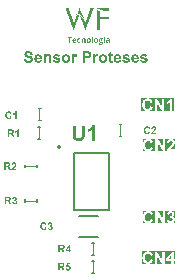
<source format=gto>
G04*
G04 #@! TF.GenerationSoftware,Altium Limited,Altium Designer,22.4.2 (48)*
G04*
G04 Layer_Color=65535*
%FSLAX44Y44*%
%MOMM*%
G71*
G04*
G04 #@! TF.SameCoordinates,9B9F8FC9-ABE2-414B-8338-F90C526896C9*
G04*
G04*
G04 #@! TF.FilePolarity,Positive*
G04*
G01*
G75*
%ADD10C,0.2540*%
%ADD11C,0.1270*%
%ADD12C,0.1000*%
G36*
X81301Y297407D02*
X81361D01*
Y297347D01*
X81420D01*
Y297287D01*
X81480D01*
Y297228D01*
X81539D01*
Y297108D01*
X81659D01*
Y296989D01*
X81778D01*
Y296929D01*
X81838D01*
Y296869D01*
X81898D01*
Y296810D01*
X81957D01*
Y296750D01*
X82017D01*
Y296690D01*
X82196D01*
Y296631D01*
X82256D01*
Y296571D01*
X82435D01*
Y296511D01*
X82614D01*
Y296452D01*
X82674D01*
Y296392D01*
X83032D01*
Y296332D01*
X83151D01*
Y296273D01*
X83868D01*
Y296213D01*
X84285D01*
Y296153D01*
X92344D01*
Y296093D01*
X92404D01*
Y295974D01*
X92344D01*
Y295914D01*
X92404D01*
Y294004D01*
X92344D01*
Y293944D01*
X90315D01*
Y294004D01*
X89837D01*
Y294064D01*
X89180D01*
Y294123D01*
X88763D01*
Y294183D01*
X88404D01*
Y294243D01*
X87867D01*
Y294303D01*
X87748D01*
Y294362D01*
X87210D01*
Y294422D01*
X87031D01*
Y294482D01*
X86912D01*
Y294541D01*
X86554D01*
Y294601D01*
X86434D01*
Y294661D01*
X86196D01*
Y294720D01*
X86017D01*
Y294780D01*
X85837D01*
Y294840D01*
X85479D01*
Y294900D01*
X85360D01*
Y294959D01*
X85121D01*
Y295019D01*
X85002D01*
Y295079D01*
X84763D01*
Y295138D01*
X84584D01*
Y295198D01*
X84524D01*
Y295258D01*
X84285D01*
Y295317D01*
X84166D01*
Y295377D01*
X83868D01*
Y295437D01*
X83808D01*
Y295497D01*
X83688D01*
Y295556D01*
X83509D01*
Y295616D01*
X83390D01*
Y295676D01*
X83271D01*
Y295735D01*
X83211D01*
Y295795D01*
X83032D01*
Y295855D01*
X82913D01*
Y295914D01*
X82853D01*
Y295974D01*
X82733D01*
Y296034D01*
X82674D01*
Y296093D01*
X82554D01*
Y296153D01*
X82495D01*
Y296213D01*
X82435D01*
Y296273D01*
X82316D01*
Y296332D01*
X82196D01*
Y296392D01*
X82136D01*
Y296452D01*
X82077D01*
Y296511D01*
X81957D01*
Y296631D01*
X81838D01*
Y296690D01*
X81778D01*
Y296810D01*
X81659D01*
Y296929D01*
X81599D01*
Y296989D01*
X81539D01*
Y297048D01*
X81480D01*
Y297108D01*
X81420D01*
Y297168D01*
X81361D01*
Y297287D01*
X81301D01*
Y297347D01*
X81241D01*
Y297466D01*
X81301D01*
Y297407D01*
D02*
G37*
G36*
X82077Y295437D02*
X82136D01*
Y295377D01*
X82256D01*
Y295258D01*
X82316D01*
Y295198D01*
X82375D01*
Y295138D01*
X82495D01*
Y295079D01*
X82554D01*
Y295019D01*
X82614D01*
Y294959D01*
X82674D01*
Y294900D01*
X82733D01*
Y294840D01*
X82853D01*
Y294780D01*
X82913D01*
Y294720D01*
X82972D01*
Y294661D01*
X83092D01*
Y294601D01*
X83151D01*
Y294541D01*
X83271D01*
Y294482D01*
X83330D01*
Y294422D01*
X83390D01*
Y294362D01*
X83450D01*
Y294303D01*
X83509D01*
Y294243D01*
X83629D01*
Y294183D01*
X83688D01*
Y294123D01*
X83868D01*
Y294064D01*
X83927D01*
Y294004D01*
X83987D01*
Y293944D01*
X84166D01*
Y293885D01*
X84285D01*
Y293825D01*
X84465D01*
Y293765D01*
X84524D01*
Y293706D01*
X84584D01*
Y293646D01*
X84703D01*
Y293586D01*
X84823D01*
Y293527D01*
X84942D01*
Y293467D01*
X85002D01*
Y293407D01*
X85121D01*
Y293347D01*
X85240D01*
Y293288D01*
X85300D01*
Y293228D01*
X85420D01*
Y293168D01*
X85479D01*
Y293109D01*
X85599D01*
Y293049D01*
X85658D01*
Y292930D01*
X85599D01*
Y292989D01*
X85479D01*
Y293049D01*
X85420D01*
Y293109D01*
X85240D01*
Y293168D01*
X85181D01*
Y293228D01*
X84942D01*
Y293288D01*
X84882D01*
Y293228D01*
X84763D01*
Y293168D01*
X84703D01*
Y289229D01*
X84763D01*
Y289109D01*
X84823D01*
Y289050D01*
X91150D01*
Y289109D01*
X91329D01*
Y289050D01*
X91628D01*
Y289109D01*
X91926D01*
Y289050D01*
X92344D01*
Y288930D01*
X92404D01*
Y286841D01*
X92344D01*
Y286781D01*
X84882D01*
Y286721D01*
X84823D01*
Y286662D01*
X84703D01*
Y284692D01*
Y284632D01*
Y278066D01*
X84644D01*
Y278006D01*
X84226D01*
Y278066D01*
X82077D01*
Y278305D01*
X82017D01*
Y282722D01*
X82077D01*
Y283438D01*
X82017D01*
Y285707D01*
X82077D01*
Y292094D01*
X82017D01*
Y292273D01*
X82077D01*
Y293288D01*
X82017D01*
Y295497D01*
X82077D01*
Y295437D01*
D02*
G37*
G36*
X85778Y292870D02*
X85718D01*
Y292930D01*
X85778D01*
Y292870D01*
D02*
G37*
G36*
X64228Y291139D02*
X64288D01*
Y291079D01*
X64109D01*
Y291139D01*
X63870D01*
Y291199D01*
X64228D01*
Y291139D01*
D02*
G37*
G36*
X64945Y291019D02*
X65064D01*
Y290960D01*
X64825D01*
Y291019D01*
X64646D01*
Y291079D01*
X64945D01*
Y291019D01*
D02*
G37*
G36*
X67512Y296332D02*
X67571D01*
Y296273D01*
X67631D01*
Y295974D01*
X67691D01*
Y295914D01*
X67750D01*
Y295795D01*
X67810D01*
Y295616D01*
X67870D01*
Y295497D01*
X67929D01*
Y295258D01*
X67989D01*
Y295138D01*
X68049D01*
Y294959D01*
X68109D01*
Y294840D01*
X68168D01*
Y294720D01*
X68228D01*
Y294422D01*
X68288D01*
Y294303D01*
X68347D01*
Y294123D01*
X68407D01*
Y294004D01*
X68467D01*
Y293825D01*
X68526D01*
Y293646D01*
X68586D01*
Y293527D01*
X68646D01*
Y293288D01*
X68706D01*
Y293168D01*
X68765D01*
Y292930D01*
X68825D01*
Y292870D01*
X68885D01*
Y292751D01*
X68944D01*
Y292572D01*
X69004D01*
Y292512D01*
X69064D01*
Y292333D01*
X69123D01*
Y292213D01*
X69183D01*
Y292094D01*
X69243D01*
Y291915D01*
X69302D01*
Y291796D01*
X69362D01*
Y291557D01*
X69422D01*
Y291437D01*
X69482D01*
Y291318D01*
X69541D01*
Y291139D01*
X69601D01*
Y291079D01*
X69661D01*
Y290900D01*
X69720D01*
Y290781D01*
X69780D01*
Y290602D01*
X69840D01*
Y290542D01*
X69899D01*
Y290422D01*
X69959D01*
Y290243D01*
X70019D01*
Y290184D01*
X70078D01*
Y290005D01*
X70138D01*
Y289885D01*
X70198D01*
Y289826D01*
X70258D01*
Y289706D01*
X70317D01*
Y289587D01*
X70377D01*
Y289467D01*
X70437D01*
Y289408D01*
X70496D01*
Y289288D01*
X70556D01*
Y289229D01*
X70616D01*
Y289109D01*
X70675D01*
Y288930D01*
X70735D01*
Y288871D01*
X70795D01*
Y288751D01*
X70854D01*
Y288691D01*
X70914D01*
Y288572D01*
X70974D01*
Y288512D01*
X71034D01*
Y288393D01*
X71093D01*
Y288274D01*
X71153D01*
Y288214D01*
X71213D01*
Y288035D01*
X71332D01*
Y287915D01*
X71392D01*
Y287856D01*
X71451D01*
Y287796D01*
X71511D01*
Y287617D01*
X71571D01*
Y287557D01*
X71630D01*
Y287498D01*
X71690D01*
Y287438D01*
X71750D01*
Y287378D01*
X71810D01*
Y287259D01*
X71929D01*
Y287139D01*
X71989D01*
Y287080D01*
X72048D01*
Y286960D01*
X71989D01*
Y287080D01*
X71810D01*
Y287199D01*
X71690D01*
Y287259D01*
X71630D01*
Y287318D01*
X71571D01*
Y287378D01*
X71511D01*
Y287498D01*
X71451D01*
Y287557D01*
X71392D01*
Y287617D01*
X71332D01*
Y287736D01*
X71272D01*
Y287796D01*
X71213D01*
Y287856D01*
X71153D01*
Y287915D01*
X71093D01*
Y288035D01*
X71034D01*
Y288095D01*
X70974D01*
Y288154D01*
X70914D01*
Y288274D01*
X70854D01*
Y288333D01*
X70795D01*
Y288393D01*
X70735D01*
Y288453D01*
X70675D01*
Y288512D01*
X70616D01*
Y288572D01*
X70556D01*
Y288632D01*
X70496D01*
Y288691D01*
X70437D01*
Y288751D01*
X70377D01*
Y288811D01*
X70317D01*
Y288871D01*
X70258D01*
Y288930D01*
X70198D01*
Y288990D01*
X70138D01*
Y289050D01*
X70078D01*
Y289109D01*
X70019D01*
Y289169D01*
X69959D01*
Y289229D01*
X69899D01*
Y289288D01*
X69840D01*
Y289348D01*
X69780D01*
Y289408D01*
X69720D01*
Y289467D01*
X69661D01*
Y289527D01*
X69601D01*
Y289587D01*
X69541D01*
Y289646D01*
X69482D01*
Y289706D01*
X69422D01*
Y289766D01*
X69362D01*
Y289826D01*
X69243D01*
Y289885D01*
X69183D01*
Y289945D01*
X69064D01*
Y290005D01*
X69004D01*
Y290064D01*
X68944D01*
Y290124D01*
X68885D01*
Y290184D01*
X68825D01*
Y290243D01*
X68706D01*
Y290303D01*
X68646D01*
Y290363D01*
X68526D01*
Y290422D01*
X68467D01*
Y290482D01*
X68407D01*
Y290542D01*
X68347D01*
Y290602D01*
X68288D01*
Y290661D01*
X68168D01*
Y290721D01*
X68109D01*
Y290781D01*
X68049D01*
Y290840D01*
X67929D01*
Y290900D01*
X67870D01*
Y290960D01*
X67691D01*
Y291019D01*
X67631D01*
Y291079D01*
X67512D01*
Y291139D01*
X67452D01*
Y291199D01*
X67333D01*
Y291258D01*
X67213D01*
Y291318D01*
X67153D01*
Y291378D01*
X66974D01*
Y291437D01*
X66855D01*
Y291497D01*
X66795D01*
Y291557D01*
X66676D01*
Y291616D01*
X66616D01*
Y291676D01*
X66437D01*
Y291736D01*
X66377D01*
Y291796D01*
X66318D01*
Y291855D01*
X66198D01*
Y291975D01*
X66139D01*
Y292034D01*
X66079D01*
Y292154D01*
X66019D01*
Y292213D01*
X66079D01*
Y292333D01*
X66019D01*
Y292452D01*
X66079D01*
Y292930D01*
X66139D01*
Y292989D01*
X66198D01*
Y293288D01*
X66258D01*
Y293407D01*
X66318D01*
Y293527D01*
X66377D01*
Y293706D01*
X66437D01*
Y293765D01*
X66497D01*
Y294004D01*
X66557D01*
Y294064D01*
X66616D01*
Y294303D01*
X66676D01*
Y294422D01*
X66736D01*
Y294541D01*
X66795D01*
Y294780D01*
X66855D01*
Y294900D01*
X66915D01*
Y295198D01*
X66974D01*
Y295258D01*
X67034D01*
Y295437D01*
X67094D01*
Y295616D01*
X67153D01*
Y295735D01*
X67213D01*
Y295974D01*
X67273D01*
Y296093D01*
X67333D01*
Y296332D01*
X67392D01*
Y296511D01*
X67512D01*
Y296332D01*
D02*
G37*
G36*
X79391Y295974D02*
X79331D01*
Y295855D01*
X79271D01*
Y295735D01*
X79212D01*
Y295497D01*
X79152D01*
Y295437D01*
X79092D01*
Y295198D01*
X79032D01*
Y295138D01*
X78973D01*
Y294900D01*
X78913D01*
Y294840D01*
Y294780D01*
X78853D01*
Y294601D01*
X78794D01*
Y294362D01*
X78734D01*
Y294303D01*
X78674D01*
Y294064D01*
X78615D01*
Y293944D01*
X78555D01*
Y293825D01*
X78495D01*
Y293706D01*
X78436D01*
Y293586D01*
X78376D01*
Y293288D01*
X78316D01*
Y293228D01*
X78256D01*
Y292989D01*
X78197D01*
Y292870D01*
X78137D01*
Y292691D01*
X78077D01*
Y292512D01*
X78018D01*
Y292452D01*
X77958D01*
Y292213D01*
X77898D01*
Y292094D01*
X77839D01*
Y291855D01*
X77779D01*
Y291736D01*
X77719D01*
Y291557D01*
X77660D01*
Y291318D01*
X77600D01*
Y291258D01*
X77540D01*
Y291019D01*
X77480D01*
Y290900D01*
X77421D01*
Y290781D01*
X77361D01*
Y290602D01*
X77301D01*
Y290422D01*
X77242D01*
Y290303D01*
X77182D01*
Y290184D01*
X77122D01*
Y290005D01*
X77063D01*
Y289826D01*
X77003D01*
Y289706D01*
X76943D01*
Y289527D01*
X76883D01*
Y289408D01*
X76824D01*
Y289169D01*
X76764D01*
Y289050D01*
X76704D01*
Y288871D01*
X76645D01*
Y288691D01*
X76585D01*
Y288572D01*
X76525D01*
Y288333D01*
X76466D01*
Y288214D01*
X76406D01*
Y288035D01*
X76346D01*
Y287856D01*
X76287D01*
Y287736D01*
X76227D01*
Y287557D01*
X76167D01*
Y287438D01*
X76107D01*
Y287139D01*
X76048D01*
Y287080D01*
X75988D01*
Y286960D01*
X75928D01*
Y286781D01*
X75869D01*
Y286662D01*
X75809D01*
Y286483D01*
X75749D01*
Y286363D01*
X75690D01*
Y286184D01*
X75630D01*
Y286005D01*
X75570D01*
Y285886D01*
X75511D01*
Y285647D01*
X75451D01*
Y285587D01*
X75391D01*
Y285349D01*
X75331D01*
Y285170D01*
X75272D01*
Y285110D01*
X75212D01*
Y284811D01*
X75152D01*
Y284692D01*
X75093D01*
Y284453D01*
X75033D01*
Y284334D01*
X74973D01*
Y284155D01*
X74914D01*
Y284035D01*
X74854D01*
Y283916D01*
X74794D01*
Y283677D01*
X74735D01*
Y283558D01*
X74675D01*
Y283379D01*
X74615D01*
Y283259D01*
X74555D01*
Y283140D01*
X74496D01*
Y282961D01*
X74436D01*
Y282841D01*
X74376D01*
Y282662D01*
X74317D01*
Y282543D01*
X74257D01*
Y282304D01*
X74197D01*
Y282125D01*
X74138D01*
Y282006D01*
X74078D01*
Y281767D01*
X74018D01*
Y281648D01*
X73959D01*
Y281469D01*
X73899D01*
Y281349D01*
X73839D01*
Y281170D01*
X73779D01*
Y280991D01*
X73720D01*
Y280872D01*
X73660D01*
Y280573D01*
X73600D01*
Y280513D01*
X73541D01*
Y280275D01*
X73481D01*
Y280096D01*
X73421D01*
Y279976D01*
X73362D01*
Y279797D01*
X73302D01*
Y279678D01*
X73242D01*
Y279499D01*
X73183D01*
Y279319D01*
X73123D01*
Y279200D01*
X73063D01*
Y279081D01*
X73003D01*
Y278961D01*
X72944D01*
Y278723D01*
X72884D01*
Y278603D01*
X72824D01*
Y278484D01*
X72765D01*
Y278305D01*
X72705D01*
Y278126D01*
X72645D01*
Y277887D01*
X72586D01*
Y277768D01*
X72466D01*
Y278006D01*
X72406D01*
Y278126D01*
X72347D01*
Y278364D01*
X72287D01*
Y278424D01*
X72227D01*
Y278663D01*
X72168D01*
Y278782D01*
X72108D01*
Y278961D01*
X72048D01*
Y279140D01*
X71989D01*
Y279200D01*
X71929D01*
Y279379D01*
X71869D01*
Y279439D01*
X71810D01*
Y279618D01*
X71750D01*
Y279797D01*
X71690D01*
Y279916D01*
X71630D01*
Y280155D01*
X71571D01*
Y280215D01*
X71511D01*
Y280454D01*
X71451D01*
Y280573D01*
X71392D01*
Y280633D01*
X71332D01*
Y280931D01*
X71272D01*
Y280991D01*
X71213D01*
Y281230D01*
X71153D01*
Y281349D01*
X71093D01*
Y281588D01*
X71034D01*
Y281707D01*
X70974D01*
Y281827D01*
X70914D01*
Y282065D01*
X70854D01*
Y282125D01*
X70795D01*
Y282424D01*
X70735D01*
Y282483D01*
X70675D01*
Y282603D01*
X70616D01*
Y282782D01*
X70556D01*
Y282841D01*
X70496D01*
Y283080D01*
X70437D01*
Y283140D01*
X70377D01*
Y283379D01*
X70317D01*
Y283498D01*
X70258D01*
Y283617D01*
X70198D01*
Y283856D01*
X70138D01*
Y283976D01*
X70078D01*
Y284274D01*
X70019D01*
Y284334D01*
X69959D01*
Y284453D01*
X69899D01*
Y284632D01*
X69840D01*
Y284692D01*
X69780D01*
Y284931D01*
X69720D01*
Y285050D01*
X69661D01*
Y285229D01*
X69601D01*
Y285408D01*
X69541D01*
Y285528D01*
X69482D01*
Y285766D01*
X69422D01*
Y285826D01*
X69362D01*
Y286065D01*
X69302D01*
Y286184D01*
X69243D01*
Y286363D01*
X69183D01*
Y286542D01*
X69123D01*
Y286602D01*
X69064D01*
Y286781D01*
X69004D01*
Y286841D01*
X68944D01*
Y287020D01*
X68885D01*
Y287199D01*
X68825D01*
Y287318D01*
X68765D01*
Y287557D01*
X68706D01*
Y287617D01*
X68646D01*
Y287856D01*
X68586D01*
Y287975D01*
X68526D01*
Y288154D01*
X68467D01*
Y288333D01*
X68407D01*
Y288453D01*
X68347D01*
Y288632D01*
X68288D01*
Y288751D01*
X68228D01*
Y288930D01*
X68168D01*
Y289050D01*
X68109D01*
Y289229D01*
X68049D01*
Y289467D01*
X67989D01*
Y289527D01*
X67929D01*
Y289706D01*
X67870D01*
Y289766D01*
X67810D01*
Y289885D01*
X67870D01*
Y289826D01*
X67989D01*
Y289766D01*
X68049D01*
Y289706D01*
X68168D01*
Y289646D01*
X68288D01*
Y289527D01*
X68467D01*
Y289467D01*
X68526D01*
Y289408D01*
X68586D01*
Y289348D01*
X68706D01*
Y289288D01*
X68765D01*
Y289229D01*
X68825D01*
Y289169D01*
X68885D01*
Y289109D01*
X69004D01*
Y289050D01*
X69064D01*
Y288990D01*
X69183D01*
Y288930D01*
X69243D01*
Y288871D01*
X69302D01*
Y288811D01*
X69362D01*
Y288751D01*
X69422D01*
Y288691D01*
X69541D01*
Y288632D01*
X69601D01*
Y288572D01*
X69661D01*
Y288512D01*
X69720D01*
Y288453D01*
X69780D01*
Y288393D01*
X69840D01*
Y288333D01*
X69899D01*
Y288274D01*
X69959D01*
Y288214D01*
X70019D01*
Y288154D01*
X70078D01*
Y288095D01*
X70138D01*
Y288035D01*
X70198D01*
Y287975D01*
X70258D01*
Y287915D01*
X70317D01*
Y287856D01*
X70377D01*
Y287796D01*
X70437D01*
Y287736D01*
X70496D01*
Y287617D01*
X70556D01*
Y287557D01*
X70616D01*
Y287498D01*
X70675D01*
Y287378D01*
X70735D01*
Y287318D01*
X70795D01*
Y287199D01*
X70854D01*
Y287139D01*
X70914D01*
Y287020D01*
X70974D01*
Y286960D01*
X71034D01*
Y286841D01*
X71093D01*
Y286721D01*
X71153D01*
Y286662D01*
X71213D01*
Y286423D01*
X71272D01*
Y286304D01*
X71332D01*
Y286244D01*
X71392D01*
Y286065D01*
X71451D01*
Y285945D01*
X71511D01*
Y285766D01*
X71571D01*
Y285707D01*
X71630D01*
Y285468D01*
X71690D01*
Y285408D01*
X71750D01*
Y285289D01*
X71810D01*
Y285050D01*
X71869D01*
Y284931D01*
X71929D01*
Y284692D01*
X71989D01*
Y284513D01*
X72048D01*
Y284334D01*
X72108D01*
Y284155D01*
X72168D01*
Y284095D01*
X72466D01*
Y284155D01*
X72526D01*
Y284214D01*
X72586D01*
Y284274D01*
X72645D01*
Y284513D01*
X72705D01*
Y284632D01*
X72765D01*
Y284811D01*
X72824D01*
Y285050D01*
X72884D01*
Y285170D01*
X72944D01*
Y285408D01*
X73003D01*
Y285468D01*
X73063D01*
Y285766D01*
X73123D01*
Y285826D01*
X73183D01*
Y286005D01*
X73242D01*
Y286184D01*
X73302D01*
Y286304D01*
X73362D01*
Y286483D01*
X73421D01*
Y286602D01*
X73481D01*
Y286841D01*
X73541D01*
Y286960D01*
X73600D01*
Y287020D01*
X73660D01*
Y287318D01*
X73720D01*
Y287378D01*
X73779D01*
Y287736D01*
X73839D01*
Y287856D01*
X73899D01*
Y288035D01*
X73959D01*
Y288214D01*
X74018D01*
Y288274D01*
X74078D01*
Y288572D01*
X74138D01*
Y288691D01*
X74197D01*
Y288871D01*
X74257D01*
Y289050D01*
X74317D01*
Y289229D01*
X74376D01*
Y289467D01*
X74436D01*
Y289527D01*
X74496D01*
Y289766D01*
X74555D01*
Y289885D01*
X74615D01*
Y290064D01*
X74675D01*
Y290243D01*
X74735D01*
Y290363D01*
X74794D01*
Y290542D01*
X74854D01*
Y290661D01*
X74914D01*
Y290900D01*
X74973D01*
Y291079D01*
X75033D01*
Y291199D01*
X75093D01*
Y291378D01*
X75152D01*
Y291497D01*
X75212D01*
Y291736D01*
X75272D01*
Y291915D01*
X75331D01*
Y292094D01*
X75391D01*
Y292213D01*
X75451D01*
Y292333D01*
X75511D01*
Y292631D01*
X75570D01*
Y292691D01*
X75630D01*
Y292930D01*
X75690D01*
Y293049D01*
X75749D01*
Y293168D01*
X75809D01*
Y293527D01*
X75869D01*
Y293586D01*
X75928D01*
Y293825D01*
X75988D01*
Y293885D01*
X76048D01*
Y294123D01*
X76107D01*
Y294243D01*
X76167D01*
Y294303D01*
X76227D01*
Y294601D01*
X76287D01*
Y294720D01*
X76346D01*
Y294900D01*
X76406D01*
Y295079D01*
X76466D01*
Y295198D01*
X76525D01*
Y295437D01*
X76585D01*
Y295497D01*
X76645D01*
Y295795D01*
X76704D01*
Y295855D01*
X76764D01*
Y296093D01*
X76824D01*
Y296153D01*
X79391D01*
Y295974D01*
D02*
G37*
G36*
X58199Y296093D02*
X58259D01*
Y296034D01*
X58319D01*
Y295795D01*
X58379D01*
Y295616D01*
X58438D01*
Y295497D01*
X58498D01*
Y295258D01*
X58558D01*
Y295198D01*
X58617D01*
Y294959D01*
X58677D01*
Y294840D01*
X58737D01*
Y294661D01*
X58796D01*
Y294422D01*
X58856D01*
Y294362D01*
X58916D01*
Y294064D01*
X58975D01*
Y294004D01*
X59035D01*
Y293825D01*
X59095D01*
Y293646D01*
X59155D01*
Y293527D01*
X59214D01*
Y293288D01*
X59274D01*
Y293168D01*
X59334D01*
Y292930D01*
X59393D01*
Y292870D01*
X59453D01*
Y292751D01*
X59513D01*
Y292572D01*
X59572D01*
Y292452D01*
X59632D01*
Y292213D01*
X59692D01*
Y292094D01*
X59751D01*
Y291855D01*
X59811D01*
Y291736D01*
X59871D01*
Y291616D01*
X59931D01*
Y291318D01*
X59990D01*
Y291258D01*
X60050D01*
Y290960D01*
X60110D01*
Y290900D01*
X60169D01*
Y290721D01*
X60229D01*
Y290542D01*
X60289D01*
Y290363D01*
X60348D01*
Y290124D01*
X60408D01*
Y290064D01*
X60468D01*
Y289826D01*
X60527D01*
Y289766D01*
X60587D01*
Y289587D01*
X60647D01*
Y289348D01*
X60707D01*
Y289288D01*
X60766D01*
Y289050D01*
X60826D01*
Y288930D01*
X60886D01*
Y288811D01*
X60945D01*
Y288632D01*
X61005D01*
Y288512D01*
X61065D01*
Y288214D01*
X61124D01*
Y288154D01*
X61184D01*
Y287856D01*
X61244D01*
Y287736D01*
X61304D01*
Y287617D01*
X61363D01*
Y287378D01*
X61423D01*
Y287318D01*
X61483D01*
Y287080D01*
X61542D01*
Y286960D01*
X61602D01*
Y286781D01*
X61662D01*
Y286602D01*
X61721D01*
Y286483D01*
X61781D01*
Y286184D01*
X61841D01*
Y286065D01*
X61900D01*
Y285886D01*
X61960D01*
Y285707D01*
X62020D01*
Y285587D01*
X62080D01*
Y285349D01*
X62139D01*
Y285229D01*
X62199D01*
Y285050D01*
X62259D01*
Y284990D01*
X62318D01*
Y284811D01*
X62378D01*
Y284632D01*
X62438D01*
Y284453D01*
X62497D01*
Y284274D01*
X62557D01*
Y284155D01*
X62617D01*
Y284095D01*
X62915D01*
Y284155D01*
X62975D01*
Y284214D01*
X63035D01*
Y284334D01*
X63094D01*
Y284453D01*
X63154D01*
Y284573D01*
X63214D01*
Y284811D01*
X63273D01*
Y284931D01*
X63333D01*
Y285229D01*
X63393D01*
Y285408D01*
X63452D01*
Y285528D01*
X63512D01*
Y285766D01*
X63572D01*
Y285886D01*
X63632D01*
Y286005D01*
X63691D01*
Y286125D01*
X63751D01*
Y286363D01*
X63811D01*
Y286542D01*
X63870D01*
Y286662D01*
X63930D01*
Y286841D01*
X63990D01*
Y286960D01*
X64049D01*
Y287199D01*
X64109D01*
Y287318D01*
X64169D01*
Y287557D01*
X64228D01*
Y287677D01*
X64288D01*
Y287856D01*
X64348D01*
Y288095D01*
X64408D01*
Y288274D01*
X64467D01*
Y288453D01*
X64527D01*
Y288572D01*
X64587D01*
Y288751D01*
X64646D01*
Y288990D01*
X64706D01*
Y289109D01*
X64766D01*
Y289348D01*
X64825D01*
Y289467D01*
X64885D01*
Y289706D01*
X64945D01*
Y289826D01*
X65004D01*
Y289945D01*
X65064D01*
Y290184D01*
X65124D01*
Y290243D01*
X65184D01*
Y290422D01*
X65243D01*
Y290781D01*
X65184D01*
Y290900D01*
X65124D01*
Y290960D01*
X65422D01*
Y290900D01*
X65542D01*
Y290840D01*
X65721D01*
Y290781D01*
X65900D01*
Y290721D01*
X66019D01*
Y290661D01*
X66258D01*
Y290602D01*
X66377D01*
Y290542D01*
X66557D01*
Y290482D01*
X66676D01*
Y290422D01*
X66795D01*
Y290363D01*
X66915D01*
Y290303D01*
X66974D01*
Y290243D01*
X67153D01*
Y290184D01*
X67213D01*
Y290064D01*
X67153D01*
Y289945D01*
X67094D01*
Y289766D01*
X67034D01*
Y289646D01*
X66974D01*
Y289527D01*
X66915D01*
Y289288D01*
X66855D01*
Y289169D01*
X66795D01*
Y288990D01*
X66736D01*
Y288871D01*
X66676D01*
Y288632D01*
X66616D01*
Y288453D01*
X66557D01*
Y288393D01*
X66497D01*
Y288154D01*
X66437D01*
Y288035D01*
X66377D01*
Y287856D01*
X66318D01*
Y287677D01*
X66258D01*
Y287617D01*
X66198D01*
Y287438D01*
X66139D01*
Y287378D01*
X66079D01*
Y287139D01*
X66019D01*
Y287020D01*
X65960D01*
Y286841D01*
X65900D01*
Y286721D01*
X65840D01*
Y286602D01*
X65781D01*
Y286363D01*
X65721D01*
Y286184D01*
X65661D01*
Y286005D01*
X65601D01*
Y285886D01*
X65542D01*
Y285707D01*
X65482D01*
Y285528D01*
X65422D01*
Y285468D01*
X65363D01*
Y285229D01*
X65303D01*
Y285050D01*
X65243D01*
Y284931D01*
X65184D01*
Y284752D01*
Y284692D01*
X65124D01*
Y284573D01*
X65064D01*
Y284394D01*
X65004D01*
Y284334D01*
X64945D01*
Y284155D01*
X64885D01*
Y284035D01*
X64825D01*
Y283976D01*
X64766D01*
Y283677D01*
X64706D01*
Y283558D01*
X64646D01*
Y283379D01*
X64587D01*
Y283259D01*
X64527D01*
Y283080D01*
X64467D01*
Y282961D01*
X64408D01*
Y282841D01*
X64348D01*
Y282603D01*
X64288D01*
Y282483D01*
X64228D01*
Y282244D01*
X64169D01*
Y282125D01*
X64109D01*
Y282006D01*
X64049D01*
Y281707D01*
X63990D01*
Y281648D01*
X63930D01*
Y281409D01*
X63870D01*
Y281289D01*
X63811D01*
Y281110D01*
X63751D01*
Y280931D01*
X63691D01*
Y280872D01*
X63632D01*
Y280633D01*
X63572D01*
Y280573D01*
X63512D01*
Y280394D01*
X63452D01*
Y280275D01*
X63393D01*
Y280155D01*
X63333D01*
Y279976D01*
X63273D01*
Y279797D01*
X63214D01*
Y279558D01*
X63154D01*
Y279499D01*
X63094D01*
Y279260D01*
X63035D01*
Y279081D01*
X62975D01*
Y279021D01*
X62915D01*
Y278782D01*
X62856D01*
Y278663D01*
X62796D01*
Y278543D01*
X62736D01*
Y278364D01*
X62676D01*
Y278185D01*
X62617D01*
Y278006D01*
X62557D01*
Y277827D01*
X62497D01*
Y277708D01*
X62438D01*
Y277768D01*
X62378D01*
Y277947D01*
X62318D01*
Y278245D01*
X62259D01*
Y278305D01*
X62199D01*
Y278543D01*
X62139D01*
Y278663D01*
X62080D01*
Y278842D01*
X62020D01*
Y279021D01*
X61960D01*
Y279140D01*
X61900D01*
Y279379D01*
X61841D01*
Y279499D01*
X61781D01*
Y279678D01*
X61721D01*
Y279857D01*
X61662D01*
Y279976D01*
X61602D01*
Y280215D01*
X61542D01*
Y280275D01*
X61483D01*
Y280573D01*
X61423D01*
Y280693D01*
X61363D01*
Y280872D01*
X61304D01*
Y281051D01*
X61244D01*
Y281170D01*
X61184D01*
Y281409D01*
X61124D01*
Y281528D01*
X61065D01*
Y281707D01*
X61005D01*
Y281767D01*
X60945D01*
Y281886D01*
X60886D01*
Y282065D01*
X60826D01*
Y282185D01*
X60766D01*
Y282424D01*
X60707D01*
Y282543D01*
X60647D01*
Y282782D01*
X60587D01*
Y282901D01*
X60527D01*
Y283020D01*
X60468D01*
Y283259D01*
X60408D01*
Y283379D01*
X60348D01*
Y283617D01*
X60289D01*
Y283797D01*
X60229D01*
Y283856D01*
X60169D01*
Y284155D01*
X60110D01*
Y284214D01*
X60050D01*
Y284453D01*
X59990D01*
Y284573D01*
X59931D01*
Y284692D01*
X59871D01*
Y284931D01*
X59811D01*
Y285050D01*
X59751D01*
Y285289D01*
X59692D01*
Y285408D01*
X59632D01*
Y285587D01*
X59572D01*
Y285707D01*
X59513D01*
Y285826D01*
X59453D01*
Y285945D01*
X59393D01*
Y286065D01*
X59334D01*
Y286304D01*
X59274D01*
Y286423D01*
X59214D01*
Y286542D01*
X59155D01*
Y286841D01*
X59095D01*
Y286901D01*
X59035D01*
Y287139D01*
X58975D01*
Y287259D01*
X58916D01*
Y287438D01*
X58856D01*
Y287617D01*
X58796D01*
Y287736D01*
X58737D01*
Y287975D01*
X58677D01*
Y288035D01*
X58617D01*
Y288333D01*
X58558D01*
Y288453D01*
X58498D01*
Y288572D01*
X58438D01*
Y288751D01*
X58379D01*
Y288871D01*
X58319D01*
Y289109D01*
X58259D01*
Y289169D01*
X58199D01*
Y289408D01*
X58140D01*
Y289467D01*
X58080D01*
Y289587D01*
X58020D01*
Y289885D01*
X57961D01*
Y289945D01*
X57901D01*
Y290124D01*
X57841D01*
Y290303D01*
X57782D01*
Y290422D01*
X57722D01*
Y290661D01*
X57662D01*
Y290781D01*
X57603D01*
Y291019D01*
X57543D01*
Y291139D01*
X57483D01*
Y291318D01*
X57423D01*
Y291437D01*
X57364D01*
Y291557D01*
X57304D01*
Y291855D01*
X57244D01*
Y291915D01*
X57185D01*
Y292154D01*
X57125D01*
Y292333D01*
X57065D01*
Y292452D01*
X57006D01*
Y292631D01*
X56946D01*
Y292751D01*
X56886D01*
Y292930D01*
X56827D01*
Y292989D01*
X56767D01*
Y293228D01*
X56707D01*
Y293347D01*
X56647D01*
Y293467D01*
X56588D01*
Y293706D01*
X56528D01*
Y293765D01*
X56468D01*
Y294004D01*
X56409D01*
Y294123D01*
X56349D01*
Y294303D01*
X56289D01*
Y294482D01*
X56230D01*
Y294601D01*
X56170D01*
Y294900D01*
X56110D01*
Y294959D01*
X56050D01*
Y295138D01*
X55991D01*
Y295317D01*
X55931D01*
Y295497D01*
X55871D01*
Y295676D01*
X55812D01*
Y295795D01*
X55752D01*
Y295974D01*
X55692D01*
Y296153D01*
X58199D01*
Y296093D01*
D02*
G37*
G36*
X78734Y272097D02*
X78853D01*
Y271977D01*
Y271917D01*
Y267082D01*
X77958D01*
Y267142D01*
X77898D01*
Y272097D01*
X78316D01*
Y272156D01*
X78555D01*
Y272097D01*
X78674D01*
Y272156D01*
X78734D01*
Y272097D01*
D02*
G37*
G36*
X60886Y271798D02*
X60945D01*
Y271082D01*
X59751D01*
Y271022D01*
X59692D01*
Y267142D01*
X59632D01*
Y267082D01*
X58737D01*
Y267142D01*
X58677D01*
Y271022D01*
X58617D01*
Y271082D01*
X57423D01*
Y271798D01*
X57483D01*
Y271858D01*
X57603D01*
Y271798D01*
X57722D01*
Y271858D01*
X60707D01*
Y271798D01*
X60766D01*
Y271858D01*
X60886D01*
Y271798D01*
D02*
G37*
G36*
X88882Y271977D02*
X88941D01*
Y271917D01*
X89001D01*
Y271559D01*
Y271500D01*
Y271440D01*
X88941D01*
Y271380D01*
X88882D01*
Y271321D01*
X88822D01*
Y271261D01*
X88166D01*
Y271321D01*
X88106D01*
Y271380D01*
X88046D01*
Y271977D01*
X88106D01*
Y272037D01*
X88166D01*
Y272097D01*
X88882D01*
Y271977D01*
D02*
G37*
G36*
X71451Y270724D02*
X71690D01*
Y270664D01*
X71989D01*
Y270604D01*
X72048D01*
Y270545D01*
X72168D01*
Y270485D01*
X72227D01*
Y270425D01*
X72287D01*
Y270366D01*
X72347D01*
Y270306D01*
X72406D01*
Y270127D01*
X72466D01*
Y269948D01*
X72526D01*
Y269828D01*
X72586D01*
Y267142D01*
X72526D01*
Y267082D01*
X71630D01*
Y269351D01*
X71571D01*
Y269709D01*
X71511D01*
Y269769D01*
X71451D01*
Y269888D01*
X71392D01*
Y269948D01*
X71213D01*
Y270007D01*
X70735D01*
Y269948D01*
X70616D01*
Y269888D01*
X70496D01*
Y269828D01*
X70437D01*
Y269769D01*
X70377D01*
Y269709D01*
X70317D01*
Y269649D01*
X70258D01*
Y269410D01*
X70198D01*
Y269291D01*
X70138D01*
Y267082D01*
X69302D01*
Y267202D01*
X69243D01*
Y267321D01*
X69302D01*
Y267381D01*
X69243D01*
Y267560D01*
X69302D01*
Y268037D01*
Y268097D01*
Y268993D01*
X69243D01*
Y270366D01*
X69302D01*
Y270485D01*
X69243D01*
Y270604D01*
X69302D01*
Y270664D01*
X69959D01*
Y270485D01*
X70019D01*
Y270306D01*
X70078D01*
Y270246D01*
X70138D01*
Y270306D01*
X70258D01*
Y270366D01*
X70317D01*
Y270485D01*
X70437D01*
Y270545D01*
X70556D01*
Y270604D01*
X70616D01*
Y270664D01*
X70914D01*
Y270724D01*
X71213D01*
Y270783D01*
X71451D01*
Y270724D01*
D02*
G37*
G36*
X67452D02*
X67810D01*
Y270664D01*
X68168D01*
Y270604D01*
X68288D01*
Y270545D01*
X68347D01*
Y270366D01*
X68288D01*
Y270127D01*
X68228D01*
Y270007D01*
X68168D01*
Y269888D01*
X68109D01*
Y269828D01*
X67929D01*
Y269888D01*
X67870D01*
Y269948D01*
X67571D01*
Y270007D01*
X67034D01*
Y269948D01*
X66915D01*
Y269888D01*
X66855D01*
Y269828D01*
X66736D01*
Y269769D01*
X66676D01*
Y269649D01*
X66616D01*
Y269590D01*
X66557D01*
Y269291D01*
X66497D01*
Y268993D01*
X66437D01*
Y268694D01*
X66497D01*
Y268455D01*
X66557D01*
Y268157D01*
X66616D01*
Y268097D01*
X66676D01*
Y267978D01*
X66736D01*
Y267918D01*
X66795D01*
Y267858D01*
X66855D01*
Y267799D01*
X67094D01*
Y267739D01*
X67512D01*
Y267799D01*
X67929D01*
Y267858D01*
X68049D01*
Y267918D01*
X68168D01*
Y267978D01*
X68228D01*
Y267918D01*
X68288D01*
Y267262D01*
X68228D01*
Y267202D01*
X68168D01*
Y267142D01*
X68049D01*
Y267082D01*
X67810D01*
Y267023D01*
X67631D01*
Y266963D01*
X66855D01*
Y267023D01*
X66676D01*
Y267082D01*
X66437D01*
Y267142D01*
X66258D01*
Y267202D01*
X66198D01*
Y267262D01*
X66079D01*
Y267321D01*
X66019D01*
Y267381D01*
X65960D01*
Y267440D01*
X65900D01*
Y267500D01*
X65840D01*
Y267620D01*
X65781D01*
Y267679D01*
X65721D01*
Y267918D01*
X65661D01*
Y267978D01*
X65601D01*
Y268276D01*
X65542D01*
Y269410D01*
X65601D01*
Y269709D01*
X65661D01*
Y269769D01*
X65721D01*
Y269948D01*
X65781D01*
Y270007D01*
X65840D01*
Y270186D01*
X65900D01*
Y270246D01*
X65960D01*
Y270306D01*
X66019D01*
Y270366D01*
X66079D01*
Y270425D01*
X66139D01*
Y270485D01*
X66198D01*
Y270545D01*
X66437D01*
Y270604D01*
X66497D01*
Y270664D01*
X66795D01*
Y270724D01*
X67153D01*
Y270783D01*
X67452D01*
Y270724D01*
D02*
G37*
G36*
X63333D02*
X63691D01*
Y270664D01*
X63990D01*
Y270604D01*
X64049D01*
Y270545D01*
X64169D01*
Y270485D01*
X64288D01*
Y270425D01*
X64348D01*
Y270366D01*
X64408D01*
Y270246D01*
X64527D01*
Y270067D01*
X64587D01*
Y269948D01*
X64646D01*
Y269888D01*
X64706D01*
Y269590D01*
X64766D01*
Y269410D01*
X64825D01*
Y268694D01*
X64527D01*
Y268634D01*
X64228D01*
Y268694D01*
X62617D01*
Y268634D01*
X62497D01*
Y268575D01*
X62438D01*
Y268396D01*
X62497D01*
Y268217D01*
X62557D01*
Y268097D01*
X62617D01*
Y267978D01*
X62676D01*
Y267918D01*
X62736D01*
Y267858D01*
X62796D01*
Y267799D01*
X62975D01*
Y267739D01*
X63035D01*
Y267679D01*
X63990D01*
Y267739D01*
X64109D01*
Y267799D01*
X64408D01*
Y267858D01*
X64587D01*
Y267262D01*
X64527D01*
Y267142D01*
X64288D01*
Y267082D01*
X64049D01*
Y267023D01*
X63870D01*
Y266963D01*
X62975D01*
Y267023D01*
X62796D01*
Y267082D01*
X62557D01*
Y267142D01*
X62378D01*
Y267202D01*
X62318D01*
Y267262D01*
X62139D01*
Y267321D01*
X62080D01*
Y267381D01*
X62020D01*
Y267440D01*
X61960D01*
Y267560D01*
X61900D01*
Y267620D01*
X61841D01*
Y267679D01*
X61781D01*
Y267739D01*
X61721D01*
Y267918D01*
X61662D01*
Y268037D01*
X61602D01*
Y268157D01*
X61542D01*
Y268813D01*
X61483D01*
Y268993D01*
X61542D01*
Y269590D01*
X61602D01*
Y269709D01*
X61662D01*
Y269828D01*
X61721D01*
Y270007D01*
X61781D01*
Y270067D01*
X61841D01*
Y270186D01*
X61900D01*
Y270246D01*
X61960D01*
Y270306D01*
X62020D01*
Y270366D01*
X62080D01*
Y270425D01*
X62139D01*
Y270485D01*
X62199D01*
Y270545D01*
X62378D01*
Y270604D01*
X62438D01*
Y270664D01*
X62736D01*
Y270724D01*
X63035D01*
Y270783D01*
X63333D01*
Y270724D01*
D02*
G37*
G36*
X91867D02*
X92105D01*
Y270664D01*
X92463D01*
Y270604D01*
X92523D01*
Y270545D01*
X92702D01*
Y270485D01*
X92762D01*
Y270425D01*
X92822D01*
Y270366D01*
X92881D01*
Y270246D01*
X92941D01*
Y270127D01*
X93001D01*
Y270007D01*
X93060D01*
Y267978D01*
X93120D01*
Y267918D01*
X93060D01*
Y267262D01*
X93120D01*
Y267202D01*
X93060D01*
Y267082D01*
X92463D01*
Y267142D01*
X92404D01*
Y267202D01*
X92344D01*
Y267500D01*
X92105D01*
Y267440D01*
X92046D01*
Y267321D01*
X91986D01*
Y267262D01*
X91867D01*
Y267202D01*
X91807D01*
Y267142D01*
X91687D01*
Y267082D01*
X91508D01*
Y267023D01*
X91329D01*
Y266963D01*
X90673D01*
Y267023D01*
X90553D01*
Y267082D01*
X90374D01*
Y267142D01*
X90315D01*
Y267202D01*
X90255D01*
Y267262D01*
X90195D01*
Y267321D01*
X90135D01*
Y267381D01*
X90076D01*
Y267500D01*
X90016D01*
Y267620D01*
X89956D01*
Y267739D01*
X89897D01*
Y268455D01*
X89956D01*
Y268575D01*
X90016D01*
Y268694D01*
X90076D01*
Y268813D01*
X90135D01*
Y268873D01*
X90195D01*
Y268933D01*
X90255D01*
Y268993D01*
X90374D01*
Y269052D01*
X90434D01*
Y269112D01*
X90673D01*
Y269172D01*
X90792D01*
Y269231D01*
X91747D01*
Y269291D01*
X92105D01*
Y269351D01*
X92165D01*
Y269769D01*
X92105D01*
Y269828D01*
X92046D01*
Y269948D01*
X91926D01*
Y270007D01*
X91807D01*
Y270067D01*
X91628D01*
Y270127D01*
X91449D01*
Y270067D01*
X91210D01*
Y270007D01*
X90911D01*
Y269948D01*
X90732D01*
Y269888D01*
X90613D01*
Y269828D01*
X90553D01*
Y269888D01*
X90493D01*
Y270007D01*
X90434D01*
Y270127D01*
X90374D01*
Y270306D01*
X90315D01*
Y270485D01*
X90374D01*
Y270545D01*
X90553D01*
Y270604D01*
X90613D01*
Y270664D01*
X91031D01*
Y270724D01*
X91329D01*
Y270783D01*
X91867D01*
Y270724D01*
D02*
G37*
G36*
X88941Y270604D02*
X89001D01*
Y267142D01*
X88941D01*
Y267082D01*
X88046D01*
Y270664D01*
X88941D01*
Y270604D01*
D02*
G37*
G36*
X81719Y270724D02*
X82017D01*
Y270664D01*
X82256D01*
Y270604D01*
X82375D01*
Y270545D01*
X82495D01*
Y270485D01*
X82554D01*
Y270425D01*
X82674D01*
Y270366D01*
X82733D01*
Y270306D01*
X82793D01*
Y270246D01*
X82853D01*
Y270186D01*
X82913D01*
Y270127D01*
X82972D01*
Y270007D01*
X83032D01*
Y269888D01*
X83092D01*
Y269828D01*
X83151D01*
Y269530D01*
X83211D01*
Y269410D01*
X83271D01*
Y268336D01*
X83211D01*
Y268217D01*
X83151D01*
Y267918D01*
X83092D01*
Y267858D01*
X83032D01*
Y267739D01*
X82972D01*
Y267679D01*
X82913D01*
Y267560D01*
X82853D01*
Y267500D01*
X82793D01*
Y267440D01*
X82733D01*
Y267381D01*
X82674D01*
Y267321D01*
X82614D01*
Y267262D01*
X82495D01*
Y267202D01*
X82435D01*
Y267142D01*
X82256D01*
Y267082D01*
X82017D01*
Y267023D01*
X81898D01*
Y266963D01*
X81122D01*
Y267023D01*
X81002D01*
Y267082D01*
X80823D01*
Y267142D01*
X80644D01*
Y267202D01*
X80584D01*
Y267262D01*
X80465D01*
Y267321D01*
X80405D01*
Y267381D01*
X80346D01*
Y267440D01*
X80286D01*
Y267500D01*
X80226D01*
Y267560D01*
X80167D01*
Y267620D01*
X80107D01*
Y267679D01*
X80047D01*
Y267799D01*
X79988D01*
Y267858D01*
X79928D01*
Y267978D01*
X79868D01*
Y268276D01*
X79808D01*
Y268396D01*
X79749D01*
Y269410D01*
X79808D01*
Y269530D01*
X79868D01*
Y269769D01*
X79928D01*
Y269888D01*
X79988D01*
Y270007D01*
X80047D01*
Y270067D01*
X80107D01*
Y270127D01*
X80167D01*
Y270246D01*
X80226D01*
Y270306D01*
X80286D01*
Y270366D01*
X80405D01*
Y270425D01*
X80465D01*
Y270485D01*
X80525D01*
Y270545D01*
X80644D01*
Y270604D01*
X80764D01*
Y270664D01*
X81062D01*
Y270724D01*
X81361D01*
Y270783D01*
X81719D01*
Y270724D01*
D02*
G37*
G36*
X75391D02*
X75690D01*
Y270664D01*
X75988D01*
Y270604D01*
X76107D01*
Y270545D01*
X76227D01*
Y270485D01*
X76287D01*
Y270425D01*
X76406D01*
Y270366D01*
X76466D01*
Y270306D01*
X76525D01*
Y270246D01*
X76585D01*
Y270127D01*
X76645D01*
Y270067D01*
X76704D01*
Y269948D01*
X76764D01*
Y269828D01*
X76824D01*
Y269709D01*
X76883D01*
Y269410D01*
X76943D01*
Y269291D01*
X77003D01*
Y269112D01*
Y269052D01*
Y268455D01*
X76943D01*
Y268276D01*
X76883D01*
Y268037D01*
X76824D01*
Y267918D01*
X76764D01*
Y267799D01*
X76704D01*
Y267679D01*
X76645D01*
Y267620D01*
X76585D01*
Y267500D01*
X76525D01*
Y267440D01*
X76466D01*
Y267381D01*
X76406D01*
Y267321D01*
X76346D01*
Y267262D01*
X76227D01*
Y267202D01*
X76167D01*
Y267142D01*
X75988D01*
Y267082D01*
X75749D01*
Y267023D01*
X75570D01*
Y266963D01*
X74914D01*
Y267023D01*
X74735D01*
Y267082D01*
X74496D01*
Y267142D01*
X74376D01*
Y267202D01*
X74257D01*
Y267262D01*
X74138D01*
Y267321D01*
X74078D01*
Y267381D01*
X74018D01*
Y267500D01*
X73959D01*
Y267560D01*
X73899D01*
Y267620D01*
X73839D01*
Y267679D01*
X73779D01*
Y267799D01*
X73720D01*
Y267918D01*
X73660D01*
Y268037D01*
X73600D01*
Y268336D01*
X73541D01*
Y268575D01*
X73481D01*
Y269172D01*
X73541D01*
Y269410D01*
X73600D01*
Y269769D01*
X73660D01*
Y269828D01*
X73720D01*
Y270007D01*
X73779D01*
Y270067D01*
X73839D01*
Y270186D01*
X73899D01*
Y270246D01*
X73959D01*
Y270306D01*
X74018D01*
Y270366D01*
X74078D01*
Y270425D01*
X74138D01*
Y270485D01*
X74197D01*
Y270545D01*
X74376D01*
Y270604D01*
X74436D01*
Y270664D01*
X74794D01*
Y270724D01*
X75093D01*
Y270783D01*
X75391D01*
Y270724D01*
D02*
G37*
G36*
X85599D02*
X85957D01*
Y270664D01*
X87330D01*
Y270246D01*
X87210D01*
Y270186D01*
X87151D01*
Y270127D01*
X86852D01*
Y270067D01*
X86793D01*
Y269888D01*
X86852D01*
Y269769D01*
X86912D01*
Y269231D01*
X86852D01*
Y269052D01*
X86793D01*
Y268933D01*
X86733D01*
Y268813D01*
X86673D01*
Y268754D01*
X86614D01*
Y268634D01*
X86554D01*
Y268575D01*
X86434D01*
Y268515D01*
X86315D01*
Y268455D01*
X86255D01*
Y268396D01*
X86017D01*
Y268336D01*
X85837D01*
Y268276D01*
X85002D01*
Y268217D01*
X84942D01*
Y268157D01*
X84882D01*
Y268097D01*
Y267858D01*
X85002D01*
Y267799D01*
X85300D01*
Y267739D01*
X86434D01*
Y267679D01*
X86733D01*
Y267620D01*
X86852D01*
Y267560D01*
X86972D01*
Y267500D01*
X87031D01*
Y267440D01*
X87091D01*
Y267381D01*
X87151D01*
Y267262D01*
X87210D01*
Y267142D01*
X87270D01*
Y267023D01*
X87330D01*
Y266485D01*
X87270D01*
Y266366D01*
X87210D01*
Y266247D01*
X87151D01*
Y266068D01*
X87091D01*
Y266008D01*
X87031D01*
Y265948D01*
X86972D01*
Y265889D01*
X86912D01*
Y265829D01*
X86793D01*
Y265769D01*
X86733D01*
Y265709D01*
X86614D01*
Y265650D01*
X86434D01*
Y265590D01*
X86375D01*
Y265530D01*
X85957D01*
Y265471D01*
X85718D01*
Y265411D01*
X84823D01*
Y265471D01*
X84644D01*
Y265530D01*
X84285D01*
Y265590D01*
X84166D01*
Y265650D01*
X84106D01*
Y265709D01*
X83987D01*
Y265769D01*
X83927D01*
Y265829D01*
X83868D01*
Y265889D01*
X83808D01*
Y266008D01*
X83748D01*
Y266306D01*
X83688D01*
Y266545D01*
X83748D01*
Y266784D01*
X83808D01*
Y266844D01*
X83868D01*
Y266903D01*
X83927D01*
Y266963D01*
X83987D01*
Y267023D01*
X84047D01*
Y267082D01*
X84166D01*
Y267142D01*
X84285D01*
Y267202D01*
X84405D01*
Y267262D01*
X84465D01*
Y267381D01*
X84405D01*
Y267440D01*
X84285D01*
Y267500D01*
X84226D01*
Y267560D01*
X84166D01*
Y267739D01*
X84106D01*
Y267978D01*
X84166D01*
Y268097D01*
X84226D01*
Y268157D01*
X84285D01*
Y268217D01*
X84345D01*
Y268276D01*
X84465D01*
Y268336D01*
X84524D01*
Y268396D01*
X84584D01*
Y268515D01*
X84524D01*
Y268575D01*
X84405D01*
Y268634D01*
X84345D01*
Y268694D01*
X84226D01*
Y268754D01*
X84166D01*
Y268873D01*
X84106D01*
Y268993D01*
X84047D01*
Y269231D01*
X83987D01*
Y269530D01*
X83927D01*
Y269590D01*
X83987D01*
Y269828D01*
X84047D01*
Y270127D01*
X84106D01*
Y270186D01*
X84166D01*
Y270306D01*
X84226D01*
Y270366D01*
X84285D01*
Y270425D01*
X84345D01*
Y270485D01*
X84465D01*
Y270545D01*
X84584D01*
Y270604D01*
X84644D01*
Y270664D01*
X84942D01*
Y270724D01*
X85240D01*
Y270783D01*
X85599D01*
Y270724D01*
D02*
G37*
G36*
X148290Y175031D02*
X120950D01*
Y185649D01*
X148290D01*
Y175031D01*
D02*
G37*
G36*
X147166Y209321D02*
X119534D01*
Y219939D01*
X147166D01*
Y209321D01*
D02*
G37*
G36*
X148436Y79781D02*
X120804D01*
Y90399D01*
X148436D01*
Y79781D01*
D02*
G37*
G36*
X148290Y114064D02*
X120950D01*
Y124696D01*
X148290D01*
Y114064D01*
D02*
G37*
G36*
X24560Y259962D02*
X24716Y259952D01*
X24883Y259931D01*
X25080Y259910D01*
X25289Y259869D01*
X25497Y259827D01*
X25726Y259775D01*
X25955Y259712D01*
X26174Y259639D01*
X26393Y259546D01*
X26611Y259431D01*
X26809Y259317D01*
X26986Y259171D01*
X26997Y259160D01*
X27028Y259140D01*
X27070Y259088D01*
X27132Y259025D01*
X27205Y258952D01*
X27278Y258848D01*
X27361Y258733D01*
X27455Y258608D01*
X27538Y258463D01*
X27622Y258306D01*
X27705Y258129D01*
X27778Y257942D01*
X27851Y257744D01*
X27903Y257525D01*
X27934Y257296D01*
X27955Y257057D01*
X26018Y256984D01*
Y256994D01*
X26007Y257015D01*
Y257057D01*
X25997Y257098D01*
X25976Y257161D01*
X25955Y257234D01*
X25903Y257390D01*
X25830Y257557D01*
X25737Y257734D01*
X25622Y257900D01*
X25476Y258036D01*
X25455Y258046D01*
X25403Y258088D01*
X25310Y258140D01*
X25174Y258202D01*
X24997Y258265D01*
X24789Y258317D01*
X24539Y258358D01*
X24247Y258369D01*
X24112D01*
X24039Y258358D01*
X23956Y258348D01*
X23758Y258327D01*
X23550Y258286D01*
X23321Y258223D01*
X23112Y258129D01*
X22914Y258015D01*
X22904Y258004D01*
X22873Y257973D01*
X22821Y257921D01*
X22769Y257859D01*
X22706Y257775D01*
X22664Y257671D01*
X22623Y257557D01*
X22612Y257421D01*
Y257411D01*
Y257369D01*
X22623Y257296D01*
X22644Y257223D01*
X22685Y257130D01*
X22727Y257026D01*
X22800Y256932D01*
X22894Y256838D01*
X22914Y256828D01*
X22935Y256807D01*
X22977Y256786D01*
X23019Y256755D01*
X23081Y256723D01*
X23164Y256682D01*
X23258Y256640D01*
X23362Y256598D01*
X23487Y256546D01*
X23633Y256494D01*
X23800Y256442D01*
X23987Y256380D01*
X24195Y256317D01*
X24424Y256255D01*
X24674Y256192D01*
X24695D01*
X24737Y256182D01*
X24810Y256161D01*
X24904Y256140D01*
X25028Y256109D01*
X25153Y256067D01*
X25310Y256026D01*
X25466Y255984D01*
X25810Y255880D01*
X26153Y255765D01*
X26320Y255703D01*
X26486Y255641D01*
X26632Y255568D01*
X26768Y255505D01*
X26778D01*
X26799Y255484D01*
X26830Y255463D01*
X26882Y255443D01*
X27007Y255359D01*
X27163Y255255D01*
X27330Y255109D01*
X27507Y254943D01*
X27684Y254745D01*
X27840Y254526D01*
Y254516D01*
X27861Y254495D01*
X27871Y254464D01*
X27903Y254412D01*
X27934Y254349D01*
X27965Y254276D01*
X27996Y254193D01*
X28038Y254099D01*
X28069Y253995D01*
X28101Y253881D01*
X28163Y253620D01*
X28205Y253318D01*
X28226Y252995D01*
Y252985D01*
Y252964D01*
Y252912D01*
X28215Y252860D01*
Y252787D01*
X28205Y252693D01*
X28184Y252600D01*
X28163Y252495D01*
X28111Y252256D01*
X28028Y251996D01*
X27913Y251725D01*
X27840Y251579D01*
X27757Y251444D01*
Y251433D01*
X27736Y251412D01*
X27705Y251371D01*
X27674Y251329D01*
X27622Y251267D01*
X27569Y251194D01*
X27424Y251038D01*
X27236Y250871D01*
X27018Y250683D01*
X26757Y250517D01*
X26455Y250371D01*
X26445D01*
X26414Y250361D01*
X26372Y250340D01*
X26309Y250319D01*
X26226Y250288D01*
X26122Y250267D01*
X26007Y250236D01*
X25882Y250204D01*
X25737Y250163D01*
X25580Y250131D01*
X25403Y250111D01*
X25216Y250079D01*
X25028Y250059D01*
X24810Y250038D01*
X24591Y250027D01*
X24279D01*
X24185Y250038D01*
X24060D01*
X23914Y250048D01*
X23737Y250069D01*
X23539Y250100D01*
X23331Y250131D01*
X23102Y250173D01*
X22873Y250236D01*
X22644Y250298D01*
X22415Y250381D01*
X22185Y250475D01*
X21967Y250590D01*
X21758Y250715D01*
X21561Y250860D01*
X21550Y250871D01*
X21519Y250902D01*
X21467Y250954D01*
X21404Y251017D01*
X21332Y251110D01*
X21238Y251215D01*
X21144Y251339D01*
X21050Y251485D01*
X20946Y251652D01*
X20842Y251829D01*
X20748Y252037D01*
X20654Y252256D01*
X20571Y252495D01*
X20498Y252745D01*
X20436Y253027D01*
X20394Y253318D01*
X22279Y253506D01*
Y253495D01*
X22290Y253464D01*
X22300Y253412D01*
X22310Y253349D01*
X22331Y253266D01*
X22362Y253183D01*
X22425Y252974D01*
X22519Y252745D01*
X22644Y252506D01*
X22789Y252287D01*
X22873Y252193D01*
X22966Y252100D01*
X22977D01*
X22987Y252079D01*
X23019Y252058D01*
X23060Y252027D01*
X23112Y251996D01*
X23185Y251964D01*
X23258Y251923D01*
X23341Y251881D01*
X23550Y251798D01*
X23789Y251735D01*
X24070Y251683D01*
X24383Y251662D01*
X24476D01*
X24539Y251673D01*
X24622D01*
X24706Y251683D01*
X24914Y251714D01*
X25143Y251756D01*
X25382Y251829D01*
X25612Y251923D01*
X25716Y251985D01*
X25810Y252058D01*
X25820D01*
X25830Y252079D01*
X25882Y252131D01*
X25966Y252214D01*
X26049Y252318D01*
X26132Y252454D01*
X26216Y252620D01*
X26268Y252797D01*
X26288Y252891D01*
Y252985D01*
Y252995D01*
Y253047D01*
X26278Y253110D01*
X26268Y253183D01*
X26236Y253277D01*
X26205Y253381D01*
X26153Y253474D01*
X26080Y253568D01*
X26070Y253578D01*
X26039Y253610D01*
X25986Y253651D01*
X25924Y253714D01*
X25820Y253776D01*
X25705Y253849D01*
X25559Y253912D01*
X25382Y253985D01*
X25362Y253995D01*
X25341D01*
X25310Y254006D01*
X25268Y254016D01*
X25206Y254037D01*
X25143Y254058D01*
X25060Y254078D01*
X24966Y254110D01*
X24851Y254141D01*
X24726Y254172D01*
X24581Y254214D01*
X24424Y254255D01*
X24247Y254297D01*
X24049Y254349D01*
X23831Y254401D01*
X23810D01*
X23758Y254422D01*
X23685Y254443D01*
X23581Y254474D01*
X23445Y254505D01*
X23300Y254557D01*
X23143Y254610D01*
X22977Y254662D01*
X22612Y254807D01*
X22248Y254963D01*
X22081Y255057D01*
X21915Y255151D01*
X21769Y255245D01*
X21644Y255349D01*
X21634Y255359D01*
X21602Y255390D01*
X21561Y255432D01*
X21509Y255495D01*
X21436Y255568D01*
X21363Y255661D01*
X21279Y255765D01*
X21207Y255890D01*
X21123Y256026D01*
X21040Y256172D01*
X20967Y256338D01*
X20894Y256505D01*
X20842Y256682D01*
X20800Y256880D01*
X20769Y257078D01*
X20759Y257286D01*
Y257296D01*
Y257317D01*
Y257359D01*
X20769Y257411D01*
Y257473D01*
X20780Y257557D01*
X20811Y257734D01*
X20863Y257942D01*
X20936Y258181D01*
X21040Y258421D01*
X21175Y258661D01*
Y258671D01*
X21196Y258692D01*
X21217Y258723D01*
X21248Y258765D01*
X21352Y258879D01*
X21477Y259025D01*
X21654Y259181D01*
X21852Y259337D01*
X22102Y259494D01*
X22373Y259629D01*
X22383D01*
X22404Y259639D01*
X22456Y259660D01*
X22508Y259681D01*
X22592Y259712D01*
X22675Y259733D01*
X22779Y259764D01*
X22904Y259806D01*
X23039Y259837D01*
X23175Y259869D01*
X23331Y259889D01*
X23498Y259921D01*
X23685Y259941D01*
X23862Y259962D01*
X24268Y259973D01*
X24445D01*
X24560Y259962D01*
D02*
G37*
G36*
X82462Y257317D02*
X82524Y257307D01*
X82680Y257286D01*
X82868Y257244D01*
X83076Y257182D01*
X83295Y257088D01*
X83513Y256973D01*
X82941Y255370D01*
X82920Y255380D01*
X82857Y255422D01*
X82774Y255463D01*
X82660Y255526D01*
X82524Y255578D01*
X82378Y255630D01*
X82233Y255661D01*
X82076Y255672D01*
X82014D01*
X81941Y255661D01*
X81847Y255641D01*
X81743Y255620D01*
X81639Y255578D01*
X81524Y255526D01*
X81420Y255453D01*
X81410Y255443D01*
X81379Y255411D01*
X81327Y255359D01*
X81264Y255276D01*
X81201Y255172D01*
X81129Y255036D01*
X81056Y254880D01*
X80993Y254682D01*
Y254672D01*
X80983Y254651D01*
Y254620D01*
X80972Y254568D01*
X80962Y254505D01*
X80952Y254412D01*
X80931Y254307D01*
X80920Y254182D01*
X80910Y254037D01*
X80889Y253870D01*
X80879Y253683D01*
X80868Y253464D01*
X80858Y253224D01*
Y252964D01*
X80848Y252673D01*
Y252350D01*
Y250204D01*
X79004D01*
Y257171D01*
X80712D01*
Y256172D01*
X80723Y256182D01*
X80733Y256203D01*
X80754Y256234D01*
X80785Y256286D01*
X80868Y256411D01*
X80972Y256557D01*
X81097Y256713D01*
X81222Y256859D01*
X81358Y256994D01*
X81431Y257057D01*
X81493Y257098D01*
X81514Y257109D01*
X81556Y257130D01*
X81629Y257171D01*
X81722Y257213D01*
X81847Y257255D01*
X81983Y257296D01*
X82128Y257317D01*
X82295Y257327D01*
X82399D01*
X82462Y257317D01*
D02*
G37*
G36*
X64550D02*
X64612Y257307D01*
X64768Y257286D01*
X64956Y257244D01*
X65164Y257182D01*
X65383Y257088D01*
X65601Y256973D01*
X65029Y255370D01*
X65008Y255380D01*
X64945Y255422D01*
X64862Y255463D01*
X64747Y255526D01*
X64612Y255578D01*
X64466Y255630D01*
X64320Y255661D01*
X64164Y255672D01*
X64102D01*
X64029Y255661D01*
X63935Y255641D01*
X63831Y255620D01*
X63727Y255578D01*
X63612Y255526D01*
X63508Y255453D01*
X63498Y255443D01*
X63467Y255411D01*
X63414Y255359D01*
X63352Y255276D01*
X63289Y255172D01*
X63217Y255036D01*
X63144Y254880D01*
X63081Y254682D01*
Y254672D01*
X63071Y254651D01*
Y254620D01*
X63060Y254568D01*
X63050Y254505D01*
X63039Y254412D01*
X63019Y254307D01*
X63008Y254182D01*
X62998Y254037D01*
X62977Y253870D01*
X62967Y253683D01*
X62956Y253464D01*
X62946Y253224D01*
Y252964D01*
X62935Y252673D01*
Y252350D01*
Y250204D01*
X61092D01*
Y257171D01*
X62800D01*
Y256172D01*
X62810Y256182D01*
X62821Y256203D01*
X62842Y256234D01*
X62873Y256286D01*
X62956Y256411D01*
X63060Y256557D01*
X63185Y256713D01*
X63310Y256859D01*
X63446Y256994D01*
X63519Y257057D01*
X63581Y257098D01*
X63602Y257109D01*
X63643Y257130D01*
X63716Y257171D01*
X63810Y257213D01*
X63935Y257255D01*
X64071Y257296D01*
X64216Y257317D01*
X64383Y257327D01*
X64487D01*
X64550Y257317D01*
D02*
G37*
G36*
X41503D02*
X41660Y257296D01*
X41826Y257276D01*
X42014Y257234D01*
X42211Y257171D01*
X42399Y257098D01*
X42409D01*
X42420Y257088D01*
X42482Y257057D01*
X42576Y257015D01*
X42680Y256942D01*
X42805Y256869D01*
X42930Y256765D01*
X43055Y256661D01*
X43159Y256536D01*
X43170Y256526D01*
X43201Y256474D01*
X43243Y256411D01*
X43305Y256317D01*
X43368Y256203D01*
X43419Y256067D01*
X43482Y255922D01*
X43524Y255765D01*
Y255745D01*
X43545Y255682D01*
X43555Y255588D01*
X43576Y255453D01*
X43597Y255276D01*
X43607Y255068D01*
X43628Y254818D01*
Y254526D01*
Y250204D01*
X41785D01*
Y253755D01*
Y253766D01*
Y253808D01*
Y253860D01*
Y253943D01*
Y254026D01*
X41774Y254130D01*
Y254359D01*
X41753Y254610D01*
X41733Y254849D01*
X41722Y254963D01*
X41701Y255057D01*
X41680Y255141D01*
X41660Y255214D01*
Y255224D01*
X41639Y255266D01*
X41607Y255328D01*
X41566Y255401D01*
X41514Y255484D01*
X41451Y255578D01*
X41368Y255661D01*
X41274Y255734D01*
X41264Y255745D01*
X41233Y255765D01*
X41170Y255797D01*
X41097Y255828D01*
X41003Y255859D01*
X40899Y255890D01*
X40785Y255911D01*
X40649Y255922D01*
X40566D01*
X40483Y255911D01*
X40358Y255890D01*
X40233Y255859D01*
X40087Y255807D01*
X39931Y255745D01*
X39785Y255651D01*
X39764Y255641D01*
X39723Y255599D01*
X39660Y255547D01*
X39577Y255463D01*
X39494Y255370D01*
X39410Y255245D01*
X39337Y255109D01*
X39275Y254953D01*
X39264Y254932D01*
Y254911D01*
X39254Y254870D01*
X39244Y254818D01*
X39233Y254755D01*
X39223Y254682D01*
X39212Y254599D01*
X39192Y254495D01*
X39181Y254380D01*
X39171Y254245D01*
X39160Y254099D01*
X39150Y253943D01*
Y253766D01*
X39139Y253568D01*
Y253360D01*
Y250204D01*
X37296D01*
Y257171D01*
X39004D01*
Y256140D01*
X39014Y256151D01*
X39046Y256192D01*
X39098Y256255D01*
X39171Y256328D01*
X39254Y256411D01*
X39369Y256515D01*
X39483Y256619D01*
X39629Y256734D01*
X39785Y256849D01*
X39962Y256953D01*
X40150Y257057D01*
X40347Y257140D01*
X40566Y257223D01*
X40795Y257276D01*
X41035Y257317D01*
X41285Y257327D01*
X41389D01*
X41503Y257317D01*
D02*
G37*
G36*
X122129D02*
X122254D01*
X122389Y257307D01*
X122535Y257286D01*
X122701Y257265D01*
X123045Y257213D01*
X123389Y257130D01*
X123566Y257078D01*
X123722Y257015D01*
X123878Y256942D01*
X124014Y256859D01*
X124024D01*
X124045Y256838D01*
X124076Y256807D01*
X124128Y256776D01*
X124180Y256723D01*
X124253Y256661D01*
X124316Y256588D01*
X124399Y256515D01*
X124472Y256422D01*
X124555Y256317D01*
X124638Y256203D01*
X124722Y256078D01*
X124795Y255953D01*
X124867Y255807D01*
X124982Y255484D01*
X123243Y255161D01*
Y255182D01*
X123222Y255224D01*
X123191Y255297D01*
X123149Y255390D01*
X123087Y255495D01*
X123014Y255599D01*
X122920Y255693D01*
X122816Y255786D01*
X122806Y255797D01*
X122753Y255818D01*
X122691Y255859D01*
X122587Y255901D01*
X122462Y255932D01*
X122316Y255974D01*
X122129Y255994D01*
X121931Y256005D01*
X121816D01*
X121691Y255994D01*
X121535Y255984D01*
X121368Y255953D01*
X121191Y255922D01*
X121035Y255870D01*
X120900Y255797D01*
X120889Y255786D01*
X120869Y255776D01*
X120837Y255734D01*
X120796Y255693D01*
X120754Y255641D01*
X120723Y255578D01*
X120702Y255505D01*
X120691Y255422D01*
Y255411D01*
Y255390D01*
X120702Y255349D01*
X120712Y255307D01*
X120733Y255255D01*
X120764Y255203D01*
X120806Y255141D01*
X120869Y255089D01*
X120879Y255078D01*
X120900Y255068D01*
X120931Y255057D01*
X120973Y255036D01*
X121025Y255016D01*
X121098Y254984D01*
X121181Y254953D01*
X121275Y254922D01*
X121400Y254880D01*
X121535Y254839D01*
X121702Y254786D01*
X121879Y254745D01*
X122087Y254682D01*
X122326Y254630D01*
X122587Y254568D01*
X122608D01*
X122649Y254557D01*
X122722Y254537D01*
X122826Y254505D01*
X122941Y254474D01*
X123087Y254432D01*
X123232Y254391D01*
X123399Y254339D01*
X123732Y254224D01*
X124076Y254078D01*
X124232Y254006D01*
X124378Y253922D01*
X124524Y253839D01*
X124638Y253745D01*
X124649Y253735D01*
X124659Y253724D01*
X124690Y253693D01*
X124732Y253651D01*
X124774Y253610D01*
X124826Y253547D01*
X124878Y253474D01*
X124930Y253391D01*
X125034Y253193D01*
X125128Y252964D01*
X125201Y252693D01*
X125211Y252537D01*
X125222Y252381D01*
Y252370D01*
Y252339D01*
Y252287D01*
X125211Y252225D01*
X125201Y252141D01*
X125180Y252037D01*
X125159Y251933D01*
X125117Y251819D01*
X125076Y251694D01*
X125024Y251558D01*
X124961Y251423D01*
X124888Y251287D01*
X124795Y251142D01*
X124680Y251006D01*
X124565Y250871D01*
X124420Y250735D01*
X124409Y250725D01*
X124378Y250704D01*
X124336Y250673D01*
X124274Y250631D01*
X124191Y250579D01*
X124086Y250517D01*
X123961Y250454D01*
X123826Y250392D01*
X123670Y250329D01*
X123493Y250267D01*
X123295Y250204D01*
X123087Y250152D01*
X122858Y250111D01*
X122608Y250079D01*
X122337Y250059D01*
X122056Y250048D01*
X121920D01*
X121816Y250059D01*
X121702Y250069D01*
X121556Y250079D01*
X121410Y250100D01*
X121243Y250121D01*
X120879Y250184D01*
X120504Y250288D01*
X120316Y250361D01*
X120129Y250434D01*
X119962Y250517D01*
X119796Y250621D01*
X119785Y250631D01*
X119765Y250652D01*
X119723Y250683D01*
X119660Y250725D01*
X119598Y250788D01*
X119525Y250850D01*
X119442Y250933D01*
X119358Y251027D01*
X119265Y251142D01*
X119171Y251256D01*
X119088Y251381D01*
X118994Y251527D01*
X118911Y251673D01*
X118838Y251829D01*
X118775Y252006D01*
X118723Y252183D01*
X120567Y252464D01*
Y252454D01*
X120577Y252443D01*
X120587Y252381D01*
X120618Y252277D01*
X120671Y252162D01*
X120733Y252027D01*
X120816Y251891D01*
X120910Y251766D01*
X121035Y251652D01*
X121056Y251642D01*
X121098Y251610D01*
X121181Y251569D01*
X121295Y251516D01*
X121441Y251464D01*
X121618Y251423D01*
X121816Y251392D01*
X122045Y251381D01*
X122160D01*
X122222Y251392D01*
X122295D01*
X122451Y251412D01*
X122628Y251444D01*
X122806Y251496D01*
X122972Y251558D01*
X123118Y251642D01*
X123128Y251652D01*
X123160Y251673D01*
X123201Y251714D01*
X123243Y251766D01*
X123285Y251839D01*
X123326Y251923D01*
X123357Y252016D01*
X123368Y252131D01*
Y252141D01*
Y252162D01*
X123357Y252204D01*
X123347Y252256D01*
X123316Y252360D01*
X123274Y252423D01*
X123232Y252475D01*
X123222Y252485D01*
X123201Y252495D01*
X123160Y252527D01*
X123108Y252558D01*
X123024Y252600D01*
X122920Y252641D01*
X122785Y252683D01*
X122618Y252724D01*
X122608D01*
X122597Y252735D01*
X122566D01*
X122524Y252745D01*
X122410Y252777D01*
X122264Y252808D01*
X122087Y252850D01*
X121889Y252902D01*
X121670Y252954D01*
X121431Y253016D01*
X120962Y253162D01*
X120723Y253235D01*
X120494Y253308D01*
X120285Y253391D01*
X120098Y253464D01*
X119931Y253547D01*
X119806Y253620D01*
X119796Y253631D01*
X119775Y253651D01*
X119733Y253683D01*
X119681Y253724D01*
X119619Y253776D01*
X119546Y253849D01*
X119473Y253933D01*
X119400Y254026D01*
X119317Y254130D01*
X119244Y254245D01*
X119171Y254380D01*
X119108Y254516D01*
X119056Y254672D01*
X119015Y254828D01*
X118994Y255005D01*
X118983Y255182D01*
Y255193D01*
Y255224D01*
Y255266D01*
X118994Y255338D01*
X119004Y255411D01*
X119025Y255505D01*
X119046Y255599D01*
X119077Y255713D01*
X119161Y255953D01*
X119213Y256078D01*
X119285Y256203D01*
X119369Y256338D01*
X119463Y256463D01*
X119567Y256588D01*
X119692Y256703D01*
X119702Y256713D01*
X119723Y256734D01*
X119765Y256765D01*
X119827Y256796D01*
X119900Y256849D01*
X119994Y256901D01*
X120108Y256953D01*
X120233Y257015D01*
X120379Y257078D01*
X120546Y257130D01*
X120723Y257182D01*
X120920Y257234D01*
X121139Y257265D01*
X121379Y257296D01*
X121629Y257317D01*
X121899Y257327D01*
X122035D01*
X122129Y257317D01*
D02*
G37*
G36*
X107195D02*
X107320D01*
X107455Y257307D01*
X107601Y257286D01*
X107768Y257265D01*
X108111Y257213D01*
X108455Y257130D01*
X108632Y257078D01*
X108788Y257015D01*
X108944Y256942D01*
X109080Y256859D01*
X109090D01*
X109111Y256838D01*
X109142Y256807D01*
X109194Y256776D01*
X109246Y256723D01*
X109319Y256661D01*
X109382Y256588D01*
X109465Y256515D01*
X109538Y256422D01*
X109621Y256317D01*
X109705Y256203D01*
X109788Y256078D01*
X109861Y255953D01*
X109934Y255807D01*
X110048Y255484D01*
X108309Y255161D01*
Y255182D01*
X108288Y255224D01*
X108257Y255297D01*
X108216Y255390D01*
X108153Y255495D01*
X108080Y255599D01*
X107986Y255693D01*
X107882Y255786D01*
X107872Y255797D01*
X107820Y255818D01*
X107757Y255859D01*
X107653Y255901D01*
X107528Y255932D01*
X107382Y255974D01*
X107195Y255994D01*
X106997Y256005D01*
X106882D01*
X106757Y255994D01*
X106601Y255984D01*
X106435Y255953D01*
X106258Y255922D01*
X106101Y255870D01*
X105966Y255797D01*
X105956Y255786D01*
X105935Y255776D01*
X105904Y255734D01*
X105862Y255693D01*
X105820Y255641D01*
X105789Y255578D01*
X105768Y255505D01*
X105758Y255422D01*
Y255411D01*
Y255390D01*
X105768Y255349D01*
X105779Y255307D01*
X105799Y255255D01*
X105831Y255203D01*
X105872Y255141D01*
X105935Y255089D01*
X105945Y255078D01*
X105966Y255068D01*
X105997Y255057D01*
X106039Y255036D01*
X106091Y255016D01*
X106164Y254984D01*
X106247Y254953D01*
X106341Y254922D01*
X106466Y254880D01*
X106601Y254839D01*
X106768Y254786D01*
X106945Y254745D01*
X107153Y254682D01*
X107393Y254630D01*
X107653Y254568D01*
X107674D01*
X107716Y254557D01*
X107788Y254537D01*
X107893Y254505D01*
X108007Y254474D01*
X108153Y254432D01*
X108299Y254391D01*
X108465Y254339D01*
X108799Y254224D01*
X109142Y254078D01*
X109298Y254006D01*
X109444Y253922D01*
X109590Y253839D01*
X109705Y253745D01*
X109715Y253735D01*
X109726Y253724D01*
X109757Y253693D01*
X109798Y253651D01*
X109840Y253610D01*
X109892Y253547D01*
X109944Y253474D01*
X109996Y253391D01*
X110100Y253193D01*
X110194Y252964D01*
X110267Y252693D01*
X110277Y252537D01*
X110288Y252381D01*
Y252370D01*
Y252339D01*
Y252287D01*
X110277Y252225D01*
X110267Y252141D01*
X110246Y252037D01*
X110225Y251933D01*
X110184Y251819D01*
X110142Y251694D01*
X110090Y251558D01*
X110028Y251423D01*
X109955Y251287D01*
X109861Y251142D01*
X109746Y251006D01*
X109632Y250871D01*
X109486Y250735D01*
X109475Y250725D01*
X109444Y250704D01*
X109403Y250673D01*
X109340Y250631D01*
X109257Y250579D01*
X109153Y250517D01*
X109028Y250454D01*
X108892Y250392D01*
X108736Y250329D01*
X108559Y250267D01*
X108361Y250204D01*
X108153Y250152D01*
X107924Y250111D01*
X107674Y250079D01*
X107403Y250059D01*
X107122Y250048D01*
X106987D01*
X106882Y250059D01*
X106768Y250069D01*
X106622Y250079D01*
X106476Y250100D01*
X106310Y250121D01*
X105945Y250184D01*
X105570Y250288D01*
X105383Y250361D01*
X105195Y250434D01*
X105029Y250517D01*
X104862Y250621D01*
X104852Y250631D01*
X104831Y250652D01*
X104789Y250683D01*
X104727Y250725D01*
X104664Y250788D01*
X104591Y250850D01*
X104508Y250933D01*
X104425Y251027D01*
X104331Y251142D01*
X104237Y251256D01*
X104154Y251381D01*
X104060Y251527D01*
X103977Y251673D01*
X103904Y251829D01*
X103842Y252006D01*
X103790Y252183D01*
X105633Y252464D01*
Y252454D01*
X105643Y252443D01*
X105654Y252381D01*
X105685Y252277D01*
X105737Y252162D01*
X105799Y252027D01*
X105883Y251891D01*
X105976Y251766D01*
X106101Y251652D01*
X106122Y251642D01*
X106164Y251610D01*
X106247Y251569D01*
X106362Y251516D01*
X106508Y251464D01*
X106685Y251423D01*
X106882Y251392D01*
X107112Y251381D01*
X107226D01*
X107289Y251392D01*
X107361D01*
X107518Y251412D01*
X107695Y251444D01*
X107872Y251496D01*
X108038Y251558D01*
X108184Y251642D01*
X108195Y251652D01*
X108226Y251673D01*
X108267Y251714D01*
X108309Y251766D01*
X108351Y251839D01*
X108392Y251923D01*
X108424Y252016D01*
X108434Y252131D01*
Y252141D01*
Y252162D01*
X108424Y252204D01*
X108413Y252256D01*
X108382Y252360D01*
X108340Y252423D01*
X108299Y252475D01*
X108288Y252485D01*
X108267Y252495D01*
X108226Y252527D01*
X108174Y252558D01*
X108090Y252600D01*
X107986Y252641D01*
X107851Y252683D01*
X107684Y252724D01*
X107674D01*
X107663Y252735D01*
X107632D01*
X107591Y252745D01*
X107476Y252777D01*
X107330Y252808D01*
X107153Y252850D01*
X106955Y252902D01*
X106737Y252954D01*
X106497Y253016D01*
X106028Y253162D01*
X105789Y253235D01*
X105560Y253308D01*
X105352Y253391D01*
X105164Y253464D01*
X104998Y253547D01*
X104873Y253620D01*
X104862Y253631D01*
X104841Y253651D01*
X104800Y253683D01*
X104748Y253724D01*
X104685Y253776D01*
X104612Y253849D01*
X104539Y253933D01*
X104466Y254026D01*
X104383Y254130D01*
X104310Y254245D01*
X104237Y254380D01*
X104175Y254516D01*
X104123Y254672D01*
X104081Y254828D01*
X104060Y255005D01*
X104050Y255182D01*
Y255193D01*
Y255224D01*
Y255266D01*
X104060Y255338D01*
X104071Y255411D01*
X104092Y255505D01*
X104112Y255599D01*
X104144Y255713D01*
X104227Y255953D01*
X104279Y256078D01*
X104352Y256203D01*
X104435Y256338D01*
X104529Y256463D01*
X104633Y256588D01*
X104758Y256703D01*
X104768Y256713D01*
X104789Y256734D01*
X104831Y256765D01*
X104893Y256796D01*
X104966Y256849D01*
X105060Y256901D01*
X105175Y256953D01*
X105300Y257015D01*
X105445Y257078D01*
X105612Y257130D01*
X105789Y257182D01*
X105987Y257234D01*
X106206Y257265D01*
X106445Y257296D01*
X106695Y257317D01*
X106966Y257327D01*
X107101D01*
X107195Y257317D01*
D02*
G37*
G36*
X48262D02*
X48387D01*
X48522Y257307D01*
X48668Y257286D01*
X48835Y257265D01*
X49179Y257213D01*
X49522Y257130D01*
X49699Y257078D01*
X49855Y257015D01*
X50012Y256942D01*
X50147Y256859D01*
X50157D01*
X50178Y256838D01*
X50209Y256807D01*
X50262Y256776D01*
X50314Y256723D01*
X50387Y256661D01*
X50449Y256588D01*
X50532Y256515D01*
X50605Y256422D01*
X50689Y256317D01*
X50772Y256203D01*
X50855Y256078D01*
X50928Y255953D01*
X51001Y255807D01*
X51115Y255484D01*
X49376Y255161D01*
Y255182D01*
X49356Y255224D01*
X49324Y255297D01*
X49283Y255390D01*
X49220Y255495D01*
X49147Y255599D01*
X49054Y255693D01*
X48949Y255786D01*
X48939Y255797D01*
X48887Y255818D01*
X48824Y255859D01*
X48720Y255901D01*
X48595Y255932D01*
X48450Y255974D01*
X48262Y255994D01*
X48064Y256005D01*
X47950D01*
X47825Y255994D01*
X47668Y255984D01*
X47502Y255953D01*
X47325Y255922D01*
X47169Y255870D01*
X47033Y255797D01*
X47023Y255786D01*
X47002Y255776D01*
X46971Y255734D01*
X46929Y255693D01*
X46887Y255641D01*
X46856Y255578D01*
X46835Y255505D01*
X46825Y255422D01*
Y255411D01*
Y255390D01*
X46835Y255349D01*
X46846Y255307D01*
X46867Y255255D01*
X46898Y255203D01*
X46940Y255141D01*
X47002Y255089D01*
X47012Y255078D01*
X47033Y255068D01*
X47064Y255057D01*
X47106Y255036D01*
X47158Y255016D01*
X47231Y254984D01*
X47314Y254953D01*
X47408Y254922D01*
X47533Y254880D01*
X47668Y254839D01*
X47835Y254786D01*
X48012Y254745D01*
X48220Y254682D01*
X48460Y254630D01*
X48720Y254568D01*
X48741D01*
X48783Y254557D01*
X48856Y254537D01*
X48960Y254505D01*
X49074Y254474D01*
X49220Y254432D01*
X49366Y254391D01*
X49533Y254339D01*
X49866Y254224D01*
X50209Y254078D01*
X50366Y254006D01*
X50511Y253922D01*
X50657Y253839D01*
X50772Y253745D01*
X50782Y253735D01*
X50793Y253724D01*
X50824Y253693D01*
X50866Y253651D01*
X50907Y253610D01*
X50959Y253547D01*
X51011Y253474D01*
X51063Y253391D01*
X51168Y253193D01*
X51261Y252964D01*
X51334Y252693D01*
X51345Y252537D01*
X51355Y252381D01*
Y252370D01*
Y252339D01*
Y252287D01*
X51345Y252225D01*
X51334Y252141D01*
X51313Y252037D01*
X51293Y251933D01*
X51251Y251819D01*
X51209Y251694D01*
X51157Y251558D01*
X51095Y251423D01*
X51022Y251287D01*
X50928Y251142D01*
X50813Y251006D01*
X50699Y250871D01*
X50553Y250735D01*
X50543Y250725D01*
X50511Y250704D01*
X50470Y250673D01*
X50407Y250631D01*
X50324Y250579D01*
X50220Y250517D01*
X50095Y250454D01*
X49960Y250392D01*
X49803Y250329D01*
X49626Y250267D01*
X49428Y250204D01*
X49220Y250152D01*
X48991Y250111D01*
X48741Y250079D01*
X48470Y250059D01*
X48189Y250048D01*
X48054D01*
X47950Y250059D01*
X47835Y250069D01*
X47689Y250079D01*
X47544Y250100D01*
X47377Y250121D01*
X47012Y250184D01*
X46638Y250288D01*
X46450Y250361D01*
X46263Y250434D01*
X46096Y250517D01*
X45929Y250621D01*
X45919Y250631D01*
X45898Y250652D01*
X45856Y250683D01*
X45794Y250725D01*
X45732Y250788D01*
X45659Y250850D01*
X45575Y250933D01*
X45492Y251027D01*
X45398Y251142D01*
X45304Y251256D01*
X45221Y251381D01*
X45127Y251527D01*
X45044Y251673D01*
X44971Y251829D01*
X44909Y252006D01*
X44857Y252183D01*
X46700Y252464D01*
Y252454D01*
X46710Y252443D01*
X46721Y252381D01*
X46752Y252277D01*
X46804Y252162D01*
X46867Y252027D01*
X46950Y251891D01*
X47044Y251766D01*
X47169Y251652D01*
X47189Y251642D01*
X47231Y251610D01*
X47314Y251569D01*
X47429Y251516D01*
X47575Y251464D01*
X47752Y251423D01*
X47950Y251392D01*
X48179Y251381D01*
X48293D01*
X48356Y251392D01*
X48429D01*
X48585Y251412D01*
X48762Y251444D01*
X48939Y251496D01*
X49106Y251558D01*
X49251Y251642D01*
X49262Y251652D01*
X49293Y251673D01*
X49335Y251714D01*
X49376Y251766D01*
X49418Y251839D01*
X49460Y251923D01*
X49491Y252016D01*
X49501Y252131D01*
Y252141D01*
Y252162D01*
X49491Y252204D01*
X49481Y252256D01*
X49449Y252360D01*
X49408Y252423D01*
X49366Y252475D01*
X49356Y252485D01*
X49335Y252495D01*
X49293Y252527D01*
X49241Y252558D01*
X49158Y252600D01*
X49054Y252641D01*
X48918Y252683D01*
X48752Y252724D01*
X48741D01*
X48731Y252735D01*
X48699D01*
X48658Y252745D01*
X48543Y252777D01*
X48397Y252808D01*
X48220Y252850D01*
X48022Y252902D01*
X47804Y252954D01*
X47564Y253016D01*
X47096Y253162D01*
X46856Y253235D01*
X46627Y253308D01*
X46419Y253391D01*
X46231Y253464D01*
X46065Y253547D01*
X45940Y253620D01*
X45929Y253631D01*
X45908Y253651D01*
X45867Y253683D01*
X45815Y253724D01*
X45752Y253776D01*
X45679Y253849D01*
X45606Y253933D01*
X45534Y254026D01*
X45450Y254130D01*
X45377Y254245D01*
X45304Y254380D01*
X45242Y254516D01*
X45190Y254672D01*
X45148Y254828D01*
X45127Y255005D01*
X45117Y255182D01*
Y255193D01*
Y255224D01*
Y255266D01*
X45127Y255338D01*
X45138Y255411D01*
X45159Y255505D01*
X45180Y255599D01*
X45211Y255713D01*
X45294Y255953D01*
X45346Y256078D01*
X45419Y256203D01*
X45502Y256338D01*
X45596Y256463D01*
X45700Y256588D01*
X45825Y256703D01*
X45836Y256713D01*
X45856Y256734D01*
X45898Y256765D01*
X45961Y256796D01*
X46034Y256849D01*
X46127Y256901D01*
X46242Y256953D01*
X46367Y257015D01*
X46512Y257078D01*
X46679Y257130D01*
X46856Y257182D01*
X47054Y257234D01*
X47273Y257265D01*
X47512Y257296D01*
X47762Y257317D01*
X48033Y257327D01*
X48168D01*
X48262Y257317D01*
D02*
G37*
G36*
X73849Y259806D02*
X74016D01*
X74203Y259796D01*
X74599Y259785D01*
X74787Y259764D01*
X74974Y259754D01*
X75151Y259744D01*
X75307Y259723D01*
X75443Y259692D01*
X75557Y259671D01*
X75568D01*
X75599Y259660D01*
X75641Y259650D01*
X75693Y259629D01*
X75765Y259598D01*
X75849Y259566D01*
X76036Y259473D01*
X76255Y259348D01*
X76484Y259181D01*
X76609Y259077D01*
X76723Y258973D01*
X76838Y258858D01*
X76942Y258723D01*
X76953Y258713D01*
X76963Y258692D01*
X76994Y258650D01*
X77025Y258598D01*
X77078Y258525D01*
X77119Y258431D01*
X77171Y258338D01*
X77223Y258223D01*
X77276Y258088D01*
X77327Y257952D01*
X77380Y257796D01*
X77421Y257630D01*
X77453Y257453D01*
X77484Y257265D01*
X77494Y257057D01*
X77505Y256849D01*
Y256838D01*
Y256807D01*
Y256765D01*
Y256703D01*
X77494Y256630D01*
X77484Y256536D01*
X77473Y256442D01*
X77463Y256328D01*
X77421Y256099D01*
X77369Y255849D01*
X77286Y255599D01*
X77182Y255359D01*
Y255349D01*
X77171Y255338D01*
X77151Y255307D01*
X77119Y255266D01*
X77057Y255151D01*
X76963Y255016D01*
X76838Y254870D01*
X76703Y254714D01*
X76536Y254557D01*
X76359Y254412D01*
X76349D01*
X76338Y254401D01*
X76276Y254359D01*
X76182Y254297D01*
X76047Y254224D01*
X75901Y254151D01*
X75734Y254078D01*
X75547Y254016D01*
X75359Y253964D01*
X75349D01*
X75328Y253953D01*
X75286D01*
X75234Y253943D01*
X75161Y253933D01*
X75068Y253922D01*
X74964Y253912D01*
X74849Y253901D01*
X74714Y253881D01*
X74557Y253870D01*
X74391Y253860D01*
X74214Y253849D01*
X74016Y253839D01*
X73808D01*
X73579Y253828D01*
X72079D01*
Y250204D01*
X70142D01*
Y259816D01*
X73683D01*
X73849Y259806D01*
D02*
G37*
G36*
X114703Y257317D02*
X114818Y257307D01*
X114943Y257296D01*
X115099Y257276D01*
X115266Y257244D01*
X115443Y257203D01*
X115641Y257140D01*
X115838Y257078D01*
X116036Y256994D01*
X116245Y256890D01*
X116442Y256776D01*
X116640Y256640D01*
X116828Y256474D01*
X117005Y256297D01*
X117015Y256286D01*
X117046Y256245D01*
X117088Y256192D01*
X117140Y256109D01*
X117213Y255994D01*
X117286Y255859D01*
X117369Y255703D01*
X117453Y255526D01*
X117536Y255318D01*
X117609Y255078D01*
X117682Y254828D01*
X117744Y254547D01*
X117796Y254235D01*
X117838Y253901D01*
X117869Y253547D01*
Y253162D01*
X113256D01*
Y253151D01*
Y253131D01*
Y253079D01*
X113266Y253027D01*
X113277Y252954D01*
X113287Y252870D01*
X113318Y252693D01*
X113370Y252485D01*
X113443Y252266D01*
X113547Y252058D01*
X113693Y251871D01*
X113704D01*
X113714Y251850D01*
X113766Y251798D01*
X113860Y251725D01*
X113985Y251652D01*
X114141Y251569D01*
X114328Y251496D01*
X114537Y251444D01*
X114651Y251433D01*
X114766Y251423D01*
X114839D01*
X114912Y251433D01*
X115016Y251454D01*
X115130Y251475D01*
X115245Y251516D01*
X115370Y251579D01*
X115484Y251652D01*
X115495Y251662D01*
X115536Y251694D01*
X115589Y251756D01*
X115651Y251839D01*
X115734Y251943D01*
X115807Y252079D01*
X115880Y252235D01*
X115943Y252423D01*
X117775Y252110D01*
Y252100D01*
X117755Y252069D01*
X117734Y252016D01*
X117713Y251943D01*
X117671Y251860D01*
X117619Y251766D01*
X117567Y251652D01*
X117505Y251537D01*
X117348Y251287D01*
X117151Y251038D01*
X116922Y250788D01*
X116786Y250673D01*
X116651Y250569D01*
X116640Y250558D01*
X116620Y250548D01*
X116578Y250517D01*
X116515Y250485D01*
X116442Y250444D01*
X116349Y250402D01*
X116245Y250361D01*
X116130Y250308D01*
X115995Y250256D01*
X115849Y250215D01*
X115693Y250173D01*
X115526Y250131D01*
X115349Y250100D01*
X115151Y250069D01*
X114953Y250059D01*
X114745Y250048D01*
X114662D01*
X114568Y250059D01*
X114443Y250069D01*
X114297Y250079D01*
X114120Y250111D01*
X113933Y250142D01*
X113724Y250194D01*
X113506Y250256D01*
X113287Y250340D01*
X113068Y250434D01*
X112839Y250548D01*
X112631Y250683D01*
X112423Y250840D01*
X112235Y251017D01*
X112058Y251225D01*
X112048Y251235D01*
X112027Y251267D01*
X111996Y251319D01*
X111954Y251402D01*
X111902Y251496D01*
X111840Y251600D01*
X111777Y251735D01*
X111715Y251881D01*
X111652Y252048D01*
X111590Y252235D01*
X111527Y252433D01*
X111475Y252641D01*
X111433Y252870D01*
X111402Y253110D01*
X111381Y253370D01*
X111371Y253631D01*
Y253651D01*
Y253703D01*
X111381Y253797D01*
Y253912D01*
X111402Y254058D01*
X111423Y254235D01*
X111444Y254412D01*
X111486Y254620D01*
X111527Y254828D01*
X111590Y255047D01*
X111663Y255276D01*
X111746Y255505D01*
X111850Y255724D01*
X111975Y255942D01*
X112110Y256151D01*
X112267Y256338D01*
X112277Y256349D01*
X112308Y256380D01*
X112360Y256432D01*
X112433Y256494D01*
X112516Y256567D01*
X112631Y256651D01*
X112756Y256744D01*
X112891Y256838D01*
X113048Y256921D01*
X113225Y257015D01*
X113412Y257098D01*
X113620Y257171D01*
X113829Y257234D01*
X114058Y257286D01*
X114308Y257317D01*
X114558Y257327D01*
X114630D01*
X114703Y257317D01*
D02*
G37*
G36*
X99770D02*
X99884Y257307D01*
X100009Y257296D01*
X100165Y257276D01*
X100332Y257244D01*
X100509Y257203D01*
X100707Y257140D01*
X100905Y257078D01*
X101103Y256994D01*
X101311Y256890D01*
X101509Y256776D01*
X101707Y256640D01*
X101894Y256474D01*
X102071Y256297D01*
X102082Y256286D01*
X102113Y256245D01*
X102155Y256192D01*
X102207Y256109D01*
X102280Y255994D01*
X102352Y255859D01*
X102436Y255703D01*
X102519Y255526D01*
X102602Y255318D01*
X102675Y255078D01*
X102748Y254828D01*
X102811Y254547D01*
X102863Y254235D01*
X102904Y253901D01*
X102936Y253547D01*
Y253162D01*
X98322D01*
Y253151D01*
Y253131D01*
Y253079D01*
X98333Y253027D01*
X98343Y252954D01*
X98353Y252870D01*
X98385Y252693D01*
X98437Y252485D01*
X98510Y252266D01*
X98614Y252058D01*
X98759Y251871D01*
X98770D01*
X98780Y251850D01*
X98832Y251798D01*
X98926Y251725D01*
X99051Y251652D01*
X99207Y251569D01*
X99395Y251496D01*
X99603Y251444D01*
X99718Y251433D01*
X99832Y251423D01*
X99905D01*
X99978Y251433D01*
X100082Y251454D01*
X100197Y251475D01*
X100311Y251516D01*
X100436Y251579D01*
X100551Y251652D01*
X100561Y251662D01*
X100603Y251694D01*
X100655Y251756D01*
X100717Y251839D01*
X100801Y251943D01*
X100874Y252079D01*
X100947Y252235D01*
X101009Y252423D01*
X102842Y252110D01*
Y252100D01*
X102821Y252069D01*
X102800Y252016D01*
X102779Y251943D01*
X102738Y251860D01*
X102686Y251766D01*
X102634Y251652D01*
X102571Y251537D01*
X102415Y251287D01*
X102217Y251038D01*
X101988Y250788D01*
X101853Y250673D01*
X101717Y250569D01*
X101707Y250558D01*
X101686Y250548D01*
X101644Y250517D01*
X101582Y250485D01*
X101509Y250444D01*
X101415Y250402D01*
X101311Y250361D01*
X101196Y250308D01*
X101061Y250256D01*
X100915Y250215D01*
X100759Y250173D01*
X100592Y250131D01*
X100415Y250100D01*
X100218Y250069D01*
X100020Y250059D01*
X99811Y250048D01*
X99728D01*
X99634Y250059D01*
X99509Y250069D01*
X99364Y250079D01*
X99186Y250111D01*
X98999Y250142D01*
X98791Y250194D01*
X98572Y250256D01*
X98353Y250340D01*
X98135Y250434D01*
X97906Y250548D01*
X97697Y250683D01*
X97489Y250840D01*
X97302Y251017D01*
X97125Y251225D01*
X97114Y251235D01*
X97093Y251267D01*
X97062Y251319D01*
X97020Y251402D01*
X96968Y251496D01*
X96906Y251600D01*
X96843Y251735D01*
X96781Y251881D01*
X96718Y252048D01*
X96656Y252235D01*
X96593Y252433D01*
X96541Y252641D01*
X96500Y252870D01*
X96468Y253110D01*
X96448Y253370D01*
X96437Y253631D01*
Y253651D01*
Y253703D01*
X96448Y253797D01*
Y253912D01*
X96468Y254058D01*
X96489Y254235D01*
X96510Y254412D01*
X96552Y254620D01*
X96593Y254828D01*
X96656Y255047D01*
X96729Y255276D01*
X96812Y255505D01*
X96916Y255724D01*
X97041Y255942D01*
X97177Y256151D01*
X97333Y256338D01*
X97343Y256349D01*
X97374Y256380D01*
X97427Y256432D01*
X97499Y256494D01*
X97583Y256567D01*
X97697Y256651D01*
X97822Y256744D01*
X97958Y256838D01*
X98114Y256921D01*
X98291Y257015D01*
X98478Y257098D01*
X98687Y257171D01*
X98895Y257234D01*
X99124Y257286D01*
X99374Y257317D01*
X99624Y257327D01*
X99697D01*
X99770Y257317D01*
D02*
G37*
G36*
X94438Y257171D02*
X95698D01*
Y255703D01*
X94438D01*
Y252891D01*
Y252881D01*
Y252850D01*
Y252808D01*
Y252756D01*
Y252693D01*
Y252610D01*
Y252443D01*
X94448Y252277D01*
Y252110D01*
X94459Y252037D01*
Y251975D01*
X94469Y251923D01*
Y251891D01*
Y251881D01*
X94479Y251871D01*
X94500Y251808D01*
X94552Y251735D01*
X94625Y251662D01*
X94636D01*
X94646Y251652D01*
X94677Y251642D01*
X94719Y251621D01*
X94813Y251589D01*
X94938Y251579D01*
X94990D01*
X95042Y251589D01*
X95125Y251600D01*
X95229Y251621D01*
X95365Y251652D01*
X95510Y251694D01*
X95677Y251746D01*
X95844Y250319D01*
X95833D01*
X95812Y250308D01*
X95781Y250298D01*
X95729Y250277D01*
X95667Y250256D01*
X95594Y250236D01*
X95510Y250204D01*
X95417Y250184D01*
X95208Y250131D01*
X94958Y250090D01*
X94677Y250059D01*
X94386Y250048D01*
X94302D01*
X94209Y250059D01*
X94084Y250069D01*
X93948Y250090D01*
X93802Y250121D01*
X93646Y250163D01*
X93490Y250215D01*
X93469Y250225D01*
X93428Y250246D01*
X93355Y250277D01*
X93271Y250329D01*
X93178Y250392D01*
X93074Y250465D01*
X92990Y250548D01*
X92907Y250642D01*
X92896Y250652D01*
X92876Y250694D01*
X92844Y250756D01*
X92803Y250829D01*
X92761Y250933D01*
X92719Y251058D01*
X92678Y251204D01*
X92647Y251360D01*
Y251381D01*
X92636Y251423D01*
Y251464D01*
X92626Y251516D01*
Y251579D01*
Y251642D01*
X92615Y251725D01*
Y251819D01*
X92605Y251923D01*
Y252048D01*
X92594Y252183D01*
Y252329D01*
Y252485D01*
Y252662D01*
Y255703D01*
X91751D01*
Y257171D01*
X92594D01*
Y258556D01*
X94438Y259639D01*
Y257171D01*
D02*
G37*
G36*
X87617Y257317D02*
X87721Y257307D01*
X87856Y257296D01*
X88012Y257276D01*
X88189Y257244D01*
X88377Y257203D01*
X88575Y257140D01*
X88783Y257078D01*
X89002Y256994D01*
X89210Y256890D01*
X89429Y256776D01*
X89647Y256640D01*
X89845Y256474D01*
X90043Y256297D01*
X90053Y256286D01*
X90085Y256245D01*
X90137Y256192D01*
X90199Y256109D01*
X90282Y256005D01*
X90366Y255890D01*
X90449Y255745D01*
X90553Y255588D01*
X90647Y255411D01*
X90730Y255214D01*
X90824Y254995D01*
X90897Y254766D01*
X90960Y254526D01*
X91011Y254266D01*
X91043Y253995D01*
X91053Y253703D01*
Y253683D01*
Y253631D01*
X91043Y253547D01*
Y253443D01*
X91022Y253308D01*
X91001Y253151D01*
X90970Y252974D01*
X90928Y252787D01*
X90876Y252579D01*
X90803Y252370D01*
X90720Y252152D01*
X90626Y251933D01*
X90501Y251704D01*
X90366Y251496D01*
X90210Y251277D01*
X90033Y251079D01*
X90022Y251069D01*
X89991Y251038D01*
X89929Y250985D01*
X89845Y250923D01*
X89751Y250840D01*
X89627Y250756D01*
X89491Y250663D01*
X89335Y250569D01*
X89158Y250465D01*
X88960Y250371D01*
X88752Y250288D01*
X88523Y250215D01*
X88283Y250142D01*
X88023Y250090D01*
X87752Y250059D01*
X87471Y250048D01*
X87377D01*
X87304Y250059D01*
X87221D01*
X87127Y250069D01*
X87013Y250079D01*
X86888Y250100D01*
X86606Y250152D01*
X86294Y250225D01*
X85971Y250329D01*
X85648Y250475D01*
X85638Y250485D01*
X85607Y250496D01*
X85565Y250517D01*
X85503Y250558D01*
X85430Y250600D01*
X85357Y250663D01*
X85159Y250798D01*
X84951Y250975D01*
X84732Y251194D01*
X84524Y251454D01*
X84336Y251746D01*
Y251756D01*
X84315Y251787D01*
X84295Y251829D01*
X84263Y251891D01*
X84232Y251975D01*
X84190Y252069D01*
X84159Y252183D01*
X84117Y252308D01*
X84076Y252454D01*
X84034Y252610D01*
X83993Y252777D01*
X83961Y252954D01*
X83930Y253141D01*
X83909Y253349D01*
X83899Y253558D01*
X83888Y253776D01*
Y253787D01*
Y253818D01*
Y253870D01*
X83899Y253933D01*
Y254016D01*
X83909Y254120D01*
X83930Y254224D01*
X83940Y254349D01*
X84003Y254620D01*
X84076Y254922D01*
X84190Y255234D01*
X84253Y255401D01*
X84336Y255557D01*
X84347Y255568D01*
X84357Y255599D01*
X84388Y255641D01*
X84419Y255703D01*
X84461Y255776D01*
X84524Y255859D01*
X84659Y256047D01*
X84846Y256255D01*
X85065Y256474D01*
X85315Y256682D01*
X85607Y256869D01*
X85617Y256880D01*
X85648Y256890D01*
X85690Y256911D01*
X85752Y256942D01*
X85836Y256973D01*
X85929Y257015D01*
X86034Y257057D01*
X86148Y257098D01*
X86284Y257140D01*
X86429Y257182D01*
X86742Y257255D01*
X87085Y257307D01*
X87273Y257327D01*
X87533D01*
X87617Y257317D01*
D02*
G37*
G36*
X56281D02*
X56385Y257307D01*
X56520Y257296D01*
X56677Y257276D01*
X56854Y257244D01*
X57041Y257203D01*
X57239Y257140D01*
X57447Y257078D01*
X57666Y256994D01*
X57874Y256890D01*
X58093Y256776D01*
X58312Y256640D01*
X58509Y256474D01*
X58707Y256297D01*
X58718Y256286D01*
X58749Y256245D01*
X58801Y256192D01*
X58864Y256109D01*
X58947Y256005D01*
X59030Y255890D01*
X59113Y255745D01*
X59218Y255588D01*
X59311Y255411D01*
X59395Y255214D01*
X59488Y254995D01*
X59561Y254766D01*
X59624Y254526D01*
X59676Y254266D01*
X59707Y253995D01*
X59717Y253703D01*
Y253683D01*
Y253631D01*
X59707Y253547D01*
Y253443D01*
X59686Y253308D01*
X59665Y253151D01*
X59634Y252974D01*
X59592Y252787D01*
X59540Y252579D01*
X59468Y252370D01*
X59384Y252152D01*
X59290Y251933D01*
X59166Y251704D01*
X59030Y251496D01*
X58874Y251277D01*
X58697Y251079D01*
X58686Y251069D01*
X58655Y251038D01*
X58593Y250985D01*
X58509Y250923D01*
X58416Y250840D01*
X58291Y250756D01*
X58155Y250663D01*
X57999Y250569D01*
X57822Y250465D01*
X57624Y250371D01*
X57416Y250288D01*
X57187Y250215D01*
X56947Y250142D01*
X56687Y250090D01*
X56416Y250059D01*
X56135Y250048D01*
X56041D01*
X55968Y250059D01*
X55885D01*
X55791Y250069D01*
X55677Y250079D01*
X55552Y250100D01*
X55271Y250152D01*
X54958Y250225D01*
X54635Y250329D01*
X54313Y250475D01*
X54302Y250485D01*
X54271Y250496D01*
X54229Y250517D01*
X54167Y250558D01*
X54094Y250600D01*
X54021Y250663D01*
X53823Y250798D01*
X53615Y250975D01*
X53396Y251194D01*
X53188Y251454D01*
X53000Y251746D01*
Y251756D01*
X52980Y251787D01*
X52959Y251829D01*
X52927Y251891D01*
X52896Y251975D01*
X52855Y252069D01*
X52823Y252183D01*
X52782Y252308D01*
X52740Y252454D01*
X52698Y252610D01*
X52657Y252777D01*
X52625Y252954D01*
X52594Y253141D01*
X52573Y253349D01*
X52563Y253558D01*
X52553Y253776D01*
Y253787D01*
Y253818D01*
Y253870D01*
X52563Y253933D01*
Y254016D01*
X52573Y254120D01*
X52594Y254224D01*
X52605Y254349D01*
X52667Y254620D01*
X52740Y254922D01*
X52855Y255234D01*
X52917Y255401D01*
X53000Y255557D01*
X53011Y255568D01*
X53021Y255599D01*
X53053Y255641D01*
X53084Y255703D01*
X53125Y255776D01*
X53188Y255859D01*
X53323Y256047D01*
X53511Y256255D01*
X53729Y256474D01*
X53979Y256682D01*
X54271Y256869D01*
X54281Y256880D01*
X54313Y256890D01*
X54354Y256911D01*
X54417Y256942D01*
X54500Y256973D01*
X54594Y257015D01*
X54698Y257057D01*
X54812Y257098D01*
X54948Y257140D01*
X55094Y257182D01*
X55406Y257255D01*
X55750Y257307D01*
X55937Y257327D01*
X56198D01*
X56281Y257317D01*
D02*
G37*
G36*
X32641D02*
X32756Y257307D01*
X32881Y257296D01*
X33037Y257276D01*
X33203Y257244D01*
X33380Y257203D01*
X33578Y257140D01*
X33776Y257078D01*
X33974Y256994D01*
X34182Y256890D01*
X34380Y256776D01*
X34578Y256640D01*
X34766Y256474D01*
X34943Y256297D01*
X34953Y256286D01*
X34984Y256245D01*
X35026Y256192D01*
X35078Y256109D01*
X35151Y255994D01*
X35224Y255859D01*
X35307Y255703D01*
X35390Y255526D01*
X35474Y255318D01*
X35547Y255078D01*
X35619Y254828D01*
X35682Y254547D01*
X35734Y254235D01*
X35776Y253901D01*
X35807Y253547D01*
Y253162D01*
X31193D01*
Y253151D01*
Y253131D01*
Y253079D01*
X31204Y253027D01*
X31214Y252954D01*
X31225Y252870D01*
X31256Y252693D01*
X31308Y252485D01*
X31381Y252266D01*
X31485Y252058D01*
X31631Y251871D01*
X31641D01*
X31652Y251850D01*
X31704Y251798D01*
X31797Y251725D01*
X31923Y251652D01*
X32079Y251569D01*
X32266Y251496D01*
X32474Y251444D01*
X32589Y251433D01*
X32703Y251423D01*
X32776D01*
X32849Y251433D01*
X32954Y251454D01*
X33068Y251475D01*
X33183Y251516D01*
X33308Y251579D01*
X33422Y251652D01*
X33433Y251662D01*
X33474Y251694D01*
X33526Y251756D01*
X33589Y251839D01*
X33672Y251943D01*
X33745Y252079D01*
X33818Y252235D01*
X33880Y252423D01*
X35713Y252110D01*
Y252100D01*
X35692Y252069D01*
X35672Y252016D01*
X35651Y251943D01*
X35609Y251860D01*
X35557Y251766D01*
X35505Y251652D01*
X35442Y251537D01*
X35286Y251287D01*
X35088Y251038D01*
X34859Y250788D01*
X34724Y250673D01*
X34588Y250569D01*
X34578Y250558D01*
X34557Y250548D01*
X34516Y250517D01*
X34453Y250485D01*
X34380Y250444D01*
X34286Y250402D01*
X34182Y250361D01*
X34068Y250308D01*
X33932Y250256D01*
X33787Y250215D01*
X33630Y250173D01*
X33464Y250131D01*
X33287Y250100D01*
X33089Y250069D01*
X32891Y250059D01*
X32683Y250048D01*
X32599D01*
X32506Y250059D01*
X32381Y250069D01*
X32235Y250079D01*
X32058Y250111D01*
X31870Y250142D01*
X31662Y250194D01*
X31443Y250256D01*
X31225Y250340D01*
X31006Y250434D01*
X30777Y250548D01*
X30569Y250683D01*
X30360Y250840D01*
X30173Y251017D01*
X29996Y251225D01*
X29985Y251235D01*
X29965Y251267D01*
X29933Y251319D01*
X29892Y251402D01*
X29840Y251496D01*
X29777Y251600D01*
X29715Y251735D01*
X29652Y251881D01*
X29590Y252048D01*
X29527Y252235D01*
X29465Y252433D01*
X29413Y252641D01*
X29371Y252870D01*
X29340Y253110D01*
X29319Y253370D01*
X29309Y253631D01*
Y253651D01*
Y253703D01*
X29319Y253797D01*
Y253912D01*
X29340Y254058D01*
X29361Y254235D01*
X29381Y254412D01*
X29423Y254620D01*
X29465Y254828D01*
X29527Y255047D01*
X29600Y255276D01*
X29683Y255505D01*
X29788Y255724D01*
X29913Y255942D01*
X30048Y256151D01*
X30204Y256338D01*
X30215Y256349D01*
X30246Y256380D01*
X30298Y256432D01*
X30371Y256494D01*
X30454Y256567D01*
X30569Y256651D01*
X30694Y256744D01*
X30829Y256838D01*
X30985Y256921D01*
X31162Y257015D01*
X31350Y257098D01*
X31558Y257171D01*
X31766Y257234D01*
X31995Y257286D01*
X32245Y257317D01*
X32495Y257327D01*
X32568D01*
X32641Y257317D01*
D02*
G37*
G36*
X71987Y190257D02*
Y190230D01*
Y190160D01*
Y190035D01*
Y189883D01*
Y189689D01*
X71973Y189481D01*
Y189245D01*
X71959Y188981D01*
X71931Y188454D01*
X71890Y187913D01*
X71862Y187650D01*
X71834Y187414D01*
X71807Y187192D01*
X71765Y186998D01*
Y186984D01*
X71751Y186957D01*
X71737Y186901D01*
X71723Y186846D01*
X71695Y186763D01*
X71668Y186665D01*
X71585Y186444D01*
X71487Y186180D01*
X71349Y185917D01*
X71182Y185653D01*
X70988Y185389D01*
Y185376D01*
X70960Y185362D01*
X70891Y185278D01*
X70766Y185168D01*
X70600Y185015D01*
X70378Y184849D01*
X70128Y184682D01*
X69823Y184502D01*
X69490Y184349D01*
X69477D01*
X69449Y184335D01*
X69393Y184308D01*
X69324Y184294D01*
X69227Y184266D01*
X69116Y184224D01*
X68977Y184197D01*
X68825Y184155D01*
X68658Y184114D01*
X68478Y184086D01*
X68270Y184058D01*
X68062Y184016D01*
X67826Y184003D01*
X67577Y183975D01*
X67313Y183961D01*
X66856D01*
X66731Y183975D01*
X66578D01*
X66412Y183989D01*
X66217Y184003D01*
X66009Y184016D01*
X65552Y184058D01*
X65094Y184141D01*
X64650Y184238D01*
X64442Y184308D01*
X64262Y184377D01*
X64248D01*
X64220Y184391D01*
X64165Y184419D01*
X64110Y184460D01*
X64026Y184502D01*
X63929Y184543D01*
X63721Y184682D01*
X63485Y184835D01*
X63236Y185015D01*
X62986Y185237D01*
X62764Y185473D01*
Y185487D01*
X62737Y185500D01*
X62709Y185542D01*
X62681Y185597D01*
X62584Y185722D01*
X62473Y185903D01*
X62348Y186124D01*
X62223Y186360D01*
X62126Y186624D01*
X62043Y186901D01*
Y186915D01*
X62029Y186957D01*
X62015Y187012D01*
X62002Y187109D01*
X61988Y187220D01*
X61960Y187359D01*
X61946Y187525D01*
X61918Y187719D01*
X61891Y187927D01*
X61877Y188177D01*
X61849Y188440D01*
X61835Y188732D01*
X61821Y189051D01*
X61807Y189384D01*
X61793Y189758D01*
Y190146D01*
Y196997D01*
X64373D01*
Y190049D01*
Y190035D01*
Y189980D01*
Y189897D01*
Y189786D01*
Y189647D01*
Y189494D01*
X64387Y189328D01*
Y189162D01*
Y188787D01*
X64415Y188440D01*
Y188274D01*
X64429Y188135D01*
X64442Y188011D01*
X64456Y187900D01*
Y187886D01*
X64470Y187872D01*
Y187830D01*
X64498Y187775D01*
X64539Y187622D01*
X64623Y187442D01*
X64720Y187248D01*
X64858Y187040D01*
X65039Y186832D01*
X65247Y186638D01*
X65261D01*
X65275Y186624D01*
X65316Y186596D01*
X65358Y186568D01*
X65496Y186485D01*
X65690Y186402D01*
X65940Y186319D01*
X66231Y186236D01*
X66564Y186180D01*
X66953Y186166D01*
X67063D01*
X67133Y186180D01*
X67230D01*
X67327Y186194D01*
X67577Y186222D01*
X67840Y186277D01*
X68117Y186360D01*
X68381Y186457D01*
X68617Y186610D01*
X68644Y186624D01*
X68700Y186693D01*
X68797Y186790D01*
X68908Y186915D01*
X69019Y187068D01*
X69130Y187262D01*
X69227Y187470D01*
X69282Y187705D01*
Y187719D01*
Y187733D01*
X69296Y187775D01*
Y187830D01*
X69310Y187913D01*
X69324Y187997D01*
X69338Y188108D01*
X69352Y188232D01*
Y188371D01*
X69366Y188538D01*
X69380Y188718D01*
X69393Y188912D01*
Y189134D01*
X69407Y189370D01*
Y189619D01*
Y189897D01*
Y196997D01*
X71987D01*
Y190257D01*
D02*
G37*
G36*
X80447Y184197D02*
X77992D01*
Y193419D01*
X77978Y193405D01*
X77936Y193364D01*
X77853Y193295D01*
X77756Y193211D01*
X77631Y193114D01*
X77465Y192989D01*
X77298Y192851D01*
X77090Y192712D01*
X76869Y192560D01*
X76633Y192407D01*
X76369Y192254D01*
X76092Y192102D01*
X75801Y191949D01*
X75482Y191811D01*
X75163Y191686D01*
X74830Y191561D01*
Y193794D01*
X74844D01*
X74871Y193808D01*
X74927Y193822D01*
X74996Y193849D01*
X75093Y193891D01*
X75190Y193932D01*
X75315Y193988D01*
X75454Y194057D01*
X75759Y194210D01*
X76106Y194418D01*
X76494Y194667D01*
X76910Y194973D01*
X76924Y194986D01*
X76965Y195014D01*
X77021Y195056D01*
X77090Y195125D01*
X77187Y195208D01*
X77284Y195319D01*
X77396Y195430D01*
X77520Y195569D01*
X77784Y195874D01*
X78033Y196221D01*
X78269Y196609D01*
X78366Y196817D01*
X78449Y197039D01*
X80447D01*
Y184197D01*
D02*
G37*
G36*
X59758Y79460D02*
X57435D01*
X57241Y78371D01*
X57248D01*
X57262Y78378D01*
X57282Y78392D01*
X57310Y78406D01*
X57352Y78420D01*
X57393Y78440D01*
X57497Y78475D01*
X57629Y78517D01*
X57768Y78544D01*
X57920Y78572D01*
X58080Y78579D01*
X58115D01*
X58156Y78572D01*
X58218D01*
X58288Y78558D01*
X58371Y78544D01*
X58461Y78531D01*
X58558Y78503D01*
X58669Y78475D01*
X58780Y78433D01*
X58891Y78385D01*
X59009Y78329D01*
X59127Y78260D01*
X59245Y78177D01*
X59356Y78087D01*
X59467Y77983D01*
X59474Y77976D01*
X59494Y77955D01*
X59522Y77920D01*
X59557Y77872D01*
X59598Y77816D01*
X59647Y77747D01*
X59702Y77664D01*
X59758Y77567D01*
X59806Y77463D01*
X59862Y77345D01*
X59910Y77213D01*
X59952Y77081D01*
X59987Y76929D01*
X60014Y76776D01*
X60035Y76610D01*
X60042Y76436D01*
Y76429D01*
Y76402D01*
Y76360D01*
X60035Y76305D01*
X60028Y76235D01*
X60014Y76152D01*
X60001Y76062D01*
X59987Y75965D01*
X59959Y75854D01*
X59931Y75743D01*
X59890Y75625D01*
X59848Y75507D01*
X59792Y75382D01*
X59730Y75265D01*
X59661Y75140D01*
X59578Y75022D01*
X59571Y75015D01*
X59550Y74987D01*
X59515Y74946D01*
X59460Y74890D01*
X59397Y74828D01*
X59321Y74751D01*
X59231Y74675D01*
X59127Y74599D01*
X59009Y74523D01*
X58877Y74446D01*
X58738Y74370D01*
X58586Y74308D01*
X58420Y74252D01*
X58239Y74211D01*
X58045Y74183D01*
X57844Y74176D01*
X57761D01*
X57698Y74183D01*
X57622Y74190D01*
X57532Y74204D01*
X57435Y74217D01*
X57331Y74238D01*
X57102Y74294D01*
X56977Y74328D01*
X56859Y74377D01*
X56735Y74432D01*
X56617Y74495D01*
X56506Y74564D01*
X56395Y74647D01*
X56388Y74654D01*
X56374Y74668D01*
X56346Y74696D01*
X56305Y74738D01*
X56263Y74786D01*
X56214Y74841D01*
X56159Y74911D01*
X56104Y74987D01*
X56048Y75077D01*
X55993Y75174D01*
X55937Y75278D01*
X55882Y75389D01*
X55833Y75514D01*
X55792Y75646D01*
X55764Y75785D01*
X55736Y75930D01*
X56957Y76062D01*
Y76055D01*
Y76041D01*
X56963Y76020D01*
X56970Y75993D01*
X56984Y75916D01*
X57012Y75826D01*
X57053Y75715D01*
X57109Y75611D01*
X57178Y75500D01*
X57262Y75403D01*
X57275Y75396D01*
X57310Y75368D01*
X57359Y75327D01*
X57435Y75285D01*
X57518Y75237D01*
X57622Y75202D01*
X57733Y75174D01*
X57858Y75160D01*
X57893D01*
X57920Y75167D01*
X57997Y75174D01*
X58087Y75202D01*
X58191Y75237D01*
X58295Y75292D01*
X58406Y75368D01*
X58461Y75417D01*
X58510Y75472D01*
Y75479D01*
X58524Y75486D01*
X58537Y75507D01*
X58551Y75528D01*
X58572Y75563D01*
X58593Y75604D01*
X58621Y75653D01*
X58648Y75708D01*
X58669Y75771D01*
X58697Y75840D01*
X58718Y75916D01*
X58738Y75999D01*
X58752Y76097D01*
X58766Y76194D01*
X58780Y76305D01*
Y76416D01*
Y76423D01*
Y76443D01*
Y76471D01*
X58773Y76513D01*
Y76561D01*
X58766Y76617D01*
X58745Y76748D01*
X58718Y76894D01*
X58669Y77040D01*
X58600Y77178D01*
X58510Y77303D01*
Y77310D01*
X58496Y77317D01*
X58461Y77352D01*
X58406Y77400D01*
X58323Y77456D01*
X58225Y77504D01*
X58108Y77553D01*
X57976Y77587D01*
X57899Y77601D01*
X57775D01*
X57733Y77594D01*
X57684Y77587D01*
X57636Y77574D01*
X57504Y77546D01*
X57359Y77490D01*
X57275Y77449D01*
X57199Y77407D01*
X57116Y77352D01*
X57033Y77289D01*
X56950Y77220D01*
X56873Y77137D01*
X55882Y77275D01*
X56513Y80611D01*
X59758D01*
Y79460D01*
D02*
G37*
G36*
X52505Y80687D02*
X52602D01*
X52713Y80680D01*
X52824Y80673D01*
X53073Y80652D01*
X53316Y80618D01*
X53434Y80604D01*
X53552Y80576D01*
X53656Y80548D01*
X53746Y80521D01*
X53753D01*
X53767Y80514D01*
X53787Y80500D01*
X53822Y80486D01*
X53864Y80465D01*
X53905Y80444D01*
X54016Y80382D01*
X54134Y80292D01*
X54252Y80188D01*
X54377Y80056D01*
X54488Y79903D01*
Y79896D01*
X54502Y79883D01*
X54516Y79862D01*
X54530Y79827D01*
X54557Y79786D01*
X54578Y79737D01*
X54606Y79675D01*
X54633Y79612D01*
X54682Y79467D01*
X54731Y79293D01*
X54758Y79106D01*
X54772Y78898D01*
Y78891D01*
Y78863D01*
Y78829D01*
X54765Y78780D01*
X54758Y78718D01*
X54751Y78648D01*
X54738Y78565D01*
X54717Y78482D01*
X54668Y78288D01*
X54633Y78191D01*
X54592Y78094D01*
X54543Y77990D01*
X54488Y77893D01*
X54426Y77796D01*
X54349Y77705D01*
X54342Y77698D01*
X54328Y77684D01*
X54308Y77664D01*
X54273Y77629D01*
X54224Y77594D01*
X54169Y77553D01*
X54106Y77504D01*
X54030Y77456D01*
X53947Y77400D01*
X53857Y77352D01*
X53753Y77303D01*
X53635Y77255D01*
X53510Y77213D01*
X53378Y77171D01*
X53233Y77137D01*
X53080Y77109D01*
X53087D01*
X53101Y77095D01*
X53122Y77088D01*
X53150Y77067D01*
X53226Y77019D01*
X53323Y76950D01*
X53434Y76873D01*
X53552Y76783D01*
X53670Y76679D01*
X53774Y76575D01*
X53787Y76561D01*
X53801Y76540D01*
X53822Y76520D01*
X53850Y76485D01*
X53885Y76443D01*
X53926Y76395D01*
X53968Y76339D01*
X54016Y76270D01*
X54072Y76194D01*
X54134Y76111D01*
X54197Y76013D01*
X54266Y75909D01*
X54342Y75792D01*
X54426Y75674D01*
X54509Y75535D01*
X55292Y74294D01*
X53746D01*
X52810Y75687D01*
X52803Y75694D01*
X52789Y75722D01*
X52761Y75757D01*
X52727Y75805D01*
X52692Y75868D01*
X52643Y75930D01*
X52539Y76083D01*
X52421Y76242D01*
X52311Y76395D01*
X52255Y76464D01*
X52207Y76526D01*
X52165Y76582D01*
X52123Y76624D01*
X52116Y76631D01*
X52096Y76658D01*
X52054Y76686D01*
X52005Y76728D01*
X51950Y76776D01*
X51881Y76818D01*
X51811Y76859D01*
X51735Y76887D01*
X51728Y76894D01*
X51693Y76901D01*
X51645Y76915D01*
X51575Y76929D01*
X51485Y76943D01*
X51374Y76950D01*
X51243Y76963D01*
X50827D01*
Y74294D01*
X49537D01*
Y80694D01*
X52421D01*
X52505Y80687D01*
D02*
G37*
G36*
X16090Y187290D02*
X14862D01*
Y191901D01*
X14856Y191894D01*
X14835Y191873D01*
X14793Y191838D01*
X14744Y191797D01*
X14682Y191748D01*
X14599Y191686D01*
X14516Y191616D01*
X14412Y191547D01*
X14301Y191471D01*
X14183Y191395D01*
X14051Y191318D01*
X13912Y191242D01*
X13767Y191166D01*
X13607Y191096D01*
X13448Y191034D01*
X13281Y190972D01*
Y192088D01*
X13288D01*
X13302Y192095D01*
X13330Y192102D01*
X13365Y192116D01*
X13413Y192136D01*
X13462Y192157D01*
X13524Y192185D01*
X13593Y192220D01*
X13746Y192296D01*
X13919Y192400D01*
X14114Y192525D01*
X14322Y192677D01*
X14329Y192684D01*
X14349Y192698D01*
X14377Y192719D01*
X14412Y192754D01*
X14460Y192795D01*
X14509Y192851D01*
X14564Y192906D01*
X14627Y192976D01*
X14758Y193128D01*
X14883Y193301D01*
X15001Y193496D01*
X15050Y193600D01*
X15091Y193710D01*
X16090D01*
Y187290D01*
D02*
G37*
G36*
X9738Y193683D02*
X9835D01*
X9946Y193676D01*
X10057Y193669D01*
X10307Y193648D01*
X10549Y193613D01*
X10667Y193600D01*
X10785Y193572D01*
X10889Y193544D01*
X10979Y193516D01*
X10986D01*
X11000Y193509D01*
X11021Y193496D01*
X11056Y193482D01*
X11097Y193461D01*
X11139Y193440D01*
X11250Y193378D01*
X11368Y193288D01*
X11486Y193183D01*
X11610Y193052D01*
X11721Y192899D01*
Y192892D01*
X11735Y192878D01*
X11749Y192858D01*
X11763Y192823D01*
X11791Y192781D01*
X11811Y192733D01*
X11839Y192670D01*
X11867Y192608D01*
X11915Y192462D01*
X11964Y192289D01*
X11992Y192102D01*
X12005Y191894D01*
Y191887D01*
Y191859D01*
Y191824D01*
X11999Y191776D01*
X11992Y191714D01*
X11985Y191644D01*
X11971Y191561D01*
X11950Y191478D01*
X11902Y191284D01*
X11867Y191187D01*
X11825Y191089D01*
X11777Y190985D01*
X11721Y190888D01*
X11659Y190791D01*
X11583Y190701D01*
X11576Y190694D01*
X11562Y190680D01*
X11541Y190660D01*
X11506Y190625D01*
X11458Y190590D01*
X11402Y190548D01*
X11340Y190500D01*
X11264Y190452D01*
X11180Y190396D01*
X11090Y190347D01*
X10986Y190299D01*
X10868Y190250D01*
X10743Y190209D01*
X10612Y190167D01*
X10466Y190133D01*
X10314Y190105D01*
X10321D01*
X10334Y190091D01*
X10355Y190084D01*
X10383Y190063D01*
X10459Y190015D01*
X10556Y189945D01*
X10667Y189869D01*
X10785Y189779D01*
X10903Y189675D01*
X11007Y189571D01*
X11021Y189557D01*
X11035Y189536D01*
X11056Y189515D01*
X11083Y189481D01*
X11118Y189439D01*
X11160Y189391D01*
X11201Y189335D01*
X11250Y189266D01*
X11305Y189189D01*
X11368Y189106D01*
X11430Y189009D01*
X11499Y188905D01*
X11576Y188787D01*
X11659Y188669D01*
X11742Y188531D01*
X12526Y187290D01*
X10979D01*
X10043Y188683D01*
X10036Y188690D01*
X10022Y188718D01*
X9995Y188753D01*
X9960Y188801D01*
X9925Y188864D01*
X9877Y188926D01*
X9773Y189079D01*
X9655Y189238D01*
X9544Y189391D01*
X9488Y189460D01*
X9440Y189522D01*
X9398Y189578D01*
X9357Y189619D01*
X9350Y189626D01*
X9329Y189654D01*
X9287Y189682D01*
X9239Y189723D01*
X9183Y189772D01*
X9114Y189813D01*
X9045Y189855D01*
X8968Y189883D01*
X8961Y189890D01*
X8927Y189897D01*
X8878Y189911D01*
X8809Y189925D01*
X8719Y189938D01*
X8608Y189945D01*
X8476Y189959D01*
X8060D01*
Y187290D01*
X6770D01*
Y193690D01*
X9655D01*
X9738Y193683D01*
D02*
G37*
G36*
X59470Y91847D02*
X60267D01*
Y90773D01*
X59470D01*
Y89483D01*
X58284D01*
Y90773D01*
X55670D01*
Y91840D01*
X58437Y95904D01*
X59470D01*
Y91847D01*
D02*
G37*
G36*
X52667Y95876D02*
X52765D01*
X52875Y95869D01*
X52986Y95862D01*
X53236Y95842D01*
X53479Y95807D01*
X53597Y95793D01*
X53714Y95765D01*
X53818Y95737D01*
X53909Y95710D01*
X53916D01*
X53929Y95703D01*
X53950Y95689D01*
X53985Y95675D01*
X54026Y95654D01*
X54068Y95633D01*
X54179Y95571D01*
X54297Y95481D01*
X54415Y95377D01*
X54540Y95245D01*
X54651Y95093D01*
Y95086D01*
X54664Y95072D01*
X54678Y95051D01*
X54692Y95016D01*
X54720Y94975D01*
X54741Y94926D01*
X54768Y94864D01*
X54796Y94801D01*
X54845Y94656D01*
X54893Y94482D01*
X54921Y94295D01*
X54935Y94087D01*
Y94080D01*
Y94052D01*
Y94018D01*
X54928Y93969D01*
X54921Y93907D01*
X54914Y93837D01*
X54900Y93754D01*
X54879Y93671D01*
X54831Y93477D01*
X54796Y93380D01*
X54755Y93283D01*
X54706Y93179D01*
X54651Y93082D01*
X54588Y92985D01*
X54512Y92894D01*
X54505Y92887D01*
X54491Y92874D01*
X54470Y92853D01*
X54436Y92818D01*
X54387Y92783D01*
X54332Y92742D01*
X54269Y92693D01*
X54193Y92645D01*
X54110Y92589D01*
X54020Y92541D01*
X53916Y92492D01*
X53798Y92444D01*
X53673Y92402D01*
X53541Y92360D01*
X53396Y92326D01*
X53243Y92298D01*
X53250D01*
X53264Y92284D01*
X53285Y92277D01*
X53312Y92256D01*
X53389Y92208D01*
X53486Y92139D01*
X53597Y92062D01*
X53714Y91972D01*
X53832Y91868D01*
X53936Y91764D01*
X53950Y91750D01*
X53964Y91729D01*
X53985Y91709D01*
X54013Y91674D01*
X54047Y91632D01*
X54089Y91584D01*
X54131Y91528D01*
X54179Y91459D01*
X54234Y91383D01*
X54297Y91300D01*
X54359Y91202D01*
X54429Y91098D01*
X54505Y90981D01*
X54588Y90863D01*
X54671Y90724D01*
X55455Y89483D01*
X53909D01*
X52972Y90877D01*
X52966Y90884D01*
X52952Y90911D01*
X52924Y90946D01*
X52889Y90995D01*
X52855Y91057D01*
X52806Y91119D01*
X52702Y91272D01*
X52584Y91431D01*
X52473Y91584D01*
X52418Y91653D01*
X52369Y91716D01*
X52328Y91771D01*
X52286Y91813D01*
X52279Y91820D01*
X52258Y91847D01*
X52217Y91875D01*
X52168Y91917D01*
X52113Y91965D01*
X52043Y92007D01*
X51974Y92049D01*
X51898Y92076D01*
X51891Y92083D01*
X51856Y92090D01*
X51807Y92104D01*
X51738Y92118D01*
X51648Y92132D01*
X51537Y92139D01*
X51405Y92153D01*
X50989D01*
Y89483D01*
X49700D01*
Y95883D01*
X52584D01*
X52667Y95876D01*
D02*
G37*
G36*
X12267Y165807D02*
X12344Y165800D01*
X12434Y165786D01*
X12538Y165772D01*
X12649Y165752D01*
X12767Y165724D01*
X12885Y165689D01*
X13009Y165648D01*
X13134Y165599D01*
X13252Y165537D01*
X13370Y165467D01*
X13488Y165391D01*
X13592Y165301D01*
X13599Y165294D01*
X13613Y165280D01*
X13640Y165245D01*
X13675Y165211D01*
X13717Y165162D01*
X13765Y165100D01*
X13814Y165030D01*
X13869Y164947D01*
X13918Y164864D01*
X13966Y164767D01*
X14015Y164663D01*
X14056Y164552D01*
X14091Y164427D01*
X14119Y164302D01*
X14133Y164171D01*
X14140Y164032D01*
Y164025D01*
Y164011D01*
Y163990D01*
Y163956D01*
X14133Y163921D01*
Y163872D01*
X14119Y163768D01*
X14098Y163637D01*
X14070Y163498D01*
X14036Y163352D01*
X13980Y163207D01*
Y163200D01*
X13973Y163193D01*
X13966Y163165D01*
X13952Y163137D01*
X13931Y163103D01*
X13911Y163061D01*
X13862Y162957D01*
X13793Y162839D01*
X13710Y162701D01*
X13606Y162548D01*
X13488Y162388D01*
X13474Y162375D01*
X13446Y162333D01*
X13384Y162271D01*
X13307Y162181D01*
X13252Y162125D01*
X13197Y162063D01*
X13127Y162000D01*
X13058Y161924D01*
X12975Y161848D01*
X12885Y161758D01*
X12787Y161667D01*
X12683Y161570D01*
X12677Y161563D01*
X12656Y161549D01*
X12628Y161522D01*
X12593Y161487D01*
X12545Y161446D01*
X12489Y161397D01*
X12371Y161286D01*
X12247Y161168D01*
X12129Y161050D01*
X12073Y160995D01*
X12025Y160946D01*
X11983Y160898D01*
X11948Y160863D01*
X11941Y160856D01*
X11921Y160835D01*
X11893Y160801D01*
X11858Y160759D01*
X11824Y160704D01*
X11782Y160648D01*
X11699Y160530D01*
X14140D01*
Y159393D01*
X9840D01*
Y159400D01*
X9847Y159421D01*
Y159455D01*
X9854Y159504D01*
X9868Y159559D01*
X9882Y159629D01*
X9896Y159705D01*
X9917Y159788D01*
X9972Y159975D01*
X10048Y160183D01*
X10138Y160398D01*
X10256Y160613D01*
X10263Y160620D01*
X10270Y160641D01*
X10298Y160676D01*
X10326Y160717D01*
X10367Y160773D01*
X10423Y160849D01*
X10485Y160925D01*
X10561Y161022D01*
X10645Y161126D01*
X10749Y161237D01*
X10860Y161369D01*
X10984Y161501D01*
X11123Y161647D01*
X11283Y161806D01*
X11449Y161973D01*
X11636Y162146D01*
X11643Y162153D01*
X11671Y162181D01*
X11713Y162222D01*
X11768Y162271D01*
X11837Y162333D01*
X11907Y162402D01*
X11990Y162486D01*
X12073Y162569D01*
X12254Y162742D01*
X12420Y162915D01*
X12489Y162992D01*
X12559Y163068D01*
X12614Y163137D01*
X12656Y163193D01*
Y163200D01*
X12670Y163207D01*
X12677Y163228D01*
X12697Y163255D01*
X12739Y163332D01*
X12787Y163429D01*
X12829Y163540D01*
X12871Y163664D01*
X12898Y163803D01*
X12912Y163942D01*
Y163949D01*
Y163963D01*
Y163983D01*
Y164011D01*
X12898Y164081D01*
X12885Y164177D01*
X12857Y164275D01*
X12822Y164379D01*
X12767Y164483D01*
X12690Y164573D01*
X12683Y164580D01*
X12649Y164608D01*
X12600Y164642D01*
X12531Y164684D01*
X12441Y164725D01*
X12337Y164760D01*
X12219Y164788D01*
X12080Y164795D01*
X12018D01*
X11948Y164781D01*
X11858Y164767D01*
X11761Y164739D01*
X11657Y164698D01*
X11553Y164635D01*
X11463Y164559D01*
X11456Y164545D01*
X11428Y164517D01*
X11394Y164462D01*
X11345Y164379D01*
X11303Y164275D01*
X11262Y164143D01*
X11227Y163983D01*
X11213Y163893D01*
X11206Y163796D01*
X9986Y163914D01*
Y163928D01*
X9993Y163956D01*
X10000Y164011D01*
X10014Y164081D01*
X10028Y164164D01*
X10048Y164261D01*
X10076Y164365D01*
X10111Y164476D01*
X10152Y164594D01*
X10201Y164711D01*
X10256Y164836D01*
X10319Y164954D01*
X10388Y165072D01*
X10471Y165183D01*
X10561Y165280D01*
X10666Y165370D01*
X10673Y165377D01*
X10693Y165391D01*
X10728Y165412D01*
X10769Y165440D01*
X10825Y165474D01*
X10894Y165509D01*
X10971Y165550D01*
X11061Y165592D01*
X11165Y165634D01*
X11269Y165675D01*
X11387Y165710D01*
X11518Y165745D01*
X11650Y165772D01*
X11796Y165793D01*
X11948Y165807D01*
X12108Y165814D01*
X12198D01*
X12267Y165807D01*
D02*
G37*
G36*
X6782Y165786D02*
X6880D01*
X6990Y165779D01*
X7101Y165772D01*
X7351Y165752D01*
X7594Y165717D01*
X7712Y165703D01*
X7829Y165675D01*
X7933Y165648D01*
X8024Y165620D01*
X8030D01*
X8044Y165613D01*
X8065Y165599D01*
X8100Y165585D01*
X8141Y165564D01*
X8183Y165544D01*
X8294Y165481D01*
X8412Y165391D01*
X8530Y165287D01*
X8655Y165155D01*
X8766Y165003D01*
Y164996D01*
X8779Y164982D01*
X8793Y164961D01*
X8807Y164926D01*
X8835Y164885D01*
X8856Y164836D01*
X8883Y164774D01*
X8911Y164711D01*
X8960Y164566D01*
X9008Y164393D01*
X9036Y164205D01*
X9050Y163997D01*
Y163990D01*
Y163963D01*
Y163928D01*
X9043Y163879D01*
X9036Y163817D01*
X9029Y163748D01*
X9015Y163664D01*
X8994Y163581D01*
X8946Y163387D01*
X8911Y163290D01*
X8870Y163193D01*
X8821Y163089D01*
X8766Y162992D01*
X8703Y162895D01*
X8627Y162805D01*
X8620Y162798D01*
X8606Y162784D01*
X8585Y162763D01*
X8551Y162728D01*
X8502Y162694D01*
X8447Y162652D01*
X8384Y162603D01*
X8308Y162555D01*
X8225Y162500D01*
X8135Y162451D01*
X8030Y162402D01*
X7913Y162354D01*
X7788Y162312D01*
X7656Y162271D01*
X7510Y162236D01*
X7358Y162208D01*
X7365D01*
X7379Y162194D01*
X7400Y162187D01*
X7427Y162167D01*
X7503Y162118D01*
X7601Y162049D01*
X7712Y161973D01*
X7829Y161882D01*
X7947Y161778D01*
X8051Y161674D01*
X8065Y161660D01*
X8079Y161640D01*
X8100Y161619D01*
X8128Y161584D01*
X8162Y161543D01*
X8204Y161494D01*
X8245Y161439D01*
X8294Y161369D01*
X8349Y161293D01*
X8412Y161210D01*
X8474Y161113D01*
X8544Y161009D01*
X8620Y160891D01*
X8703Y160773D01*
X8786Y160634D01*
X9570Y159393D01*
X8024D01*
X7088Y160787D01*
X7081Y160794D01*
X7067Y160821D01*
X7039Y160856D01*
X7004Y160905D01*
X6970Y160967D01*
X6921Y161029D01*
X6817Y161182D01*
X6699Y161341D01*
X6588Y161494D01*
X6533Y161563D01*
X6484Y161626D01*
X6443Y161681D01*
X6401Y161723D01*
X6394Y161730D01*
X6373Y161758D01*
X6332Y161785D01*
X6283Y161827D01*
X6228Y161875D01*
X6158Y161917D01*
X6089Y161959D01*
X6013Y161986D01*
X6006Y161993D01*
X5971Y162000D01*
X5922Y162014D01*
X5853Y162028D01*
X5763Y162042D01*
X5652Y162049D01*
X5520Y162063D01*
X5104D01*
Y159393D01*
X3814D01*
Y165793D01*
X6699D01*
X6782Y165786D01*
D02*
G37*
G36*
X12585Y136656D02*
X12648D01*
X12724Y136642D01*
X12814Y136635D01*
X12911Y136614D01*
X13015Y136594D01*
X13133Y136559D01*
X13251Y136524D01*
X13369Y136476D01*
X13487Y136420D01*
X13612Y136351D01*
X13729Y136275D01*
X13840Y136185D01*
X13944Y136081D01*
X13951Y136074D01*
X13965Y136060D01*
X13986Y136032D01*
X14014Y135997D01*
X14048Y135956D01*
X14090Y135900D01*
X14132Y135838D01*
X14173Y135768D01*
X14256Y135616D01*
X14333Y135436D01*
X14360Y135338D01*
X14381Y135234D01*
X14395Y135131D01*
X14402Y135020D01*
Y135013D01*
Y134985D01*
X14395Y134936D01*
X14388Y134881D01*
X14374Y134811D01*
X14353Y134728D01*
X14326Y134631D01*
X14284Y134534D01*
X14236Y134430D01*
X14180Y134319D01*
X14104Y134208D01*
X14014Y134097D01*
X13910Y133986D01*
X13785Y133875D01*
X13639Y133771D01*
X13480Y133674D01*
X13487D01*
X13507Y133667D01*
X13535Y133660D01*
X13570Y133647D01*
X13619Y133633D01*
X13674Y133612D01*
X13792Y133563D01*
X13937Y133494D01*
X14083Y133397D01*
X14222Y133286D01*
X14291Y133217D01*
X14353Y133140D01*
X14360Y133133D01*
X14367Y133120D01*
X14381Y133099D01*
X14409Y133071D01*
X14430Y133029D01*
X14457Y132981D01*
X14492Y132925D01*
X14520Y132863D01*
X14582Y132717D01*
X14638Y132551D01*
X14672Y132357D01*
X14679Y132253D01*
X14686Y132149D01*
Y132142D01*
Y132114D01*
X14679Y132066D01*
Y132010D01*
X14666Y131934D01*
X14652Y131851D01*
X14638Y131761D01*
X14610Y131657D01*
X14575Y131545D01*
X14534Y131428D01*
X14485Y131310D01*
X14423Y131192D01*
X14353Y131067D01*
X14270Y130949D01*
X14180Y130831D01*
X14069Y130713D01*
X14062Y130707D01*
X14042Y130686D01*
X14007Y130658D01*
X13958Y130623D01*
X13896Y130575D01*
X13827Y130526D01*
X13743Y130471D01*
X13646Y130422D01*
X13542Y130367D01*
X13424Y130311D01*
X13293Y130263D01*
X13161Y130214D01*
X13015Y130180D01*
X12863Y130152D01*
X12696Y130131D01*
X12530Y130124D01*
X12488D01*
X12447Y130131D01*
X12384D01*
X12315Y130138D01*
X12225Y130152D01*
X12128Y130166D01*
X12024Y130186D01*
X11913Y130214D01*
X11795Y130249D01*
X11677Y130283D01*
X11559Y130332D01*
X11434Y130394D01*
X11316Y130457D01*
X11199Y130533D01*
X11087Y130623D01*
X11081Y130630D01*
X11060Y130644D01*
X11032Y130672D01*
X10997Y130713D01*
X10956Y130762D01*
X10900Y130824D01*
X10852Y130894D01*
X10789Y130977D01*
X10734Y131067D01*
X10678Y131164D01*
X10623Y131268D01*
X10567Y131386D01*
X10526Y131511D01*
X10484Y131643D01*
X10450Y131788D01*
X10429Y131934D01*
X11615Y132079D01*
Y132072D01*
Y132059D01*
X11621Y132038D01*
X11628Y132003D01*
X11642Y131920D01*
X11677Y131823D01*
X11712Y131705D01*
X11767Y131594D01*
X11836Y131476D01*
X11920Y131379D01*
X11933Y131372D01*
X11961Y131344D01*
X12017Y131303D01*
X12086Y131261D01*
X12176Y131220D01*
X12280Y131178D01*
X12398Y131150D01*
X12523Y131143D01*
X12558D01*
X12585Y131150D01*
X12655Y131157D01*
X12745Y131178D01*
X12849Y131213D01*
X12953Y131261D01*
X13064Y131331D01*
X13168Y131428D01*
X13182Y131441D01*
X13209Y131483D01*
X13251Y131545D01*
X13299Y131636D01*
X13348Y131747D01*
X13390Y131878D01*
X13417Y132031D01*
X13431Y132204D01*
Y132211D01*
Y132225D01*
Y132246D01*
X13424Y132281D01*
Y132322D01*
X13417Y132364D01*
X13404Y132468D01*
X13369Y132586D01*
X13327Y132711D01*
X13265Y132828D01*
X13182Y132939D01*
X13168Y132953D01*
X13140Y132981D01*
X13085Y133029D01*
X13015Y133078D01*
X12925Y133126D01*
X12821Y133175D01*
X12703Y133203D01*
X12571Y133217D01*
X12530D01*
X12481Y133210D01*
X12412Y133203D01*
X12329Y133196D01*
X12239Y133175D01*
X12128Y133154D01*
X12010Y133120D01*
X12141Y134118D01*
X12225D01*
X12266Y134125D01*
X12315D01*
X12426Y134139D01*
X12551Y134160D01*
X12675Y134201D01*
X12793Y134257D01*
X12904Y134326D01*
X12918Y134340D01*
X12946Y134368D01*
X12988Y134416D01*
X13043Y134486D01*
X13091Y134576D01*
X13133Y134680D01*
X13161Y134798D01*
X13175Y134936D01*
Y134943D01*
Y134950D01*
Y134992D01*
X13168Y135047D01*
X13154Y135124D01*
X13126Y135200D01*
X13091Y135290D01*
X13043Y135373D01*
X12981Y135449D01*
X12974Y135456D01*
X12946Y135477D01*
X12904Y135512D01*
X12842Y135547D01*
X12766Y135581D01*
X12682Y135616D01*
X12578Y135637D01*
X12461Y135644D01*
X12405D01*
X12349Y135630D01*
X12273Y135616D01*
X12190Y135588D01*
X12100Y135554D01*
X12010Y135498D01*
X11920Y135422D01*
X11913Y135415D01*
X11885Y135380D01*
X11850Y135332D01*
X11802Y135262D01*
X11753Y135172D01*
X11712Y135068D01*
X11677Y134936D01*
X11649Y134791D01*
X10519Y134978D01*
Y134985D01*
X10526Y135006D01*
X10533Y135033D01*
X10540Y135075D01*
X10554Y135124D01*
X10567Y135179D01*
X10609Y135311D01*
X10658Y135463D01*
X10720Y135616D01*
X10789Y135768D01*
X10872Y135907D01*
Y135914D01*
X10886Y135921D01*
X10914Y135963D01*
X10970Y136032D01*
X11046Y136108D01*
X11136Y136198D01*
X11247Y136288D01*
X11379Y136379D01*
X11531Y136462D01*
X11538D01*
X11552Y136469D01*
X11573Y136483D01*
X11608Y136497D01*
X11649Y136510D01*
X11698Y136524D01*
X11753Y136545D01*
X11816Y136566D01*
X11954Y136601D01*
X12121Y136635D01*
X12301Y136656D01*
X12495Y136663D01*
X12537D01*
X12585Y136656D01*
D02*
G37*
G36*
X7260Y136635D02*
X7357D01*
X7468Y136628D01*
X7579Y136621D01*
X7828Y136601D01*
X8071Y136566D01*
X8189Y136552D01*
X8307Y136524D01*
X8411Y136497D01*
X8501Y136469D01*
X8508D01*
X8522Y136462D01*
X8543Y136448D01*
X8577Y136434D01*
X8619Y136413D01*
X8661Y136392D01*
X8771Y136330D01*
X8889Y136240D01*
X9007Y136136D01*
X9132Y136004D01*
X9243Y135852D01*
Y135845D01*
X9257Y135831D01*
X9271Y135810D01*
X9285Y135775D01*
X9312Y135734D01*
X9333Y135685D01*
X9361Y135623D01*
X9389Y135560D01*
X9437Y135415D01*
X9486Y135241D01*
X9513Y135054D01*
X9527Y134846D01*
Y134839D01*
Y134811D01*
Y134777D01*
X9520Y134728D01*
X9513Y134666D01*
X9506Y134597D01*
X9493Y134513D01*
X9472Y134430D01*
X9423Y134236D01*
X9389Y134139D01*
X9347Y134042D01*
X9298Y133938D01*
X9243Y133841D01*
X9181Y133744D01*
X9104Y133653D01*
X9097Y133647D01*
X9083Y133633D01*
X9063Y133612D01*
X9028Y133577D01*
X8979Y133543D01*
X8924Y133501D01*
X8862Y133452D01*
X8785Y133404D01*
X8702Y133348D01*
X8612Y133300D01*
X8508Y133251D01*
X8390Y133203D01*
X8265Y133161D01*
X8134Y133120D01*
X7988Y133085D01*
X7835Y133057D01*
X7842D01*
X7856Y133043D01*
X7877Y133036D01*
X7905Y133016D01*
X7981Y132967D01*
X8078Y132898D01*
X8189Y132821D01*
X8307Y132731D01*
X8425Y132627D01*
X8529Y132523D01*
X8543Y132509D01*
X8557Y132489D01*
X8577Y132468D01*
X8605Y132433D01*
X8640Y132392D01*
X8681Y132343D01*
X8723Y132288D01*
X8771Y132218D01*
X8827Y132142D01*
X8889Y132059D01*
X8952Y131962D01*
X9021Y131858D01*
X9097Y131740D01*
X9181Y131622D01*
X9264Y131483D01*
X10047Y130242D01*
X8501D01*
X7565Y131636D01*
X7558Y131643D01*
X7544Y131670D01*
X7516Y131705D01*
X7482Y131754D01*
X7447Y131816D01*
X7398Y131878D01*
X7294Y132031D01*
X7177Y132190D01*
X7066Y132343D01*
X7010Y132412D01*
X6962Y132475D01*
X6920Y132530D01*
X6878Y132572D01*
X6872Y132579D01*
X6851Y132606D01*
X6809Y132634D01*
X6761Y132676D01*
X6705Y132724D01*
X6636Y132766D01*
X6566Y132808D01*
X6490Y132835D01*
X6483Y132842D01*
X6449Y132849D01*
X6400Y132863D01*
X6331Y132877D01*
X6241Y132891D01*
X6130Y132898D01*
X5998Y132912D01*
X5582D01*
Y130242D01*
X4292D01*
Y136642D01*
X7177D01*
X7260Y136635D01*
D02*
G37*
G36*
X125025Y196370D02*
X125108Y196363D01*
X125206Y196356D01*
X125323Y196343D01*
X125455Y196322D01*
X125594Y196287D01*
X125739Y196252D01*
X125892Y196204D01*
X126052Y196148D01*
X126211Y196079D01*
X126370Y196003D01*
X126530Y195906D01*
X126676Y195802D01*
X126821Y195677D01*
X126828Y195670D01*
X126842Y195656D01*
X126863Y195635D01*
X126891Y195601D01*
X126932Y195559D01*
X126974Y195511D01*
X127015Y195448D01*
X127071Y195379D01*
X127119Y195296D01*
X127175Y195212D01*
X127230Y195115D01*
X127286Y195011D01*
X127334Y194893D01*
X127390Y194775D01*
X127438Y194644D01*
X127480Y194505D01*
X126204Y194200D01*
Y194207D01*
X126197Y194221D01*
X126190Y194248D01*
X126183Y194283D01*
X126169Y194325D01*
X126149Y194373D01*
X126100Y194484D01*
X126038Y194609D01*
X125955Y194741D01*
X125850Y194866D01*
X125726Y194984D01*
X125719Y194990D01*
X125712Y194997D01*
X125691Y195011D01*
X125663Y195032D01*
X125629Y195053D01*
X125587Y195074D01*
X125483Y195129D01*
X125351Y195184D01*
X125206Y195226D01*
X125039Y195261D01*
X124852Y195275D01*
X124783D01*
X124734Y195268D01*
X124672Y195261D01*
X124602Y195247D01*
X124526Y195233D01*
X124443Y195212D01*
X124353Y195184D01*
X124256Y195150D01*
X124158Y195108D01*
X124061Y195060D01*
X123964Y194997D01*
X123874Y194928D01*
X123777Y194852D01*
X123694Y194762D01*
X123687Y194755D01*
X123673Y194741D01*
X123652Y194706D01*
X123625Y194664D01*
X123590Y194609D01*
X123555Y194540D01*
X123514Y194457D01*
X123479Y194359D01*
X123437Y194255D01*
X123396Y194130D01*
X123361Y193999D01*
X123326Y193846D01*
X123299Y193680D01*
X123278Y193507D01*
X123264Y193312D01*
X123257Y193104D01*
Y193090D01*
Y193049D01*
Y192986D01*
X123264Y192910D01*
X123271Y192806D01*
X123278Y192695D01*
X123292Y192570D01*
X123313Y192432D01*
X123361Y192147D01*
X123396Y192009D01*
X123437Y191863D01*
X123486Y191724D01*
X123548Y191600D01*
X123611Y191482D01*
X123687Y191378D01*
X123694Y191371D01*
X123708Y191357D01*
X123736Y191329D01*
X123763Y191294D01*
X123812Y191260D01*
X123860Y191218D01*
X123923Y191170D01*
X123992Y191121D01*
X124068Y191073D01*
X124158Y191024D01*
X124249Y190982D01*
X124353Y190948D01*
X124457Y190913D01*
X124575Y190885D01*
X124699Y190872D01*
X124824Y190865D01*
X124873D01*
X124907Y190872D01*
X124956D01*
X125005Y190885D01*
X125129Y190906D01*
X125268Y190948D01*
X125414Y191003D01*
X125559Y191086D01*
X125635Y191135D01*
X125705Y191190D01*
X125712Y191197D01*
X125719Y191204D01*
X125739Y191225D01*
X125767Y191253D01*
X125795Y191287D01*
X125830Y191329D01*
X125871Y191385D01*
X125913Y191440D01*
X125955Y191509D01*
X126003Y191586D01*
X126045Y191669D01*
X126093Y191766D01*
X126135Y191863D01*
X126176Y191974D01*
X126211Y192099D01*
X126246Y192224D01*
X127501Y191835D01*
Y191821D01*
X127487Y191787D01*
X127473Y191738D01*
X127445Y191662D01*
X127411Y191579D01*
X127376Y191475D01*
X127327Y191364D01*
X127272Y191246D01*
X127210Y191121D01*
X127140Y190989D01*
X127057Y190858D01*
X126974Y190733D01*
X126877Y190601D01*
X126773Y190483D01*
X126662Y190372D01*
X126537Y190268D01*
X126530Y190261D01*
X126509Y190247D01*
X126468Y190220D01*
X126419Y190192D01*
X126350Y190150D01*
X126273Y190109D01*
X126183Y190060D01*
X126072Y190019D01*
X125961Y189970D01*
X125830Y189921D01*
X125691Y189880D01*
X125538Y189838D01*
X125379Y189811D01*
X125206Y189783D01*
X125025Y189769D01*
X124838Y189762D01*
X124783D01*
X124713Y189769D01*
X124623Y189776D01*
X124519Y189790D01*
X124394Y189811D01*
X124249Y189831D01*
X124096Y189873D01*
X123937Y189915D01*
X123763Y189977D01*
X123590Y190046D01*
X123417Y190130D01*
X123243Y190227D01*
X123070Y190345D01*
X122903Y190476D01*
X122744Y190629D01*
X122737Y190636D01*
X122709Y190670D01*
X122668Y190719D01*
X122619Y190788D01*
X122557Y190878D01*
X122487Y190982D01*
X122411Y191107D01*
X122335Y191253D01*
X122259Y191412D01*
X122182Y191593D01*
X122113Y191787D01*
X122051Y192002D01*
X122002Y192231D01*
X121960Y192473D01*
X121933Y192730D01*
X121926Y193007D01*
Y193014D01*
Y193028D01*
Y193049D01*
Y193077D01*
Y193118D01*
X121933Y193160D01*
X121940Y193271D01*
X121953Y193403D01*
X121967Y193562D01*
X121995Y193735D01*
X122030Y193916D01*
X122071Y194117D01*
X122127Y194318D01*
X122189Y194526D01*
X122272Y194734D01*
X122362Y194935D01*
X122473Y195129D01*
X122598Y195316D01*
X122744Y195490D01*
X122751Y195497D01*
X122786Y195531D01*
X122827Y195573D01*
X122896Y195628D01*
X122980Y195698D01*
X123077Y195774D01*
X123195Y195850D01*
X123326Y195933D01*
X123472Y196017D01*
X123638Y196100D01*
X123812Y196169D01*
X124006Y196238D01*
X124214Y196294D01*
X124436Y196343D01*
X124672Y196370D01*
X124914Y196377D01*
X124970D01*
X125025Y196370D01*
D02*
G37*
G36*
X130607Y196287D02*
X130684Y196280D01*
X130774Y196266D01*
X130878Y196252D01*
X130989Y196232D01*
X131107Y196204D01*
X131224Y196169D01*
X131349Y196128D01*
X131474Y196079D01*
X131592Y196017D01*
X131710Y195947D01*
X131828Y195871D01*
X131932Y195781D01*
X131939Y195774D01*
X131952Y195760D01*
X131980Y195725D01*
X132015Y195691D01*
X132057Y195642D01*
X132105Y195580D01*
X132154Y195511D01*
X132209Y195427D01*
X132258Y195344D01*
X132306Y195247D01*
X132355Y195143D01*
X132396Y195032D01*
X132431Y194907D01*
X132459Y194782D01*
X132473Y194651D01*
X132479Y194512D01*
Y194505D01*
Y194491D01*
Y194470D01*
Y194436D01*
X132473Y194401D01*
Y194352D01*
X132459Y194248D01*
X132438Y194117D01*
X132410Y193978D01*
X132375Y193832D01*
X132320Y193687D01*
Y193680D01*
X132313Y193673D01*
X132306Y193645D01*
X132292Y193617D01*
X132271Y193583D01*
X132251Y193541D01*
X132202Y193437D01*
X132133Y193319D01*
X132050Y193181D01*
X131946Y193028D01*
X131828Y192868D01*
X131814Y192855D01*
X131786Y192813D01*
X131724Y192751D01*
X131647Y192661D01*
X131592Y192605D01*
X131537Y192543D01*
X131467Y192480D01*
X131398Y192404D01*
X131315Y192328D01*
X131224Y192237D01*
X131127Y192147D01*
X131023Y192050D01*
X131016Y192043D01*
X130996Y192029D01*
X130968Y192002D01*
X130933Y191967D01*
X130885Y191926D01*
X130829Y191877D01*
X130711Y191766D01*
X130587Y191648D01*
X130469Y191530D01*
X130413Y191475D01*
X130365Y191426D01*
X130323Y191378D01*
X130288Y191343D01*
X130281Y191336D01*
X130261Y191315D01*
X130233Y191281D01*
X130198Y191239D01*
X130163Y191183D01*
X130122Y191128D01*
X130039Y191010D01*
X132479D01*
Y189873D01*
X128180D01*
Y189880D01*
X128187Y189901D01*
Y189935D01*
X128194Y189984D01*
X128208Y190039D01*
X128222Y190109D01*
X128236Y190185D01*
X128257Y190268D01*
X128312Y190455D01*
X128388Y190663D01*
X128478Y190878D01*
X128596Y191093D01*
X128603Y191100D01*
X128610Y191121D01*
X128638Y191156D01*
X128666Y191197D01*
X128707Y191253D01*
X128763Y191329D01*
X128825Y191405D01*
X128902Y191502D01*
X128985Y191607D01*
X129089Y191717D01*
X129200Y191849D01*
X129325Y191981D01*
X129463Y192127D01*
X129623Y192286D01*
X129789Y192453D01*
X129976Y192626D01*
X129983Y192633D01*
X130011Y192661D01*
X130053Y192702D01*
X130108Y192751D01*
X130177Y192813D01*
X130247Y192882D01*
X130330Y192966D01*
X130413Y193049D01*
X130593Y193222D01*
X130760Y193396D01*
X130829Y193472D01*
X130899Y193548D01*
X130954Y193617D01*
X130996Y193673D01*
Y193680D01*
X131010Y193687D01*
X131016Y193708D01*
X131037Y193735D01*
X131079Y193812D01*
X131127Y193909D01*
X131169Y194020D01*
X131211Y194144D01*
X131238Y194283D01*
X131252Y194422D01*
Y194429D01*
Y194443D01*
Y194463D01*
Y194491D01*
X131238Y194561D01*
X131224Y194657D01*
X131197Y194755D01*
X131162Y194859D01*
X131107Y194963D01*
X131030Y195053D01*
X131023Y195060D01*
X130989Y195088D01*
X130940Y195122D01*
X130871Y195164D01*
X130781Y195205D01*
X130677Y195240D01*
X130559Y195268D01*
X130420Y195275D01*
X130358D01*
X130288Y195261D01*
X130198Y195247D01*
X130101Y195219D01*
X129997Y195178D01*
X129893Y195115D01*
X129803Y195039D01*
X129796Y195025D01*
X129768Y194997D01*
X129734Y194942D01*
X129685Y194859D01*
X129643Y194755D01*
X129602Y194623D01*
X129567Y194463D01*
X129553Y194373D01*
X129546Y194276D01*
X128326Y194394D01*
Y194408D01*
X128333Y194436D01*
X128340Y194491D01*
X128354Y194561D01*
X128368Y194644D01*
X128388Y194741D01*
X128416Y194845D01*
X128451Y194956D01*
X128492Y195074D01*
X128541Y195191D01*
X128596Y195316D01*
X128659Y195434D01*
X128728Y195552D01*
X128811Y195663D01*
X128902Y195760D01*
X129005Y195850D01*
X129012Y195857D01*
X129033Y195871D01*
X129068Y195892D01*
X129109Y195920D01*
X129165Y195954D01*
X129234Y195989D01*
X129311Y196031D01*
X129401Y196072D01*
X129505Y196114D01*
X129609Y196155D01*
X129727Y196190D01*
X129858Y196225D01*
X129990Y196252D01*
X130136Y196273D01*
X130288Y196287D01*
X130448Y196294D01*
X130538D01*
X130607Y196287D01*
D02*
G37*
G36*
X7715Y209041D02*
X7799Y209034D01*
X7896Y209027D01*
X8014Y209013D01*
X8145Y208992D01*
X8284Y208958D01*
X8430Y208923D01*
X8582Y208874D01*
X8742Y208819D01*
X8901Y208749D01*
X9061Y208673D01*
X9220Y208576D01*
X9366Y208472D01*
X9511Y208347D01*
X9518Y208340D01*
X9532Y208326D01*
X9553Y208306D01*
X9581Y208271D01*
X9622Y208229D01*
X9664Y208181D01*
X9706Y208118D01*
X9761Y208049D01*
X9810Y207966D01*
X9865Y207883D01*
X9920Y207786D01*
X9976Y207682D01*
X10024Y207564D01*
X10080Y207446D01*
X10129Y207314D01*
X10170Y207175D01*
X8894Y206870D01*
Y206877D01*
X8887Y206891D01*
X8880Y206919D01*
X8873Y206954D01*
X8860Y206995D01*
X8839Y207044D01*
X8790Y207155D01*
X8728Y207279D01*
X8645Y207411D01*
X8541Y207536D01*
X8416Y207654D01*
X8409Y207661D01*
X8402Y207668D01*
X8381Y207682D01*
X8353Y207702D01*
X8319Y207723D01*
X8277Y207744D01*
X8173Y207799D01*
X8041Y207855D01*
X7896Y207896D01*
X7729Y207931D01*
X7542Y207945D01*
X7473D01*
X7424Y207938D01*
X7362Y207931D01*
X7292Y207917D01*
X7216Y207903D01*
X7133Y207883D01*
X7043Y207855D01*
X6946Y207820D01*
X6849Y207779D01*
X6752Y207730D01*
X6654Y207668D01*
X6564Y207598D01*
X6467Y207522D01*
X6384Y207432D01*
X6377Y207425D01*
X6363Y207411D01*
X6342Y207376D01*
X6315Y207335D01*
X6280Y207279D01*
X6245Y207210D01*
X6204Y207127D01*
X6169Y207030D01*
X6127Y206926D01*
X6086Y206801D01*
X6051Y206669D01*
X6016Y206517D01*
X5989Y206350D01*
X5968Y206177D01*
X5954Y205983D01*
X5947Y205775D01*
Y205761D01*
Y205719D01*
Y205657D01*
X5954Y205581D01*
X5961Y205476D01*
X5968Y205366D01*
X5982Y205241D01*
X6003Y205102D01*
X6051Y204818D01*
X6086Y204679D01*
X6127Y204533D01*
X6176Y204395D01*
X6238Y204270D01*
X6301Y204152D01*
X6377Y204048D01*
X6384Y204041D01*
X6398Y204027D01*
X6426Y204000D01*
X6453Y203965D01*
X6502Y203930D01*
X6550Y203889D01*
X6613Y203840D01*
X6682Y203792D01*
X6758Y203743D01*
X6849Y203694D01*
X6939Y203653D01*
X7043Y203618D01*
X7147Y203584D01*
X7265Y203556D01*
X7390Y203542D01*
X7514Y203535D01*
X7563D01*
X7598Y203542D01*
X7646D01*
X7695Y203556D01*
X7819Y203577D01*
X7958Y203618D01*
X8104Y203674D01*
X8249Y203757D01*
X8326Y203805D01*
X8395Y203861D01*
X8402Y203868D01*
X8409Y203875D01*
X8430Y203895D01*
X8457Y203923D01*
X8485Y203958D01*
X8520Y204000D01*
X8561Y204055D01*
X8603Y204111D01*
X8645Y204180D01*
X8693Y204256D01*
X8735Y204339D01*
X8783Y204436D01*
X8825Y204533D01*
X8867Y204644D01*
X8901Y204769D01*
X8936Y204894D01*
X10191Y204506D01*
Y204492D01*
X10177Y204457D01*
X10163Y204409D01*
X10136Y204332D01*
X10101Y204249D01*
X10066Y204145D01*
X10018Y204034D01*
X9962Y203916D01*
X9900Y203792D01*
X9830Y203660D01*
X9747Y203528D01*
X9664Y203403D01*
X9567Y203271D01*
X9463Y203153D01*
X9352Y203043D01*
X9227Y202939D01*
X9220Y202932D01*
X9199Y202918D01*
X9158Y202890D01*
X9109Y202862D01*
X9040Y202821D01*
X8964Y202779D01*
X8873Y202731D01*
X8763Y202689D01*
X8651Y202640D01*
X8520Y202592D01*
X8381Y202550D01*
X8229Y202509D01*
X8069Y202481D01*
X7896Y202453D01*
X7715Y202439D01*
X7528Y202432D01*
X7473D01*
X7403Y202439D01*
X7313Y202446D01*
X7209Y202460D01*
X7084Y202481D01*
X6939Y202502D01*
X6786Y202543D01*
X6627Y202585D01*
X6453Y202647D01*
X6280Y202717D01*
X6107Y202800D01*
X5933Y202897D01*
X5760Y203015D01*
X5594Y203147D01*
X5434Y203299D01*
X5427Y203306D01*
X5399Y203341D01*
X5358Y203389D01*
X5309Y203459D01*
X5247Y203549D01*
X5178Y203653D01*
X5101Y203778D01*
X5025Y203923D01*
X4949Y204083D01*
X4872Y204263D01*
X4803Y204457D01*
X4741Y204672D01*
X4692Y204901D01*
X4651Y205144D01*
X4623Y205400D01*
X4616Y205678D01*
Y205685D01*
Y205698D01*
Y205719D01*
Y205747D01*
Y205788D01*
X4623Y205830D01*
X4630Y205941D01*
X4644Y206073D01*
X4657Y206232D01*
X4685Y206406D01*
X4720Y206586D01*
X4762Y206787D01*
X4817Y206988D01*
X4879Y207196D01*
X4963Y207404D01*
X5053Y207605D01*
X5164Y207799D01*
X5289Y207987D01*
X5434Y208160D01*
X5441Y208167D01*
X5476Y208202D01*
X5517Y208243D01*
X5587Y208299D01*
X5670Y208368D01*
X5767Y208444D01*
X5885Y208521D01*
X6016Y208604D01*
X6162Y208687D01*
X6329Y208770D01*
X6502Y208840D01*
X6696Y208909D01*
X6904Y208964D01*
X7126Y209013D01*
X7362Y209041D01*
X7605Y209048D01*
X7660D01*
X7715Y209041D01*
D02*
G37*
G36*
X14164Y202543D02*
X12937D01*
Y207155D01*
X12930Y207148D01*
X12909Y207127D01*
X12867Y207092D01*
X12819Y207051D01*
X12757Y207002D01*
X12673Y206940D01*
X12590Y206870D01*
X12486Y206801D01*
X12375Y206725D01*
X12257Y206648D01*
X12126Y206572D01*
X11987Y206496D01*
X11841Y206420D01*
X11682Y206350D01*
X11522Y206288D01*
X11356Y206225D01*
Y207342D01*
X11363D01*
X11377Y207349D01*
X11404Y207356D01*
X11439Y207369D01*
X11488Y207390D01*
X11536Y207411D01*
X11599Y207439D01*
X11668Y207474D01*
X11820Y207550D01*
X11994Y207654D01*
X12188Y207779D01*
X12396Y207931D01*
X12403Y207938D01*
X12424Y207952D01*
X12451Y207973D01*
X12486Y208008D01*
X12535Y208049D01*
X12583Y208105D01*
X12639Y208160D01*
X12701Y208229D01*
X12833Y208382D01*
X12958Y208555D01*
X13076Y208749D01*
X13124Y208853D01*
X13166Y208964D01*
X14164D01*
Y202543D01*
D02*
G37*
G36*
X37365Y115094D02*
X37448Y115087D01*
X37545Y115080D01*
X37663Y115066D01*
X37795Y115045D01*
X37933Y115011D01*
X38079Y114976D01*
X38231Y114927D01*
X38391Y114872D01*
X38551Y114803D01*
X38710Y114726D01*
X38869Y114629D01*
X39015Y114525D01*
X39161Y114400D01*
X39168Y114393D01*
X39181Y114380D01*
X39202Y114359D01*
X39230Y114324D01*
X39272Y114283D01*
X39313Y114234D01*
X39355Y114171D01*
X39410Y114102D01*
X39459Y114019D01*
X39514Y113936D01*
X39570Y113839D01*
X39625Y113735D01*
X39674Y113617D01*
X39729Y113499D01*
X39778Y113367D01*
X39819Y113229D01*
X38544Y112923D01*
Y112930D01*
X38537Y112944D01*
X38530Y112972D01*
X38523Y113007D01*
X38509Y113048D01*
X38488Y113097D01*
X38440Y113208D01*
X38377Y113333D01*
X38294Y113464D01*
X38190Y113589D01*
X38065Y113707D01*
X38058Y113714D01*
X38051Y113721D01*
X38030Y113735D01*
X38003Y113756D01*
X37968Y113776D01*
X37926Y113797D01*
X37822Y113853D01*
X37691Y113908D01*
X37545Y113950D01*
X37379Y113984D01*
X37191Y113998D01*
X37122D01*
X37074Y113991D01*
X37011Y113984D01*
X36942Y113970D01*
X36865Y113957D01*
X36782Y113936D01*
X36692Y113908D01*
X36595Y113873D01*
X36498Y113832D01*
X36401Y113783D01*
X36304Y113721D01*
X36214Y113652D01*
X36117Y113575D01*
X36033Y113485D01*
X36026Y113478D01*
X36013Y113464D01*
X35992Y113430D01*
X35964Y113388D01*
X35929Y113333D01*
X35895Y113263D01*
X35853Y113180D01*
X35818Y113083D01*
X35777Y112979D01*
X35735Y112854D01*
X35701Y112722D01*
X35666Y112570D01*
X35638Y112403D01*
X35617Y112230D01*
X35603Y112036D01*
X35596Y111828D01*
Y111814D01*
Y111772D01*
Y111710D01*
X35603Y111634D01*
X35610Y111530D01*
X35617Y111419D01*
X35631Y111294D01*
X35652Y111155D01*
X35701Y110871D01*
X35735Y110732D01*
X35777Y110587D01*
X35825Y110448D01*
X35888Y110323D01*
X35950Y110205D01*
X36026Y110101D01*
X36033Y110094D01*
X36047Y110080D01*
X36075Y110053D01*
X36103Y110018D01*
X36151Y109983D01*
X36200Y109942D01*
X36262Y109893D01*
X36332Y109845D01*
X36408Y109796D01*
X36498Y109747D01*
X36588Y109706D01*
X36692Y109671D01*
X36796Y109637D01*
X36914Y109609D01*
X37039Y109595D01*
X37164Y109588D01*
X37212D01*
X37247Y109595D01*
X37295D01*
X37344Y109609D01*
X37469Y109630D01*
X37607Y109671D01*
X37753Y109727D01*
X37899Y109810D01*
X37975Y109859D01*
X38044Y109914D01*
X38051Y109921D01*
X38058Y109928D01*
X38079Y109949D01*
X38107Y109976D01*
X38134Y110011D01*
X38169Y110053D01*
X38211Y110108D01*
X38252Y110164D01*
X38294Y110233D01*
X38342Y110309D01*
X38384Y110392D01*
X38433Y110490D01*
X38474Y110587D01*
X38516Y110697D01*
X38551Y110822D01*
X38585Y110947D01*
X39840Y110559D01*
Y110545D01*
X39826Y110510D01*
X39813Y110462D01*
X39785Y110386D01*
X39750Y110302D01*
X39715Y110198D01*
X39667Y110087D01*
X39611Y109969D01*
X39549Y109845D01*
X39480Y109713D01*
X39396Y109581D01*
X39313Y109456D01*
X39216Y109325D01*
X39112Y109207D01*
X39001Y109096D01*
X38876Y108992D01*
X38869Y108985D01*
X38849Y108971D01*
X38807Y108943D01*
X38758Y108915D01*
X38689Y108874D01*
X38613Y108832D01*
X38523Y108784D01*
X38412Y108742D01*
X38301Y108694D01*
X38169Y108645D01*
X38030Y108603D01*
X37878Y108562D01*
X37718Y108534D01*
X37545Y108506D01*
X37365Y108492D01*
X37178Y108485D01*
X37122D01*
X37053Y108492D01*
X36962Y108499D01*
X36858Y108513D01*
X36734Y108534D01*
X36588Y108555D01*
X36435Y108596D01*
X36276Y108638D01*
X36103Y108700D01*
X35929Y108770D01*
X35756Y108853D01*
X35583Y108950D01*
X35409Y109068D01*
X35243Y109200D01*
X35083Y109352D01*
X35076Y109359D01*
X35049Y109394D01*
X35007Y109442D01*
X34959Y109512D01*
X34896Y109602D01*
X34827Y109706D01*
X34750Y109831D01*
X34674Y109976D01*
X34598Y110136D01*
X34522Y110316D01*
X34452Y110510D01*
X34390Y110725D01*
X34341Y110954D01*
X34300Y111197D01*
X34272Y111453D01*
X34265Y111731D01*
Y111738D01*
Y111751D01*
Y111772D01*
Y111800D01*
Y111842D01*
X34272Y111883D01*
X34279Y111994D01*
X34293Y112126D01*
X34307Y112285D01*
X34334Y112459D01*
X34369Y112639D01*
X34411Y112840D01*
X34466Y113041D01*
X34529Y113249D01*
X34612Y113457D01*
X34702Y113658D01*
X34813Y113853D01*
X34938Y114040D01*
X35083Y114213D01*
X35090Y114220D01*
X35125Y114255D01*
X35167Y114296D01*
X35236Y114352D01*
X35319Y114421D01*
X35416Y114497D01*
X35534Y114574D01*
X35666Y114657D01*
X35812Y114740D01*
X35978Y114823D01*
X36151Y114893D01*
X36345Y114962D01*
X36553Y115017D01*
X36775Y115066D01*
X37011Y115094D01*
X37254Y115101D01*
X37309D01*
X37365Y115094D01*
D02*
G37*
G36*
X42787Y115011D02*
X42850D01*
X42926Y114997D01*
X43016Y114990D01*
X43113Y114969D01*
X43217Y114948D01*
X43335Y114914D01*
X43453Y114879D01*
X43571Y114830D01*
X43689Y114775D01*
X43814Y114705D01*
X43931Y114629D01*
X44042Y114539D01*
X44146Y114435D01*
X44153Y114428D01*
X44167Y114414D01*
X44188Y114387D01*
X44216Y114352D01*
X44250Y114310D01*
X44292Y114255D01*
X44334Y114192D01*
X44375Y114123D01*
X44458Y113970D01*
X44535Y113790D01*
X44562Y113693D01*
X44583Y113589D01*
X44597Y113485D01*
X44604Y113374D01*
Y113367D01*
Y113339D01*
X44597Y113291D01*
X44590Y113235D01*
X44576Y113166D01*
X44556Y113083D01*
X44528Y112986D01*
X44486Y112889D01*
X44438Y112785D01*
X44382Y112674D01*
X44306Y112563D01*
X44216Y112452D01*
X44112Y112341D01*
X43987Y112230D01*
X43841Y112126D01*
X43682Y112029D01*
X43689D01*
X43710Y112022D01*
X43737Y112015D01*
X43772Y112001D01*
X43821Y111987D01*
X43876Y111966D01*
X43994Y111918D01*
X44139Y111849D01*
X44285Y111751D01*
X44424Y111641D01*
X44493Y111571D01*
X44556Y111495D01*
X44562Y111488D01*
X44569Y111474D01*
X44583Y111453D01*
X44611Y111426D01*
X44632Y111384D01*
X44660Y111335D01*
X44694Y111280D01*
X44722Y111218D01*
X44784Y111072D01*
X44840Y110906D01*
X44875Y110711D01*
X44881Y110607D01*
X44888Y110503D01*
Y110496D01*
Y110469D01*
X44881Y110420D01*
Y110365D01*
X44868Y110288D01*
X44854Y110205D01*
X44840Y110115D01*
X44812Y110011D01*
X44777Y109900D01*
X44736Y109782D01*
X44687Y109664D01*
X44625Y109546D01*
X44556Y109422D01*
X44472Y109304D01*
X44382Y109186D01*
X44271Y109068D01*
X44264Y109061D01*
X44243Y109040D01*
X44209Y109012D01*
X44160Y108978D01*
X44098Y108929D01*
X44029Y108881D01*
X43945Y108825D01*
X43848Y108777D01*
X43744Y108721D01*
X43626Y108666D01*
X43495Y108617D01*
X43363Y108569D01*
X43217Y108534D01*
X43065Y108506D01*
X42898Y108485D01*
X42732Y108478D01*
X42690D01*
X42649Y108485D01*
X42586D01*
X42517Y108492D01*
X42427Y108506D01*
X42330Y108520D01*
X42226Y108541D01*
X42115Y108569D01*
X41997Y108603D01*
X41879Y108638D01*
X41761Y108687D01*
X41636Y108749D01*
X41518Y108811D01*
X41400Y108888D01*
X41290Y108978D01*
X41283Y108985D01*
X41262Y108999D01*
X41234Y109026D01*
X41199Y109068D01*
X41158Y109116D01*
X41102Y109179D01*
X41054Y109248D01*
X40991Y109332D01*
X40936Y109422D01*
X40880Y109519D01*
X40825Y109623D01*
X40769Y109741D01*
X40728Y109865D01*
X40686Y109997D01*
X40651Y110143D01*
X40631Y110288D01*
X41817Y110434D01*
Y110427D01*
Y110413D01*
X41823Y110392D01*
X41830Y110358D01*
X41844Y110274D01*
X41879Y110177D01*
X41914Y110059D01*
X41969Y109949D01*
X42038Y109831D01*
X42122Y109734D01*
X42136Y109727D01*
X42163Y109699D01*
X42219Y109657D01*
X42288Y109616D01*
X42378Y109574D01*
X42482Y109532D01*
X42600Y109505D01*
X42725Y109498D01*
X42759D01*
X42787Y109505D01*
X42857Y109512D01*
X42947Y109532D01*
X43051Y109567D01*
X43155Y109616D01*
X43266Y109685D01*
X43370Y109782D01*
X43384Y109796D01*
X43411Y109838D01*
X43453Y109900D01*
X43502Y109990D01*
X43550Y110101D01*
X43592Y110233D01*
X43619Y110386D01*
X43633Y110559D01*
Y110566D01*
Y110580D01*
Y110600D01*
X43626Y110635D01*
Y110677D01*
X43619Y110718D01*
X43605Y110822D01*
X43571Y110940D01*
X43529Y111065D01*
X43467Y111183D01*
X43384Y111294D01*
X43370Y111308D01*
X43342Y111335D01*
X43286Y111384D01*
X43217Y111433D01*
X43127Y111481D01*
X43023Y111530D01*
X42905Y111557D01*
X42773Y111571D01*
X42732D01*
X42683Y111564D01*
X42614Y111557D01*
X42531Y111550D01*
X42441Y111530D01*
X42330Y111509D01*
X42212Y111474D01*
X42344Y112473D01*
X42427D01*
X42468Y112480D01*
X42517D01*
X42628Y112493D01*
X42753Y112514D01*
X42877Y112556D01*
X42995Y112611D01*
X43106Y112681D01*
X43120Y112695D01*
X43148Y112722D01*
X43189Y112771D01*
X43245Y112840D01*
X43293Y112930D01*
X43335Y113034D01*
X43363Y113152D01*
X43377Y113291D01*
Y113298D01*
Y113305D01*
Y113346D01*
X43370Y113402D01*
X43356Y113478D01*
X43328Y113554D01*
X43293Y113645D01*
X43245Y113728D01*
X43183Y113804D01*
X43176Y113811D01*
X43148Y113832D01*
X43106Y113866D01*
X43044Y113901D01*
X42968Y113936D01*
X42884Y113970D01*
X42780Y113991D01*
X42662Y113998D01*
X42607D01*
X42551Y113984D01*
X42475Y113970D01*
X42392Y113943D01*
X42302Y113908D01*
X42212Y113853D01*
X42122Y113776D01*
X42115Y113769D01*
X42087Y113735D01*
X42052Y113686D01*
X42004Y113617D01*
X41955Y113527D01*
X41914Y113423D01*
X41879Y113291D01*
X41851Y113145D01*
X40721Y113333D01*
Y113339D01*
X40728Y113360D01*
X40735Y113388D01*
X40742Y113430D01*
X40756Y113478D01*
X40769Y113534D01*
X40811Y113665D01*
X40860Y113818D01*
X40922Y113970D01*
X40991Y114123D01*
X41075Y114262D01*
Y114269D01*
X41088Y114276D01*
X41116Y114317D01*
X41172Y114387D01*
X41248Y114463D01*
X41338Y114553D01*
X41449Y114643D01*
X41581Y114733D01*
X41733Y114816D01*
X41740D01*
X41754Y114823D01*
X41775Y114837D01*
X41810Y114851D01*
X41851Y114865D01*
X41900Y114879D01*
X41955Y114900D01*
X42018Y114920D01*
X42156Y114955D01*
X42323Y114990D01*
X42503Y115011D01*
X42697Y115017D01*
X42739D01*
X42787Y115011D01*
D02*
G37*
%LPC*%
G36*
X84823Y295317D02*
X84703D01*
Y295258D01*
X84823D01*
Y295317D01*
D02*
G37*
G36*
X87509Y294601D02*
X87210D01*
Y294541D01*
X87509D01*
Y294601D01*
D02*
G37*
G36*
X91926Y288930D02*
X91867D01*
Y288871D01*
X91926D01*
Y288930D01*
D02*
G37*
G36*
X91807D02*
X91687D01*
Y288871D01*
X91807D01*
Y288930D01*
D02*
G37*
G36*
X84524Y278245D02*
X84465D01*
Y278185D01*
X84524D01*
Y278245D01*
D02*
G37*
G36*
X68347Y293825D02*
X68288D01*
Y293765D01*
X68347D01*
Y293825D01*
D02*
G37*
G36*
X69899Y290124D02*
X69840D01*
Y290064D01*
X69899D01*
Y290124D01*
D02*
G37*
G36*
X77779Y292333D02*
X77719D01*
Y292273D01*
X77779D01*
Y292333D01*
D02*
G37*
G36*
X77063Y290363D02*
X77003D01*
Y290303D01*
X77063D01*
Y290363D01*
D02*
G37*
G36*
X74138Y288035D02*
X74078D01*
Y287975D01*
X74138D01*
Y288035D01*
D02*
G37*
G36*
X70138Y284513D02*
X70078D01*
Y284453D01*
X70138D01*
Y284513D01*
D02*
G37*
G36*
X71571Y280693D02*
X71511D01*
Y280633D01*
X71571D01*
Y280693D01*
D02*
G37*
G36*
X58199Y295974D02*
X58140D01*
Y295855D01*
X58199D01*
Y295914D01*
Y295974D01*
D02*
G37*
G36*
X58737Y294362D02*
X58677D01*
Y294123D01*
X58737D01*
Y294362D01*
D02*
G37*
G36*
X64408Y287617D02*
X64348D01*
Y287498D01*
X64408D01*
Y287617D01*
D02*
G37*
G36*
X59393Y286662D02*
X59334D01*
Y286602D01*
X59393D01*
Y286662D01*
D02*
G37*
G36*
X63691Y285587D02*
X63632D01*
Y285528D01*
X63691D01*
Y285587D01*
D02*
G37*
G36*
X61900D02*
X61841D01*
Y285468D01*
X61900D01*
Y285587D01*
D02*
G37*
G36*
X65184Y285349D02*
X65124D01*
Y285289D01*
Y285229D01*
X65184D01*
Y285349D01*
D02*
G37*
G36*
X61841Y280155D02*
X61781D01*
Y280096D01*
X61841D01*
Y280155D01*
D02*
G37*
G36*
X63393Y270127D02*
X63035D01*
Y270067D01*
X62915D01*
Y270007D01*
X62796D01*
Y269948D01*
X62736D01*
Y269888D01*
X62676D01*
Y269828D01*
X62617D01*
Y269769D01*
X62557D01*
Y269530D01*
X62497D01*
Y269291D01*
X62557D01*
Y269231D01*
X63870D01*
Y269291D01*
X63990D01*
Y269590D01*
X63930D01*
Y269649D01*
X63870D01*
Y269769D01*
X63811D01*
Y269888D01*
X63751D01*
Y269948D01*
X63632D01*
Y270007D01*
X63512D01*
Y270067D01*
X63393D01*
Y270127D01*
D02*
G37*
G36*
X91986Y268813D02*
X91926D01*
Y268754D01*
X91568D01*
Y268694D01*
X91210D01*
Y268634D01*
X91150D01*
Y268575D01*
X91031D01*
Y268515D01*
X90971D01*
Y268455D01*
X90911D01*
Y268336D01*
X90852D01*
Y268217D01*
X90792D01*
Y268037D01*
X90852D01*
Y267918D01*
X90911D01*
Y267799D01*
X91031D01*
Y267739D01*
X91090D01*
Y267679D01*
X91747D01*
Y267739D01*
X91807D01*
Y267799D01*
X91926D01*
Y267858D01*
X91986D01*
Y267918D01*
X92046D01*
Y268037D01*
X92105D01*
Y268157D01*
X92165D01*
Y268396D01*
X92225D01*
Y268634D01*
X92165D01*
Y268754D01*
X91986D01*
Y268813D01*
D02*
G37*
G36*
X81778Y270007D02*
X81241D01*
Y269948D01*
X81122D01*
Y269888D01*
X81002D01*
Y269828D01*
X80943D01*
Y269769D01*
X80883D01*
Y269590D01*
X80823D01*
Y269530D01*
X80764D01*
Y269291D01*
X80704D01*
Y268396D01*
X80764D01*
Y268217D01*
X80823D01*
Y268097D01*
X80883D01*
Y267978D01*
X80943D01*
Y267918D01*
X81002D01*
Y267858D01*
X81062D01*
Y267799D01*
X81301D01*
Y267739D01*
X81719D01*
Y267799D01*
X81957D01*
Y267858D01*
X82017D01*
Y267918D01*
X82077D01*
Y267978D01*
X82136D01*
Y268037D01*
X82196D01*
Y268217D01*
X82256D01*
Y268336D01*
X82316D01*
Y268515D01*
Y268575D01*
Y269410D01*
X82256D01*
Y269530D01*
X82196D01*
Y269649D01*
X82136D01*
Y269769D01*
X82077D01*
Y269828D01*
X82017D01*
Y269888D01*
X81957D01*
Y269948D01*
X81778D01*
Y270007D01*
D02*
G37*
G36*
X75511D02*
X74973D01*
Y269948D01*
X74854D01*
Y269888D01*
X74794D01*
Y269828D01*
X74675D01*
Y269769D01*
X74615D01*
Y269649D01*
X74555D01*
Y269530D01*
X74496D01*
Y269470D01*
X74436D01*
Y268276D01*
X74496D01*
Y268217D01*
X74555D01*
Y268037D01*
X74615D01*
Y267978D01*
X74675D01*
Y267918D01*
X74735D01*
Y267858D01*
X74854D01*
Y267799D01*
X75033D01*
Y267739D01*
X75451D01*
Y267799D01*
X75690D01*
Y267858D01*
X75749D01*
Y267978D01*
X75869D01*
Y268157D01*
X75928D01*
Y268217D01*
X75988D01*
Y268336D01*
X76048D01*
Y268873D01*
Y268933D01*
Y269410D01*
X75988D01*
Y269530D01*
X75928D01*
Y269590D01*
X75869D01*
Y269709D01*
X75809D01*
Y269769D01*
X75749D01*
Y269828D01*
X75690D01*
Y269888D01*
X75630D01*
Y269948D01*
X75511D01*
Y270007D01*
D02*
G37*
G36*
X85599Y270246D02*
X85300D01*
Y270186D01*
X85181D01*
Y270127D01*
X85062D01*
Y270067D01*
X85002D01*
Y269948D01*
X84942D01*
Y269888D01*
X84882D01*
Y269112D01*
X84942D01*
Y269052D01*
X85002D01*
Y268993D01*
X85062D01*
Y268933D01*
X85181D01*
Y268873D01*
X85240D01*
Y268813D01*
X85658D01*
Y268873D01*
X85778D01*
Y268933D01*
X85837D01*
Y268993D01*
X85897D01*
Y269052D01*
X85957D01*
Y269112D01*
X86017D01*
Y269351D01*
X86076D01*
Y269709D01*
X86017D01*
Y269948D01*
X85957D01*
Y270007D01*
X85897D01*
Y270067D01*
X85837D01*
Y270127D01*
X85718D01*
Y270186D01*
X85599D01*
Y270246D01*
D02*
G37*
G36*
X86315Y266963D02*
X84763D01*
Y266903D01*
X84703D01*
Y266844D01*
X84644D01*
Y266784D01*
X84584D01*
Y266665D01*
X84524D01*
Y266605D01*
X84465D01*
Y266426D01*
X84524D01*
Y266306D01*
X84584D01*
Y266247D01*
X84644D01*
Y266187D01*
X84703D01*
Y266127D01*
X84823D01*
Y266068D01*
X85062D01*
Y266008D01*
X85658D01*
Y266068D01*
X86017D01*
Y266127D01*
X86136D01*
Y266187D01*
X86255D01*
Y266247D01*
X86315D01*
Y266306D01*
X86375D01*
Y266366D01*
X86434D01*
Y266426D01*
X86494D01*
Y266784D01*
X86434D01*
Y266844D01*
X86315D01*
Y266963D01*
D02*
G37*
G36*
X125879Y185635D02*
X125790D01*
X125402Y185623D01*
X125024Y185579D01*
X124669Y185501D01*
X124336Y185413D01*
X124025Y185302D01*
X123748Y185191D01*
X123481Y185057D01*
X123248Y184924D01*
X123037Y184791D01*
X122849Y184669D01*
X122693Y184547D01*
X122560Y184436D01*
X122449Y184347D01*
X122382Y184280D01*
X122327Y184225D01*
X122316Y184214D01*
X122083Y183936D01*
X121883Y183637D01*
X121705Y183326D01*
X121561Y183004D01*
X121428Y182671D01*
X121328Y182338D01*
X121239Y182016D01*
X121173Y181694D01*
X121117Y181406D01*
X121073Y181128D01*
X121051Y180873D01*
X121028Y180662D01*
X121017Y180484D01*
X121006Y180418D01*
Y180240D01*
X121017Y179796D01*
X121062Y179385D01*
X121128Y178997D01*
X121206Y178631D01*
X121306Y178286D01*
X121417Y177976D01*
X121539Y177687D01*
X121661Y177432D01*
X121783Y177199D01*
X121905Y176999D01*
X122016Y176833D01*
X122116Y176688D01*
X122194Y176577D01*
X122260Y176500D01*
X122305Y176444D01*
X122316Y176433D01*
X122571Y176189D01*
X122838Y175978D01*
X123115Y175789D01*
X123393Y175634D01*
X123670Y175501D01*
X123948Y175389D01*
X124225Y175290D01*
X124480Y175223D01*
X124725Y175156D01*
X124958Y175123D01*
X125157Y175090D01*
X125324Y175068D01*
X125468Y175056D01*
X125579Y175045D01*
X125668D01*
X125968Y175056D01*
X126256Y175079D01*
X126534Y175123D01*
X126789Y175168D01*
X127033Y175234D01*
X127255Y175301D01*
X127466Y175378D01*
X127644Y175456D01*
X127821Y175523D01*
X127966Y175600D01*
X128088Y175667D01*
X128199Y175734D01*
X128277Y175778D01*
X128343Y175822D01*
X128376Y175845D01*
X128387Y175856D01*
X128587Y176022D01*
X128765Y176200D01*
X128931Y176388D01*
X129087Y176599D01*
X129220Y176799D01*
X129353Y177010D01*
X129464Y177221D01*
X129564Y177421D01*
X129653Y177609D01*
X129731Y177787D01*
X129786Y177953D01*
X129841Y178087D01*
X129886Y178209D01*
X129908Y178286D01*
X129930Y178342D01*
Y178364D01*
X127921Y178986D01*
X127866Y178786D01*
X127810Y178586D01*
X127744Y178409D01*
X127677Y178253D01*
X127599Y178098D01*
X127533Y177965D01*
X127455Y177843D01*
X127388Y177731D01*
X127322Y177643D01*
X127255Y177554D01*
X127200Y177487D01*
X127155Y177432D01*
X127111Y177388D01*
X127078Y177354D01*
X127067Y177343D01*
X127056Y177332D01*
X126945Y177243D01*
X126822Y177166D01*
X126589Y177032D01*
X126356Y176943D01*
X126134Y176877D01*
X125934Y176844D01*
X125857Y176821D01*
X125779D01*
X125723Y176810D01*
X125646D01*
X125446Y176821D01*
X125246Y176844D01*
X125057Y176888D01*
X124891Y176943D01*
X124725Y176999D01*
X124580Y177066D01*
X124436Y177143D01*
X124314Y177221D01*
X124203Y177299D01*
X124103Y177376D01*
X124025Y177443D01*
X123948Y177498D01*
X123903Y177554D01*
X123859Y177598D01*
X123837Y177621D01*
X123826Y177632D01*
X123703Y177798D01*
X123603Y177987D01*
X123504Y178187D01*
X123426Y178409D01*
X123359Y178642D01*
X123304Y178864D01*
X123226Y179319D01*
X123193Y179541D01*
X123171Y179741D01*
X123160Y179918D01*
X123148Y180085D01*
X123137Y180207D01*
Y180307D01*
Y180373D01*
Y180396D01*
X123148Y180728D01*
X123171Y181039D01*
X123204Y181317D01*
X123248Y181583D01*
X123304Y181827D01*
X123359Y182038D01*
X123426Y182238D01*
X123492Y182405D01*
X123548Y182560D01*
X123615Y182693D01*
X123670Y182804D01*
X123726Y182893D01*
X123770Y182960D01*
X123803Y183015D01*
X123826Y183037D01*
X123837Y183048D01*
X123970Y183193D01*
X124125Y183315D01*
X124269Y183426D01*
X124425Y183526D01*
X124580Y183603D01*
X124736Y183670D01*
X124891Y183725D01*
X125035Y183770D01*
X125169Y183803D01*
X125291Y183825D01*
X125402Y183848D01*
X125501Y183859D01*
X125579Y183870D01*
X125690D01*
X125990Y183848D01*
X126256Y183792D01*
X126489Y183725D01*
X126700Y183637D01*
X126867Y183548D01*
X126933Y183514D01*
X126989Y183481D01*
X127033Y183448D01*
X127067Y183426D01*
X127078Y183415D01*
X127089Y183403D01*
X127289Y183215D01*
X127455Y183015D01*
X127588Y182804D01*
X127688Y182604D01*
X127766Y182427D01*
X127799Y182349D01*
X127821Y182283D01*
X127832Y182227D01*
X127844Y182183D01*
X127855Y182160D01*
Y182149D01*
X129897Y182638D01*
X129830Y182860D01*
X129753Y183071D01*
X129664Y183259D01*
X129586Y183448D01*
X129497Y183614D01*
X129409Y183770D01*
X129320Y183903D01*
X129242Y184036D01*
X129153Y184147D01*
X129087Y184247D01*
X129020Y184325D01*
X128954Y184391D01*
X128909Y184447D01*
X128876Y184480D01*
X128854Y184502D01*
X128843Y184513D01*
X128610Y184713D01*
X128376Y184880D01*
X128121Y185035D01*
X127866Y185157D01*
X127611Y185268D01*
X127355Y185357D01*
X127111Y185435D01*
X126878Y185490D01*
X126656Y185546D01*
X126445Y185579D01*
X126256Y185601D01*
X126101Y185612D01*
X125968Y185623D01*
X125879Y185635D01*
D02*
G37*
G36*
X139854Y185468D02*
X137944D01*
Y178586D01*
X133727Y185468D01*
X131728D01*
Y175223D01*
X133638D01*
Y181950D01*
X137789Y175223D01*
X139854D01*
Y185468D01*
D02*
G37*
G36*
X145126Y185501D02*
X144982D01*
X144726Y185490D01*
X144482Y185468D01*
X144249Y185435D01*
X144038Y185390D01*
X143827Y185335D01*
X143639Y185279D01*
X143472Y185213D01*
X143306Y185146D01*
X143161Y185080D01*
X143039Y185013D01*
X142928Y184958D01*
X142839Y184902D01*
X142773Y184858D01*
X142717Y184824D01*
X142684Y184802D01*
X142673Y184791D01*
X142506Y184647D01*
X142362Y184491D01*
X142229Y184314D01*
X142118Y184125D01*
X142018Y183936D01*
X141929Y183736D01*
X141852Y183548D01*
X141785Y183359D01*
X141729Y183181D01*
X141685Y183015D01*
X141652Y182860D01*
X141629Y182726D01*
X141607Y182616D01*
X141596Y182527D01*
X141585Y182482D01*
Y182460D01*
X143539Y182271D01*
X143550Y182427D01*
X143572Y182571D01*
X143628Y182826D01*
X143694Y183037D01*
X143761Y183204D01*
X143838Y183337D01*
X143894Y183426D01*
X143938Y183470D01*
X143949Y183492D01*
X144094Y183614D01*
X144260Y183714D01*
X144427Y183781D01*
X144582Y183825D01*
X144726Y183848D01*
X144837Y183870D01*
X144937D01*
X145159Y183859D01*
X145348Y183814D01*
X145514Y183759D01*
X145659Y183692D01*
X145770Y183626D01*
X145848Y183570D01*
X145903Y183526D01*
X145914Y183514D01*
X146036Y183370D01*
X146125Y183204D01*
X146180Y183037D01*
X146225Y182882D01*
X146247Y182726D01*
X146269Y182616D01*
Y182571D01*
Y182538D01*
Y182516D01*
Y182505D01*
X146247Y182283D01*
X146203Y182061D01*
X146136Y181861D01*
X146069Y181683D01*
X145992Y181528D01*
X145925Y181406D01*
X145892Y181361D01*
X145881Y181328D01*
X145859Y181317D01*
Y181306D01*
X145792Y181217D01*
X145703Y181106D01*
X145592Y180984D01*
X145481Y180862D01*
X145215Y180584D01*
X144926Y180307D01*
X144793Y180173D01*
X144660Y180040D01*
X144549Y179929D01*
X144438Y179829D01*
X144349Y179752D01*
X144282Y179685D01*
X144238Y179641D01*
X144227Y179630D01*
X143927Y179352D01*
X143661Y179086D01*
X143406Y178830D01*
X143183Y178597D01*
X142984Y178386D01*
X142806Y178176D01*
X142640Y177998D01*
X142506Y177831D01*
X142384Y177676D01*
X142284Y177554D01*
X142196Y177432D01*
X142129Y177343D01*
X142085Y177276D01*
X142040Y177221D01*
X142029Y177188D01*
X142018Y177177D01*
X141829Y176833D01*
X141685Y176488D01*
X141563Y176155D01*
X141474Y175856D01*
X141441Y175723D01*
X141419Y175600D01*
X141396Y175489D01*
X141374Y175401D01*
X141363Y175323D01*
Y175267D01*
X141352Y175234D01*
Y175223D01*
X148234D01*
Y177043D01*
X144327D01*
X144460Y177232D01*
X144527Y177321D01*
X144582Y177410D01*
X144638Y177476D01*
X144682Y177532D01*
X144715Y177565D01*
X144726Y177576D01*
X144782Y177632D01*
X144848Y177709D01*
X144926Y177787D01*
X145015Y177876D01*
X145204Y178064D01*
X145403Y178253D01*
X145592Y178431D01*
X145681Y178508D01*
X145759Y178575D01*
X145814Y178631D01*
X145859Y178675D01*
X145892Y178697D01*
X145903Y178708D01*
X146069Y178864D01*
X146225Y179008D01*
X146369Y179152D01*
X146502Y179274D01*
X146613Y179396D01*
X146724Y179496D01*
X146813Y179596D01*
X146902Y179685D01*
X147024Y179829D01*
X147124Y179929D01*
X147168Y179996D01*
X147191Y180018D01*
X147379Y180273D01*
X147546Y180518D01*
X147679Y180740D01*
X147790Y180928D01*
X147868Y181095D01*
X147901Y181161D01*
X147934Y181217D01*
X147956Y181261D01*
X147968Y181306D01*
X147979Y181317D01*
Y181328D01*
X148067Y181561D01*
X148123Y181794D01*
X148167Y182016D01*
X148201Y182227D01*
X148223Y182393D01*
Y182471D01*
X148234Y182527D01*
Y182649D01*
X148223Y182871D01*
X148201Y183082D01*
X148156Y183281D01*
X148101Y183481D01*
X148034Y183659D01*
X147956Y183825D01*
X147879Y183981D01*
X147801Y184114D01*
X147712Y184247D01*
X147634Y184358D01*
X147557Y184458D01*
X147490Y184536D01*
X147435Y184591D01*
X147390Y184647D01*
X147368Y184669D01*
X147357Y184680D01*
X147191Y184824D01*
X147002Y184946D01*
X146813Y185057D01*
X146624Y185157D01*
X146425Y185235D01*
X146225Y185302D01*
X146036Y185357D01*
X145848Y185401D01*
X145670Y185435D01*
X145503Y185457D01*
X145359Y185479D01*
X145237Y185490D01*
X145126Y185501D01*
D02*
G37*
G36*
X125414Y219925D02*
X125325D01*
X124936Y219914D01*
X124559Y219869D01*
X124204Y219791D01*
X123871Y219703D01*
X123560Y219592D01*
X123282Y219481D01*
X123016Y219347D01*
X122783Y219214D01*
X122572Y219081D01*
X122383Y218959D01*
X122228Y218837D01*
X122095Y218726D01*
X121984Y218637D01*
X121917Y218570D01*
X121862Y218515D01*
X121851Y218504D01*
X121617Y218226D01*
X121418Y217927D01*
X121240Y217616D01*
X121096Y217294D01*
X120963Y216961D01*
X120863Y216628D01*
X120774Y216306D01*
X120707Y215984D01*
X120652Y215696D01*
X120607Y215418D01*
X120585Y215163D01*
X120563Y214952D01*
X120552Y214774D01*
X120541Y214708D01*
Y214530D01*
X120552Y214086D01*
X120596Y213675D01*
X120663Y213287D01*
X120741Y212921D01*
X120841Y212577D01*
X120951Y212266D01*
X121074Y211977D01*
X121196Y211722D01*
X121318Y211489D01*
X121440Y211289D01*
X121551Y211122D01*
X121651Y210978D01*
X121728Y210867D01*
X121795Y210790D01*
X121840Y210734D01*
X121851Y210723D01*
X122106Y210479D01*
X122372Y210268D01*
X122650Y210079D01*
X122927Y209924D01*
X123205Y209790D01*
X123482Y209680D01*
X123760Y209580D01*
X124015Y209513D01*
X124259Y209446D01*
X124492Y209413D01*
X124692Y209380D01*
X124859Y209358D01*
X125003Y209347D01*
X125114Y209335D01*
X125203D01*
X125502Y209347D01*
X125791Y209369D01*
X126068Y209413D01*
X126324Y209457D01*
X126568Y209524D01*
X126790Y209591D01*
X127001Y209668D01*
X127178Y209746D01*
X127356Y209813D01*
X127500Y209890D01*
X127622Y209957D01*
X127733Y210024D01*
X127811Y210068D01*
X127878Y210112D01*
X127911Y210135D01*
X127922Y210146D01*
X128122Y210312D01*
X128300Y210490D01*
X128466Y210679D01*
X128622Y210889D01*
X128755Y211089D01*
X128888Y211300D01*
X128999Y211511D01*
X129099Y211711D01*
X129188Y211899D01*
X129265Y212077D01*
X129321Y212243D01*
X129376Y212377D01*
X129421Y212499D01*
X129443Y212577D01*
X129465Y212632D01*
Y212654D01*
X127456Y213276D01*
X127401Y213076D01*
X127345Y212876D01*
X127278Y212699D01*
X127212Y212543D01*
X127134Y212388D01*
X127067Y212255D01*
X126990Y212132D01*
X126923Y212022D01*
X126857Y211933D01*
X126790Y211844D01*
X126735Y211777D01*
X126690Y211722D01*
X126646Y211677D01*
X126612Y211644D01*
X126601Y211633D01*
X126590Y211622D01*
X126479Y211533D01*
X126357Y211455D01*
X126124Y211322D01*
X125891Y211234D01*
X125669Y211167D01*
X125469Y211134D01*
X125391Y211111D01*
X125314D01*
X125258Y211100D01*
X125181D01*
X124981Y211111D01*
X124781Y211134D01*
X124592Y211178D01*
X124426Y211234D01*
X124259Y211289D01*
X124115Y211356D01*
X123971Y211433D01*
X123849Y211511D01*
X123738Y211589D01*
X123638Y211666D01*
X123560Y211733D01*
X123482Y211789D01*
X123438Y211844D01*
X123393Y211888D01*
X123371Y211910D01*
X123360Y211922D01*
X123238Y212088D01*
X123138Y212277D01*
X123038Y212477D01*
X122961Y212699D01*
X122894Y212932D01*
X122838Y213154D01*
X122761Y213609D01*
X122727Y213831D01*
X122705Y214031D01*
X122694Y214208D01*
X122683Y214375D01*
X122672Y214497D01*
Y214597D01*
Y214663D01*
Y214685D01*
X122683Y215019D01*
X122705Y215329D01*
X122739Y215607D01*
X122783Y215873D01*
X122838Y216117D01*
X122894Y216328D01*
X122961Y216528D01*
X123027Y216695D01*
X123083Y216850D01*
X123149Y216983D01*
X123205Y217094D01*
X123260Y217183D01*
X123305Y217250D01*
X123338Y217305D01*
X123360Y217327D01*
X123371Y217338D01*
X123504Y217483D01*
X123660Y217605D01*
X123804Y217716D01*
X123960Y217816D01*
X124115Y217893D01*
X124270Y217960D01*
X124426Y218015D01*
X124570Y218060D01*
X124703Y218093D01*
X124825Y218115D01*
X124936Y218137D01*
X125036Y218149D01*
X125114Y218160D01*
X125225D01*
X125525Y218137D01*
X125791Y218082D01*
X126024Y218015D01*
X126235Y217927D01*
X126402Y217838D01*
X126468Y217805D01*
X126524Y217771D01*
X126568Y217738D01*
X126601Y217716D01*
X126612Y217705D01*
X126623Y217694D01*
X126823Y217505D01*
X126990Y217305D01*
X127123Y217094D01*
X127223Y216894D01*
X127301Y216717D01*
X127334Y216639D01*
X127356Y216572D01*
X127367Y216517D01*
X127378Y216473D01*
X127389Y216450D01*
Y216439D01*
X129432Y216928D01*
X129365Y217150D01*
X129288Y217361D01*
X129199Y217549D01*
X129121Y217738D01*
X129032Y217904D01*
X128943Y218060D01*
X128855Y218193D01*
X128777Y218326D01*
X128688Y218437D01*
X128622Y218537D01*
X128555Y218615D01*
X128488Y218681D01*
X128444Y218737D01*
X128411Y218770D01*
X128388Y218792D01*
X128377Y218804D01*
X128144Y219003D01*
X127911Y219170D01*
X127656Y219325D01*
X127401Y219447D01*
X127145Y219558D01*
X126890Y219647D01*
X126646Y219725D01*
X126413Y219780D01*
X126191Y219836D01*
X125980Y219869D01*
X125791Y219891D01*
X125636Y219902D01*
X125502Y219914D01*
X125414Y219925D01*
D02*
G37*
G36*
X139388Y219758D02*
X137479D01*
Y212876D01*
X133261Y219758D01*
X131263D01*
Y209513D01*
X133172D01*
Y216239D01*
X137324Y209513D01*
X139388D01*
Y219758D01*
D02*
G37*
G36*
X146159Y219791D02*
X144561D01*
X144494Y219614D01*
X144417Y219447D01*
X144228Y219137D01*
X144028Y218859D01*
X143817Y218615D01*
X143717Y218504D01*
X143628Y218415D01*
X143551Y218326D01*
X143473Y218260D01*
X143418Y218204D01*
X143373Y218171D01*
X143340Y218149D01*
X143329Y218137D01*
X142996Y217893D01*
X142685Y217694D01*
X142407Y217527D01*
X142163Y217405D01*
X142052Y217349D01*
X141952Y217305D01*
X141875Y217272D01*
X141797Y217239D01*
X141741Y217216D01*
X141697Y217205D01*
X141675Y217194D01*
X141664D01*
Y215407D01*
X141930Y215507D01*
X142185Y215607D01*
X142441Y215718D01*
X142674Y215840D01*
X142896Y215962D01*
X143107Y216084D01*
X143295Y216206D01*
X143473Y216328D01*
X143639Y216439D01*
X143773Y216550D01*
X143906Y216650D01*
X144006Y216728D01*
X144083Y216794D01*
X144150Y216850D01*
X144183Y216883D01*
X144194Y216894D01*
Y209513D01*
X146159D01*
Y219791D01*
D02*
G37*
G36*
X125685Y90385D02*
X125596D01*
X125207Y90373D01*
X124830Y90329D01*
X124475Y90251D01*
X124142Y90163D01*
X123831Y90052D01*
X123553Y89941D01*
X123287Y89807D01*
X123054Y89674D01*
X122843Y89541D01*
X122654Y89419D01*
X122499Y89297D01*
X122366Y89186D01*
X122255Y89097D01*
X122188Y89030D01*
X122133Y88975D01*
X122122Y88964D01*
X121889Y88686D01*
X121689Y88387D01*
X121511Y88076D01*
X121367Y87754D01*
X121234Y87421D01*
X121134Y87088D01*
X121045Y86766D01*
X120978Y86444D01*
X120923Y86156D01*
X120878Y85878D01*
X120856Y85623D01*
X120834Y85412D01*
X120823Y85234D01*
X120812Y85168D01*
Y84990D01*
X120823Y84546D01*
X120867Y84135D01*
X120934Y83747D01*
X121012Y83381D01*
X121111Y83036D01*
X121222Y82726D01*
X121345Y82437D01*
X121467Y82182D01*
X121589Y81949D01*
X121711Y81749D01*
X121822Y81582D01*
X121922Y81438D01*
X122000Y81327D01*
X122066Y81250D01*
X122111Y81194D01*
X122122Y81183D01*
X122377Y80939D01*
X122643Y80728D01*
X122921Y80539D01*
X123198Y80384D01*
X123476Y80251D01*
X123753Y80140D01*
X124031Y80040D01*
X124286Y79973D01*
X124530Y79906D01*
X124763Y79873D01*
X124963Y79840D01*
X125130Y79818D01*
X125274Y79806D01*
X125385Y79795D01*
X125474D01*
X125773Y79806D01*
X126062Y79829D01*
X126340Y79873D01*
X126595Y79917D01*
X126839Y79984D01*
X127061Y80051D01*
X127272Y80128D01*
X127450Y80206D01*
X127627Y80273D01*
X127771Y80350D01*
X127893Y80417D01*
X128005Y80484D01*
X128082Y80528D01*
X128149Y80572D01*
X128182Y80595D01*
X128193Y80606D01*
X128393Y80772D01*
X128571Y80950D01*
X128737Y81138D01*
X128892Y81349D01*
X129026Y81549D01*
X129159Y81760D01*
X129270Y81971D01*
X129370Y82171D01*
X129459Y82359D01*
X129536Y82537D01*
X129592Y82704D01*
X129647Y82837D01*
X129692Y82959D01*
X129714Y83036D01*
X129736Y83092D01*
Y83114D01*
X127727Y83736D01*
X127671Y83536D01*
X127616Y83336D01*
X127549Y83159D01*
X127483Y83003D01*
X127405Y82848D01*
X127338Y82715D01*
X127261Y82592D01*
X127194Y82481D01*
X127128Y82393D01*
X127061Y82304D01*
X127006Y82237D01*
X126961Y82182D01*
X126917Y82137D01*
X126883Y82104D01*
X126872Y82093D01*
X126861Y82082D01*
X126750Y81993D01*
X126628Y81916D01*
X126395Y81782D01*
X126162Y81693D01*
X125940Y81627D01*
X125740Y81594D01*
X125662Y81571D01*
X125585D01*
X125529Y81560D01*
X125452D01*
X125252Y81571D01*
X125052Y81594D01*
X124863Y81638D01*
X124697Y81693D01*
X124530Y81749D01*
X124386Y81816D01*
X124242Y81893D01*
X124120Y81971D01*
X124009Y82049D01*
X123909Y82126D01*
X123831Y82193D01*
X123753Y82248D01*
X123709Y82304D01*
X123665Y82348D01*
X123642Y82371D01*
X123631Y82382D01*
X123509Y82548D01*
X123409Y82737D01*
X123309Y82937D01*
X123232Y83159D01*
X123165Y83392D01*
X123110Y83614D01*
X123032Y84069D01*
X122999Y84291D01*
X122976Y84491D01*
X122965Y84668D01*
X122954Y84835D01*
X122943Y84957D01*
Y85057D01*
Y85123D01*
Y85146D01*
X122954Y85478D01*
X122976Y85789D01*
X123010Y86067D01*
X123054Y86333D01*
X123110Y86577D01*
X123165Y86788D01*
X123232Y86988D01*
X123298Y87155D01*
X123354Y87310D01*
X123420Y87443D01*
X123476Y87554D01*
X123531Y87643D01*
X123576Y87710D01*
X123609Y87765D01*
X123631Y87787D01*
X123642Y87798D01*
X123776Y87943D01*
X123931Y88065D01*
X124075Y88176D01*
X124231Y88276D01*
X124386Y88353D01*
X124541Y88420D01*
X124697Y88475D01*
X124841Y88520D01*
X124974Y88553D01*
X125096Y88575D01*
X125207Y88597D01*
X125307Y88609D01*
X125385Y88620D01*
X125496D01*
X125796Y88597D01*
X126062Y88542D01*
X126295Y88475D01*
X126506Y88387D01*
X126672Y88298D01*
X126739Y88265D01*
X126795Y88231D01*
X126839Y88198D01*
X126872Y88176D01*
X126883Y88165D01*
X126895Y88153D01*
X127094Y87965D01*
X127261Y87765D01*
X127394Y87554D01*
X127494Y87354D01*
X127572Y87177D01*
X127605Y87099D01*
X127627Y87032D01*
X127638Y86977D01*
X127649Y86933D01*
X127660Y86910D01*
Y86899D01*
X129703Y87388D01*
X129636Y87610D01*
X129558Y87821D01*
X129470Y88009D01*
X129392Y88198D01*
X129303Y88364D01*
X129214Y88520D01*
X129126Y88653D01*
X129048Y88786D01*
X128959Y88897D01*
X128892Y88997D01*
X128826Y89075D01*
X128759Y89141D01*
X128715Y89197D01*
X128682Y89230D01*
X128659Y89252D01*
X128648Y89263D01*
X128415Y89463D01*
X128182Y89630D01*
X127927Y89785D01*
X127671Y89907D01*
X127416Y90018D01*
X127161Y90107D01*
X126917Y90185D01*
X126684Y90240D01*
X126462Y90296D01*
X126251Y90329D01*
X126062Y90351D01*
X125907Y90362D01*
X125773Y90373D01*
X125685Y90385D01*
D02*
G37*
G36*
X139659Y90218D02*
X137750D01*
Y83336D01*
X133532Y90218D01*
X131534D01*
Y79973D01*
X133443D01*
Y86699D01*
X137595Y79973D01*
X139659D01*
Y90218D01*
D02*
G37*
G36*
X147152Y90251D02*
X145498D01*
X141069Y83747D01*
Y82038D01*
X145254D01*
Y79973D01*
X147152D01*
Y82038D01*
X148428D01*
Y83758D01*
X147152D01*
Y90251D01*
D02*
G37*
%LPD*%
G36*
X145254Y83758D02*
X142912D01*
X145254Y87243D01*
Y83758D01*
D02*
G37*
%LPC*%
G36*
X125823Y124680D02*
X125735D01*
X125346Y124669D01*
X124969Y124625D01*
X124614Y124547D01*
X124281Y124458D01*
X123970Y124347D01*
X123692Y124236D01*
X123426Y124103D01*
X123193Y123970D01*
X122982Y123837D01*
X122793Y123715D01*
X122638Y123592D01*
X122505Y123481D01*
X122394Y123393D01*
X122327Y123326D01*
X122271Y123271D01*
X122260Y123259D01*
X122027Y122982D01*
X121827Y122682D01*
X121650Y122371D01*
X121506Y122050D01*
X121372Y121716D01*
X121272Y121383D01*
X121184Y121062D01*
X121117Y120740D01*
X121062Y120451D01*
X121017Y120174D01*
X120995Y119918D01*
X120973Y119707D01*
X120962Y119530D01*
X120951Y119463D01*
Y119286D01*
X120962Y118842D01*
X121006Y118431D01*
X121073Y118042D01*
X121150Y117676D01*
X121250Y117332D01*
X121361Y117021D01*
X121483Y116733D01*
X121606Y116477D01*
X121728Y116244D01*
X121850Y116045D01*
X121961Y115878D01*
X122061Y115734D01*
X122138Y115623D01*
X122205Y115545D01*
X122249Y115490D01*
X122260Y115478D01*
X122516Y115234D01*
X122782Y115023D01*
X123060Y114835D01*
X123337Y114679D01*
X123615Y114546D01*
X123892Y114435D01*
X124170Y114335D01*
X124425Y114269D01*
X124669Y114202D01*
X124902Y114169D01*
X125102Y114135D01*
X125268Y114113D01*
X125413Y114102D01*
X125524Y114091D01*
X125612D01*
X125912Y114102D01*
X126201Y114124D01*
X126478Y114169D01*
X126734Y114213D01*
X126978Y114280D01*
X127200Y114346D01*
X127411Y114424D01*
X127588Y114502D01*
X127766Y114568D01*
X127910Y114646D01*
X128032Y114712D01*
X128143Y114779D01*
X128221Y114824D01*
X128288Y114868D01*
X128321Y114890D01*
X128332Y114901D01*
X128532Y115068D01*
X128709Y115245D01*
X128876Y115434D01*
X129031Y115645D01*
X129164Y115845D01*
X129298Y116056D01*
X129409Y116266D01*
X129509Y116466D01*
X129597Y116655D01*
X129675Y116833D01*
X129731Y116999D01*
X129786Y117132D01*
X129830Y117254D01*
X129853Y117332D01*
X129875Y117388D01*
Y117410D01*
X127866Y118031D01*
X127810Y117832D01*
X127755Y117632D01*
X127688Y117454D01*
X127622Y117299D01*
X127544Y117143D01*
X127477Y117010D01*
X127400Y116888D01*
X127333Y116777D01*
X127266Y116688D01*
X127200Y116600D01*
X127144Y116533D01*
X127100Y116477D01*
X127056Y116433D01*
X127022Y116400D01*
X127011Y116389D01*
X127000Y116377D01*
X126889Y116289D01*
X126767Y116211D01*
X126534Y116078D01*
X126301Y115989D01*
X126079Y115922D01*
X125879Y115889D01*
X125801Y115867D01*
X125723D01*
X125668Y115856D01*
X125590D01*
X125391Y115867D01*
X125191Y115889D01*
X125002Y115934D01*
X124836Y115989D01*
X124669Y116045D01*
X124525Y116111D01*
X124380Y116189D01*
X124258Y116266D01*
X124147Y116344D01*
X124047Y116422D01*
X123970Y116489D01*
X123892Y116544D01*
X123848Y116600D01*
X123803Y116644D01*
X123781Y116666D01*
X123770Y116677D01*
X123648Y116844D01*
X123548Y117032D01*
X123448Y117232D01*
X123370Y117454D01*
X123304Y117687D01*
X123248Y117909D01*
X123171Y118364D01*
X123137Y118586D01*
X123115Y118786D01*
X123104Y118964D01*
X123093Y119130D01*
X123082Y119252D01*
Y119352D01*
Y119419D01*
Y119441D01*
X123093Y119774D01*
X123115Y120085D01*
X123148Y120362D01*
X123193Y120629D01*
X123248Y120873D01*
X123304Y121084D01*
X123370Y121284D01*
X123437Y121450D01*
X123492Y121606D01*
X123559Y121739D01*
X123615Y121850D01*
X123670Y121938D01*
X123715Y122005D01*
X123748Y122061D01*
X123770Y122083D01*
X123781Y122094D01*
X123914Y122238D01*
X124070Y122360D01*
X124214Y122471D01*
X124369Y122571D01*
X124525Y122649D01*
X124680Y122716D01*
X124836Y122771D01*
X124980Y122815D01*
X125113Y122849D01*
X125235Y122871D01*
X125346Y122893D01*
X125446Y122904D01*
X125524Y122915D01*
X125635D01*
X125934Y122893D01*
X126201Y122838D01*
X126434Y122771D01*
X126645Y122682D01*
X126811Y122593D01*
X126878Y122560D01*
X126933Y122527D01*
X126978Y122493D01*
X127011Y122471D01*
X127022Y122460D01*
X127033Y122449D01*
X127233Y122260D01*
X127400Y122061D01*
X127533Y121850D01*
X127633Y121650D01*
X127710Y121472D01*
X127744Y121395D01*
X127766Y121328D01*
X127777Y121272D01*
X127788Y121228D01*
X127799Y121206D01*
Y121195D01*
X129841Y121683D01*
X129775Y121905D01*
X129697Y122116D01*
X129608Y122305D01*
X129531Y122493D01*
X129442Y122660D01*
X129353Y122815D01*
X129264Y122949D01*
X129187Y123082D01*
X129098Y123193D01*
X129031Y123293D01*
X128965Y123370D01*
X128898Y123437D01*
X128854Y123492D01*
X128820Y123526D01*
X128798Y123548D01*
X128787Y123559D01*
X128554Y123759D01*
X128321Y123925D01*
X128066Y124081D01*
X127810Y124203D01*
X127555Y124314D01*
X127300Y124403D01*
X127056Y124480D01*
X126822Y124536D01*
X126600Y124591D01*
X126390Y124625D01*
X126201Y124647D01*
X126045Y124658D01*
X125912Y124669D01*
X125823Y124680D01*
D02*
G37*
G36*
X139798Y124514D02*
X137889D01*
Y117632D01*
X133671Y124514D01*
X131673D01*
Y114269D01*
X133582D01*
Y120995D01*
X137733Y114269D01*
X139798D01*
Y124514D01*
D02*
G37*
G36*
X144848Y124547D02*
X144782D01*
X144471Y124536D01*
X144183Y124503D01*
X143916Y124447D01*
X143694Y124392D01*
X143594Y124358D01*
X143505Y124325D01*
X143428Y124303D01*
X143361Y124281D01*
X143306Y124258D01*
X143272Y124236D01*
X143250Y124225D01*
X143239D01*
X142995Y124092D01*
X142784Y123948D01*
X142606Y123803D01*
X142462Y123659D01*
X142340Y123537D01*
X142251Y123426D01*
X142207Y123359D01*
X142184Y123348D01*
Y123337D01*
X142051Y123115D01*
X141940Y122871D01*
X141840Y122627D01*
X141763Y122382D01*
X141696Y122172D01*
X141674Y122083D01*
X141652Y122005D01*
X141641Y121938D01*
X141629Y121894D01*
X141618Y121861D01*
Y121850D01*
X143428Y121550D01*
X143472Y121783D01*
X143528Y121994D01*
X143594Y122161D01*
X143672Y122305D01*
X143750Y122416D01*
X143805Y122493D01*
X143849Y122549D01*
X143861Y122560D01*
X144005Y122682D01*
X144149Y122771D01*
X144293Y122826D01*
X144427Y122871D01*
X144549Y122893D01*
X144638Y122915D01*
X144726D01*
X144915Y122904D01*
X145082Y122871D01*
X145215Y122815D01*
X145337Y122760D01*
X145437Y122704D01*
X145503Y122649D01*
X145548Y122616D01*
X145559Y122605D01*
X145659Y122482D01*
X145737Y122349D01*
X145792Y122205D01*
X145836Y122083D01*
X145859Y121961D01*
X145870Y121872D01*
Y121805D01*
Y121794D01*
Y121783D01*
X145848Y121561D01*
X145803Y121372D01*
X145737Y121206D01*
X145659Y121062D01*
X145570Y120951D01*
X145503Y120873D01*
X145459Y120829D01*
X145437Y120806D01*
X145259Y120695D01*
X145070Y120606D01*
X144871Y120540D01*
X144671Y120507D01*
X144493Y120484D01*
X144416D01*
X144349Y120473D01*
X144216D01*
X144005Y118875D01*
X144194Y118931D01*
X144371Y118964D01*
X144515Y118997D01*
X144649Y119008D01*
X144760Y119019D01*
X144837Y119030D01*
X144904D01*
X145115Y119008D01*
X145304Y118964D01*
X145470Y118886D01*
X145614Y118808D01*
X145725Y118731D01*
X145814Y118653D01*
X145859Y118609D01*
X145881Y118586D01*
X146014Y118409D01*
X146114Y118220D01*
X146180Y118020D01*
X146236Y117832D01*
X146258Y117665D01*
X146269Y117598D01*
Y117532D01*
X146280Y117476D01*
Y117443D01*
Y117421D01*
Y117410D01*
X146258Y117132D01*
X146214Y116888D01*
X146147Y116677D01*
X146069Y116500D01*
X145992Y116355D01*
X145925Y116255D01*
X145881Y116189D01*
X145859Y116167D01*
X145692Y116011D01*
X145514Y115900D01*
X145348Y115822D01*
X145182Y115767D01*
X145037Y115734D01*
X144926Y115723D01*
X144882Y115711D01*
X144826D01*
X144627Y115723D01*
X144438Y115767D01*
X144271Y115834D01*
X144127Y115900D01*
X144016Y115967D01*
X143927Y116033D01*
X143883Y116078D01*
X143861Y116089D01*
X143727Y116244D01*
X143616Y116433D01*
X143528Y116611D01*
X143472Y116799D01*
X143417Y116955D01*
X143394Y117088D01*
X143383Y117143D01*
X143372Y117177D01*
Y117199D01*
Y117210D01*
X141474Y116977D01*
X141507Y116744D01*
X141563Y116511D01*
X141629Y116300D01*
X141696Y116100D01*
X141785Y115911D01*
X141874Y115745D01*
X141962Y115589D01*
X142051Y115445D01*
X142151Y115312D01*
X142229Y115201D01*
X142318Y115101D01*
X142384Y115023D01*
X142440Y114957D01*
X142484Y114912D01*
X142517Y114890D01*
X142529Y114879D01*
X142706Y114735D01*
X142895Y114613D01*
X143084Y114513D01*
X143283Y114413D01*
X143472Y114335D01*
X143661Y114280D01*
X143849Y114224D01*
X144027Y114180D01*
X144194Y114146D01*
X144349Y114124D01*
X144493Y114102D01*
X144604Y114091D01*
X144704D01*
X144771Y114080D01*
X144837D01*
X145104Y114091D01*
X145370Y114124D01*
X145614Y114169D01*
X145848Y114224D01*
X146058Y114302D01*
X146269Y114380D01*
X146458Y114468D01*
X146624Y114557D01*
X146780Y114635D01*
X146913Y114724D01*
X147024Y114801D01*
X147124Y114879D01*
X147202Y114935D01*
X147257Y114979D01*
X147290Y115012D01*
X147302Y115023D01*
X147479Y115212D01*
X147623Y115401D01*
X147757Y115589D01*
X147868Y115789D01*
X147968Y115978D01*
X148045Y116167D01*
X148112Y116355D01*
X148167Y116533D01*
X148212Y116699D01*
X148234Y116844D01*
X148256Y116977D01*
X148278Y117099D01*
Y117188D01*
X148289Y117266D01*
Y117321D01*
X148278Y117487D01*
X148267Y117654D01*
X148212Y117965D01*
X148123Y118231D01*
X148023Y118464D01*
X147979Y118564D01*
X147923Y118653D01*
X147879Y118731D01*
X147845Y118797D01*
X147801Y118842D01*
X147779Y118875D01*
X147768Y118897D01*
X147757Y118908D01*
X147657Y119030D01*
X147546Y119141D01*
X147324Y119319D01*
X147091Y119474D01*
X146858Y119585D01*
X146669Y119663D01*
X146580Y119696D01*
X146502Y119719D01*
X146447Y119741D01*
X146403Y119752D01*
X146369Y119763D01*
X146358D01*
X146613Y119918D01*
X146846Y120085D01*
X147046Y120262D01*
X147213Y120440D01*
X147357Y120618D01*
X147479Y120795D01*
X147568Y120973D01*
X147646Y121139D01*
X147712Y121295D01*
X147757Y121450D01*
X147790Y121583D01*
X147812Y121694D01*
X147823Y121783D01*
X147834Y121861D01*
Y121905D01*
Y121916D01*
X147823Y122094D01*
X147801Y122260D01*
X147768Y122427D01*
X147723Y122582D01*
X147601Y122871D01*
X147468Y123115D01*
X147401Y123226D01*
X147335Y123326D01*
X147268Y123415D01*
X147213Y123481D01*
X147168Y123537D01*
X147135Y123581D01*
X147113Y123603D01*
X147102Y123615D01*
X146935Y123781D01*
X146758Y123925D01*
X146569Y124047D01*
X146369Y124158D01*
X146180Y124247D01*
X145992Y124325D01*
X145803Y124381D01*
X145614Y124436D01*
X145448Y124469D01*
X145293Y124503D01*
X145148Y124514D01*
X145026Y124536D01*
X144926D01*
X144848Y124547D01*
D02*
G37*
G36*
X73381Y258192D02*
X72079D01*
Y255453D01*
X73422D01*
X73526Y255463D01*
X73766Y255474D01*
X74016Y255484D01*
X74266Y255515D01*
X74391Y255536D01*
X74495Y255547D01*
X74589Y255578D01*
X74672Y255599D01*
X74693Y255609D01*
X74734Y255630D01*
X74807Y255661D01*
X74891Y255713D01*
X74984Y255786D01*
X75089Y255870D01*
X75193Y255963D01*
X75276Y256078D01*
X75286Y256088D01*
X75307Y256140D01*
X75349Y256203D01*
X75391Y256297D01*
X75432Y256401D01*
X75474Y256526D01*
X75495Y256671D01*
X75505Y256828D01*
Y256838D01*
Y256849D01*
Y256911D01*
X75484Y257015D01*
X75463Y257130D01*
X75432Y257265D01*
X75370Y257411D01*
X75297Y257557D01*
X75193Y257692D01*
X75182Y257702D01*
X75141Y257744D01*
X75068Y257807D01*
X74974Y257880D01*
X74870Y257952D01*
X74734Y258015D01*
X74578Y258077D01*
X74412Y258119D01*
X74391D01*
X74339Y258129D01*
X74297Y258140D01*
X74245D01*
X74183Y258150D01*
X74110Y258161D01*
X74016D01*
X73912Y258171D01*
X73797D01*
X73672Y258181D01*
X73537D01*
X73381Y258192D01*
D02*
G37*
G36*
X114662Y255922D02*
X114599D01*
X114558Y255911D01*
X114453Y255901D01*
X114308Y255870D01*
X114151Y255818D01*
X113985Y255734D01*
X113829Y255620D01*
X113745Y255557D01*
X113672Y255474D01*
X113652Y255453D01*
X113610Y255390D01*
X113547Y255297D01*
X113475Y255161D01*
X113402Y254995D01*
X113339Y254786D01*
X113298Y254557D01*
X113287Y254287D01*
X116036D01*
Y254297D01*
Y254318D01*
Y254359D01*
X116026Y254422D01*
X116016Y254485D01*
X116005Y254557D01*
X115974Y254734D01*
X115922Y254932D01*
X115849Y255130D01*
X115755Y255328D01*
X115620Y255495D01*
X115599Y255515D01*
X115547Y255557D01*
X115464Y255630D01*
X115349Y255713D01*
X115214Y255786D01*
X115047Y255859D01*
X114860Y255901D01*
X114662Y255922D01*
D02*
G37*
G36*
X99728D02*
X99666D01*
X99624Y255911D01*
X99520Y255901D01*
X99374Y255870D01*
X99218Y255818D01*
X99051Y255734D01*
X98895Y255620D01*
X98812Y255557D01*
X98739Y255474D01*
X98718Y255453D01*
X98676Y255390D01*
X98614Y255297D01*
X98541Y255161D01*
X98468Y254995D01*
X98406Y254786D01*
X98364Y254557D01*
X98353Y254287D01*
X101103D01*
Y254297D01*
Y254318D01*
Y254359D01*
X101092Y254422D01*
X101082Y254485D01*
X101072Y254557D01*
X101040Y254734D01*
X100988Y254932D01*
X100915Y255130D01*
X100822Y255328D01*
X100686Y255495D01*
X100665Y255515D01*
X100613Y255557D01*
X100530Y255630D01*
X100415Y255713D01*
X100280Y255786D01*
X100113Y255859D01*
X99926Y255901D01*
X99728Y255922D01*
D02*
G37*
G36*
X87460Y255828D02*
X87388D01*
X87346Y255818D01*
X87283Y255807D01*
X87210Y255797D01*
X87044Y255755D01*
X86846Y255693D01*
X86648Y255599D01*
X86544Y255536D01*
X86450Y255463D01*
X86346Y255370D01*
X86252Y255276D01*
Y255266D01*
X86231Y255255D01*
X86211Y255214D01*
X86179Y255172D01*
X86138Y255120D01*
X86096Y255047D01*
X86054Y254963D01*
X86013Y254870D01*
X85971Y254766D01*
X85929Y254641D01*
X85888Y254516D01*
X85846Y254370D01*
X85815Y254214D01*
X85794Y254047D01*
X85784Y253870D01*
X85773Y253683D01*
Y253672D01*
Y253641D01*
Y253578D01*
X85784Y253516D01*
Y253422D01*
X85794Y253329D01*
X85815Y253214D01*
X85836Y253089D01*
X85888Y252839D01*
X85971Y252568D01*
X86096Y252318D01*
X86169Y252193D01*
X86252Y252089D01*
X86263Y252079D01*
X86273Y252069D01*
X86304Y252037D01*
X86336Y252006D01*
X86450Y251923D01*
X86586Y251819D01*
X86763Y251714D01*
X86971Y251631D01*
X87200Y251569D01*
X87325Y251558D01*
X87460Y251548D01*
X87533D01*
X87585Y251558D01*
X87637Y251569D01*
X87710Y251579D01*
X87877Y251621D01*
X88075Y251683D01*
X88273Y251777D01*
X88377Y251839D01*
X88481Y251912D01*
X88575Y251996D01*
X88668Y252089D01*
X88679Y252100D01*
X88689Y252120D01*
X88710Y252152D01*
X88741Y252193D01*
X88783Y252246D01*
X88825Y252318D01*
X88866Y252402D01*
X88918Y252495D01*
X88960Y252600D01*
X89002Y252724D01*
X89043Y252860D01*
X89085Y252995D01*
X89116Y253151D01*
X89137Y253318D01*
X89158Y253506D01*
Y253693D01*
Y253703D01*
Y253735D01*
Y253797D01*
X89147Y253860D01*
Y253953D01*
X89137Y254047D01*
X89116Y254162D01*
X89095Y254276D01*
X89043Y254537D01*
X88950Y254797D01*
X88835Y255047D01*
X88752Y255172D01*
X88668Y255276D01*
X88658Y255286D01*
X88647Y255297D01*
X88616Y255328D01*
X88585Y255359D01*
X88481Y255453D01*
X88335Y255557D01*
X88158Y255651D01*
X87950Y255745D01*
X87721Y255807D01*
X87596Y255818D01*
X87460Y255828D01*
D02*
G37*
G36*
X56125D02*
X56052D01*
X56010Y255818D01*
X55948Y255807D01*
X55875Y255797D01*
X55708Y255755D01*
X55510Y255693D01*
X55312Y255599D01*
X55208Y255536D01*
X55114Y255463D01*
X55010Y255370D01*
X54917Y255276D01*
Y255266D01*
X54896Y255255D01*
X54875Y255214D01*
X54844Y255172D01*
X54802Y255120D01*
X54760Y255047D01*
X54719Y254963D01*
X54677Y254870D01*
X54635Y254766D01*
X54594Y254641D01*
X54552Y254516D01*
X54510Y254370D01*
X54479Y254214D01*
X54458Y254047D01*
X54448Y253870D01*
X54438Y253683D01*
Y253672D01*
Y253641D01*
Y253578D01*
X54448Y253516D01*
Y253422D01*
X54458Y253329D01*
X54479Y253214D01*
X54500Y253089D01*
X54552Y252839D01*
X54635Y252568D01*
X54760Y252318D01*
X54833Y252193D01*
X54917Y252089D01*
X54927Y252079D01*
X54937Y252069D01*
X54969Y252037D01*
X55000Y252006D01*
X55114Y251923D01*
X55250Y251819D01*
X55427Y251714D01*
X55635Y251631D01*
X55864Y251569D01*
X55989Y251558D01*
X56125Y251548D01*
X56198D01*
X56250Y251558D01*
X56302Y251569D01*
X56375Y251579D01*
X56541Y251621D01*
X56739Y251683D01*
X56937Y251777D01*
X57041Y251839D01*
X57145Y251912D01*
X57239Y251996D01*
X57333Y252089D01*
X57343Y252100D01*
X57354Y252120D01*
X57374Y252152D01*
X57406Y252193D01*
X57447Y252246D01*
X57489Y252318D01*
X57530Y252402D01*
X57583Y252495D01*
X57624Y252600D01*
X57666Y252724D01*
X57708Y252860D01*
X57749Y252995D01*
X57780Y253151D01*
X57801Y253318D01*
X57822Y253506D01*
Y253693D01*
Y253703D01*
Y253735D01*
Y253797D01*
X57812Y253860D01*
Y253953D01*
X57801Y254047D01*
X57780Y254162D01*
X57760Y254276D01*
X57708Y254537D01*
X57614Y254797D01*
X57499Y255047D01*
X57416Y255172D01*
X57333Y255276D01*
X57322Y255286D01*
X57312Y255297D01*
X57281Y255328D01*
X57249Y255359D01*
X57145Y255453D01*
X56999Y255557D01*
X56822Y255651D01*
X56614Y255745D01*
X56385Y255807D01*
X56260Y255818D01*
X56125Y255828D01*
D02*
G37*
G36*
X32599Y255922D02*
X32537D01*
X32495Y255911D01*
X32391Y255901D01*
X32245Y255870D01*
X32089Y255818D01*
X31923Y255734D01*
X31766Y255620D01*
X31683Y255557D01*
X31610Y255474D01*
X31589Y255453D01*
X31548Y255390D01*
X31485Y255297D01*
X31412Y255161D01*
X31339Y254995D01*
X31277Y254786D01*
X31235Y254557D01*
X31225Y254287D01*
X33974D01*
Y254297D01*
Y254318D01*
Y254359D01*
X33964Y254422D01*
X33953Y254485D01*
X33943Y254557D01*
X33912Y254734D01*
X33860Y254932D01*
X33787Y255130D01*
X33693Y255328D01*
X33558Y255495D01*
X33537Y255515D01*
X33485Y255557D01*
X33401Y255630D01*
X33287Y255713D01*
X33151Y255786D01*
X32985Y255859D01*
X32797Y255901D01*
X32599Y255922D01*
D02*
G37*
G36*
X52214Y79612D02*
X50827D01*
Y77983D01*
X52005D01*
X52089Y77990D01*
X52276D01*
X52477Y78004D01*
X52664Y78017D01*
X52747Y78024D01*
X52824Y78031D01*
X52893Y78045D01*
X52942Y78059D01*
X52955Y78066D01*
X52983Y78073D01*
X53025Y78094D01*
X53073Y78121D01*
X53136Y78156D01*
X53198Y78205D01*
X53254Y78260D01*
X53309Y78329D01*
X53316Y78336D01*
X53330Y78364D01*
X53351Y78406D01*
X53378Y78461D01*
X53399Y78531D01*
X53420Y78614D01*
X53434Y78711D01*
X53441Y78815D01*
Y78822D01*
Y78829D01*
Y78870D01*
X53434Y78926D01*
X53420Y79002D01*
X53399Y79085D01*
X53365Y79168D01*
X53323Y79252D01*
X53267Y79335D01*
X53260Y79342D01*
X53233Y79370D01*
X53198Y79404D01*
X53143Y79439D01*
X53073Y79487D01*
X52990Y79522D01*
X52886Y79557D01*
X52775Y79584D01*
X52768D01*
X52741Y79591D01*
X52685D01*
X52650Y79598D01*
X52546D01*
X52477Y79605D01*
X52311D01*
X52214Y79612D01*
D02*
G37*
G36*
X9447Y192608D02*
X8060D01*
Y190979D01*
X9239D01*
X9322Y190985D01*
X9509D01*
X9710Y190999D01*
X9898Y191013D01*
X9981Y191020D01*
X10057Y191027D01*
X10126Y191041D01*
X10175Y191055D01*
X10189Y191062D01*
X10216Y191069D01*
X10258Y191089D01*
X10307Y191117D01*
X10369Y191152D01*
X10431Y191200D01*
X10487Y191256D01*
X10542Y191325D01*
X10549Y191332D01*
X10563Y191360D01*
X10584Y191401D01*
X10612Y191457D01*
X10633Y191526D01*
X10653Y191609D01*
X10667Y191707D01*
X10674Y191811D01*
Y191817D01*
Y191824D01*
Y191866D01*
X10667Y191922D01*
X10653Y191998D01*
X10633Y192081D01*
X10598Y192164D01*
X10556Y192247D01*
X10501Y192331D01*
X10494Y192338D01*
X10466Y192365D01*
X10431Y192400D01*
X10376Y192435D01*
X10307Y192483D01*
X10223Y192518D01*
X10119Y192553D01*
X10008Y192580D01*
X10002D01*
X9974Y192587D01*
X9918D01*
X9884Y192594D01*
X9780D01*
X9710Y192601D01*
X9544D01*
X9447Y192608D01*
D02*
G37*
G36*
X58284Y94025D02*
X56821Y91847D01*
X58284D01*
Y94025D01*
D02*
G37*
G36*
X52376Y94801D02*
X50989D01*
Y93172D01*
X52168D01*
X52251Y93179D01*
X52439D01*
X52640Y93193D01*
X52827Y93207D01*
X52910Y93214D01*
X52986Y93220D01*
X53056Y93234D01*
X53104Y93248D01*
X53118Y93255D01*
X53146Y93262D01*
X53187Y93283D01*
X53236Y93310D01*
X53298Y93345D01*
X53361Y93394D01*
X53416Y93449D01*
X53472Y93519D01*
X53479Y93525D01*
X53493Y93553D01*
X53513Y93595D01*
X53541Y93650D01*
X53562Y93720D01*
X53583Y93803D01*
X53597Y93900D01*
X53604Y94004D01*
Y94011D01*
Y94018D01*
Y94059D01*
X53597Y94115D01*
X53583Y94191D01*
X53562Y94274D01*
X53527Y94358D01*
X53486Y94441D01*
X53430Y94524D01*
X53423Y94531D01*
X53396Y94559D01*
X53361Y94593D01*
X53305Y94628D01*
X53236Y94677D01*
X53153Y94711D01*
X53049Y94746D01*
X52938Y94774D01*
X52931D01*
X52903Y94781D01*
X52848D01*
X52813Y94788D01*
X52709D01*
X52640Y94795D01*
X52473D01*
X52376Y94801D01*
D02*
G37*
G36*
X6491Y164711D02*
X5104D01*
Y163082D01*
X6283D01*
X6366Y163089D01*
X6554D01*
X6755Y163103D01*
X6942Y163117D01*
X7025Y163123D01*
X7101Y163130D01*
X7171Y163144D01*
X7219Y163158D01*
X7233Y163165D01*
X7261Y163172D01*
X7302Y163193D01*
X7351Y163221D01*
X7413Y163255D01*
X7476Y163304D01*
X7531Y163359D01*
X7587Y163429D01*
X7594Y163436D01*
X7608Y163463D01*
X7628Y163505D01*
X7656Y163560D01*
X7677Y163630D01*
X7698Y163713D01*
X7712Y163810D01*
X7718Y163914D01*
Y163921D01*
Y163928D01*
Y163969D01*
X7712Y164025D01*
X7698Y164101D01*
X7677Y164184D01*
X7642Y164268D01*
X7601Y164351D01*
X7545Y164434D01*
X7538Y164441D01*
X7510Y164469D01*
X7476Y164503D01*
X7420Y164538D01*
X7351Y164587D01*
X7268Y164621D01*
X7164Y164656D01*
X7053Y164684D01*
X7046D01*
X7018Y164691D01*
X6963D01*
X6928Y164698D01*
X6824D01*
X6755Y164704D01*
X6588D01*
X6491Y164711D01*
D02*
G37*
G36*
X6969Y135560D02*
X5582D01*
Y133931D01*
X6761D01*
X6844Y133938D01*
X7031D01*
X7232Y133952D01*
X7419Y133966D01*
X7502Y133973D01*
X7579Y133979D01*
X7648Y133993D01*
X7697Y134007D01*
X7711Y134014D01*
X7738Y134021D01*
X7780Y134042D01*
X7828Y134070D01*
X7891Y134104D01*
X7953Y134153D01*
X8009Y134208D01*
X8064Y134278D01*
X8071Y134284D01*
X8085Y134312D01*
X8106Y134354D01*
X8134Y134409D01*
X8154Y134479D01*
X8175Y134562D01*
X8189Y134659D01*
X8196Y134763D01*
Y134770D01*
Y134777D01*
Y134818D01*
X8189Y134874D01*
X8175Y134950D01*
X8154Y135033D01*
X8120Y135117D01*
X8078Y135200D01*
X8023Y135283D01*
X8016Y135290D01*
X7988Y135318D01*
X7953Y135352D01*
X7898Y135387D01*
X7828Y135436D01*
X7745Y135470D01*
X7641Y135505D01*
X7530Y135533D01*
X7523D01*
X7496Y135540D01*
X7440D01*
X7405Y135547D01*
X7301D01*
X7232Y135554D01*
X7066D01*
X6969Y135560D01*
D02*
G37*
%LPD*%
D10*
X50725Y179070D02*
G03*
X50725Y179070I-635J0D01*
G01*
D11*
X62590Y125860D02*
X92590D01*
X62590Y173860D02*
X92590D01*
Y125860D02*
Y173860D01*
X62590Y125860D02*
Y173860D01*
X32020Y195500D02*
X34020D01*
X32020Y185500D02*
X34020D01*
X67000Y120760D02*
X83000D01*
X67000Y102760D02*
X83000D01*
X31670Y132350D02*
Y134350D01*
X21670Y132350D02*
Y134350D01*
Y161560D02*
Y163560D01*
X31670Y161560D02*
Y163560D01*
X77740Y97710D02*
X79740D01*
X77740Y87710D02*
X79740D01*
X77740Y82470D02*
X79740D01*
X77740Y72470D02*
X79740D01*
D12*
X33020Y185500D02*
Y190500D01*
Y195500D01*
X33520Y202010D02*
Y212010D01*
X32520D02*
X34520D01*
X32520Y202010D02*
X34520D01*
X101600Y188040D02*
Y198040D01*
X100600D02*
X102600D01*
X100600Y188040D02*
X102600D01*
X21670Y133350D02*
X26670D01*
X31670D01*
X26670Y162560D02*
X31670D01*
X21670D02*
X26670D01*
X78740Y87710D02*
Y92710D01*
Y97710D01*
Y72470D02*
Y77470D01*
Y82470D01*
M02*

</source>
